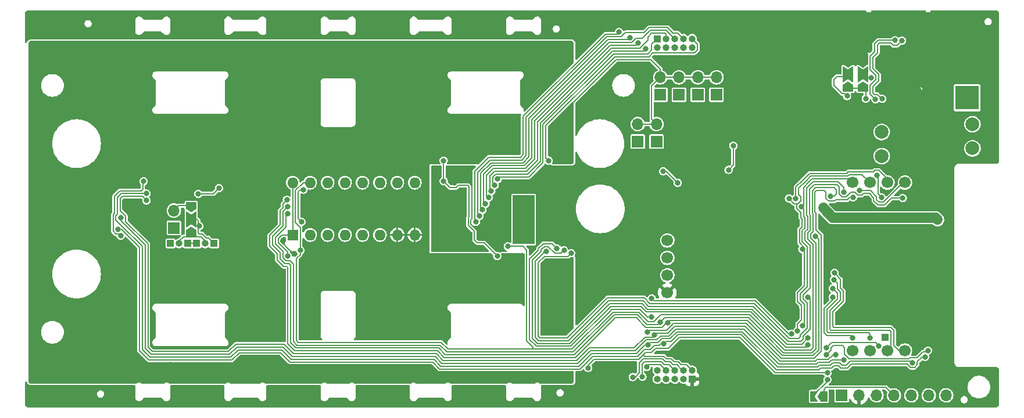
<source format=gbl>
G04 #@! TF.GenerationSoftware,KiCad,Pcbnew,(6.0.5-0)*
G04 #@! TF.CreationDate,2023-01-16T15:52:05+09:00*
G04 #@! TF.ProjectId,qLAMP-main,714c414d-502d-46d6-9169-6e2e6b696361,rev?*
G04 #@! TF.SameCoordinates,Original*
G04 #@! TF.FileFunction,Copper,L2,Bot*
G04 #@! TF.FilePolarity,Positive*
%FSLAX46Y46*%
G04 Gerber Fmt 4.6, Leading zero omitted, Abs format (unit mm)*
G04 Created by KiCad (PCBNEW (6.0.5-0)) date 2023-01-16 15:52:05*
%MOMM*%
%LPD*%
G01*
G04 APERTURE LIST*
G04 Aperture macros list*
%AMRoundRect*
0 Rectangle with rounded corners*
0 $1 Rounding radius*
0 $2 $3 $4 $5 $6 $7 $8 $9 X,Y pos of 4 corners*
0 Add a 4 corners polygon primitive as box body*
4,1,4,$2,$3,$4,$5,$6,$7,$8,$9,$2,$3,0*
0 Add four circle primitives for the rounded corners*
1,1,$1+$1,$2,$3*
1,1,$1+$1,$4,$5*
1,1,$1+$1,$6,$7*
1,1,$1+$1,$8,$9*
0 Add four rect primitives between the rounded corners*
20,1,$1+$1,$2,$3,$4,$5,0*
20,1,$1+$1,$4,$5,$6,$7,0*
20,1,$1+$1,$6,$7,$8,$9,0*
20,1,$1+$1,$8,$9,$2,$3,0*%
%AMFreePoly0*
4,1,6,1.000000,0.000000,0.500000,-0.750000,-0.500000,-0.750000,-0.500000,0.750000,0.500000,0.750000,1.000000,0.000000,1.000000,0.000000,$1*%
%AMFreePoly1*
4,1,7,0.700000,0.000000,1.200000,-0.750000,-1.200000,-0.750000,-0.700000,0.000000,-1.200000,0.750000,1.200000,0.750000,0.700000,0.000000,0.700000,0.000000,$1*%
%AMFreePoly2*
4,1,6,0.500000,-0.750000,-0.650000,-0.750000,-0.150000,0.000000,-0.650000,0.750000,0.500000,0.750000,0.500000,-0.750000,0.500000,-0.750000,$1*%
G04 Aperture macros list end*
G04 #@! TA.AperFunction,ComponentPad*
%ADD10R,1.000000X1.000000*%
G04 #@! TD*
G04 #@! TA.AperFunction,ComponentPad*
%ADD11C,2.000000*%
G04 #@! TD*
G04 #@! TA.AperFunction,ComponentPad*
%ADD12C,0.600000*%
G04 #@! TD*
G04 #@! TA.AperFunction,SMDPad,CuDef*
%ADD13R,3.200000X7.100000*%
G04 #@! TD*
G04 #@! TA.AperFunction,ComponentPad*
%ADD14R,1.700000X1.700000*%
G04 #@! TD*
G04 #@! TA.AperFunction,ComponentPad*
%ADD15O,1.700000X1.700000*%
G04 #@! TD*
G04 #@! TA.AperFunction,ComponentPad*
%ADD16R,3.500000X3.500000*%
G04 #@! TD*
G04 #@! TA.AperFunction,ComponentPad*
%ADD17RoundRect,0.750000X-1.000000X0.750000X-1.000000X-0.750000X1.000000X-0.750000X1.000000X0.750000X0*%
G04 #@! TD*
G04 #@! TA.AperFunction,ComponentPad*
%ADD18RoundRect,0.875000X-0.875000X0.875000X-0.875000X-0.875000X0.875000X-0.875000X0.875000X0.875000X0*%
G04 #@! TD*
G04 #@! TA.AperFunction,ComponentPad*
%ADD19O,1.000000X1.800000*%
G04 #@! TD*
G04 #@! TA.AperFunction,ComponentPad*
%ADD20O,1.000000X1.000000*%
G04 #@! TD*
G04 #@! TA.AperFunction,ComponentPad*
%ADD21C,1.700000*%
G04 #@! TD*
G04 #@! TA.AperFunction,ComponentPad*
%ADD22R,1.600000X1.600000*%
G04 #@! TD*
G04 #@! TA.AperFunction,ComponentPad*
%ADD23O,1.600000X1.600000*%
G04 #@! TD*
G04 #@! TA.AperFunction,SMDPad,CuDef*
%ADD24FreePoly0,270.000000*%
G04 #@! TD*
G04 #@! TA.AperFunction,SMDPad,CuDef*
%ADD25FreePoly1,270.000000*%
G04 #@! TD*
G04 #@! TA.AperFunction,SMDPad,CuDef*
%ADD26FreePoly0,90.000000*%
G04 #@! TD*
G04 #@! TA.AperFunction,SMDPad,CuDef*
%ADD27FreePoly0,180.000000*%
G04 #@! TD*
G04 #@! TA.AperFunction,SMDPad,CuDef*
%ADD28FreePoly2,180.000000*%
G04 #@! TD*
G04 #@! TA.AperFunction,SMDPad,CuDef*
%ADD29FreePoly1,90.000000*%
G04 #@! TD*
G04 #@! TA.AperFunction,ViaPad*
%ADD30C,0.800000*%
G04 #@! TD*
G04 #@! TA.AperFunction,Conductor*
%ADD31C,0.210820*%
G04 #@! TD*
G04 #@! TA.AperFunction,Conductor*
%ADD32C,1.524000*%
G04 #@! TD*
G04 #@! TA.AperFunction,Conductor*
%ADD33C,2.540000*%
G04 #@! TD*
G04 #@! TA.AperFunction,Conductor*
%ADD34C,3.810000*%
G04 #@! TD*
G04 APERTURE END LIST*
D10*
X192375993Y-120700013D03*
D11*
X205069999Y-89680009D03*
X205069999Y-93180009D03*
X191850010Y-90799996D03*
X191850010Y-94299996D03*
D12*
X140977500Y-101623000D03*
X140977500Y-104223000D03*
X138377500Y-101623000D03*
X138377500Y-104223000D03*
X138377500Y-100323000D03*
D13*
X139677500Y-103573000D03*
D12*
X139677500Y-106823000D03*
X138377500Y-106823000D03*
X140977500Y-100323000D03*
X138377500Y-102923000D03*
X139677500Y-101623000D03*
X139677500Y-105523000D03*
X140977500Y-105523000D03*
X139677500Y-104223000D03*
X140977500Y-102923000D03*
X139677500Y-102923000D03*
X140977500Y-106823000D03*
X138377500Y-105523000D03*
X139677500Y-100323000D03*
D14*
X156300000Y-92185000D03*
D15*
X156300000Y-89645000D03*
D14*
X167780001Y-85360000D03*
D15*
X167780001Y-82820000D03*
D14*
X159590000Y-85360000D03*
D15*
X159590000Y-82820000D03*
D14*
X162320022Y-85360001D03*
D15*
X162320022Y-82820001D03*
D14*
X165050009Y-85360000D03*
D15*
X165050009Y-82820000D03*
D14*
X159030010Y-92185007D03*
D15*
X159030010Y-89645007D03*
D16*
X204295781Y-85809811D03*
D17*
X204295781Y-79809811D03*
D18*
X199595781Y-82809811D03*
D19*
X198608290Y-78419782D03*
X198608290Y-74619782D03*
X189968290Y-78419782D03*
X189968290Y-74619782D03*
D10*
X164221000Y-126813000D03*
D20*
X164221000Y-125543000D03*
X162951000Y-126813000D03*
X162951000Y-125543000D03*
X161681000Y-126813000D03*
X161681000Y-125543000D03*
X160411000Y-126813000D03*
X160411000Y-125543000D03*
X159141000Y-126813000D03*
X159141000Y-125543000D03*
D21*
X187611012Y-98175017D03*
X190151012Y-98175017D03*
X192691012Y-98175017D03*
X195231012Y-98175017D03*
X187611012Y-122675017D03*
X190151012Y-122675017D03*
X192691012Y-122675017D03*
X195231012Y-122675017D03*
X160611012Y-106615017D03*
X160611012Y-109155017D03*
X160611012Y-111695017D03*
X160611012Y-114235017D03*
D14*
X186001000Y-129199996D03*
D15*
X188541000Y-129199996D03*
X191081000Y-129199996D03*
X193621000Y-129199996D03*
X196161000Y-129199996D03*
X198701000Y-129199996D03*
X201241000Y-129199996D03*
D10*
X159141000Y-77187000D03*
D20*
X159141000Y-78457000D03*
X160411000Y-77187000D03*
X160411000Y-78457000D03*
X161681000Y-77187000D03*
X161681000Y-78457000D03*
X162951000Y-77187000D03*
X162951000Y-78457000D03*
X164221000Y-77187000D03*
X164221000Y-78457000D03*
D22*
X106029989Y-105809999D03*
D23*
X108569989Y-105809999D03*
X111109989Y-105809999D03*
X113649989Y-105809999D03*
X116189989Y-105809999D03*
X118729989Y-105809999D03*
X121269989Y-105809999D03*
X123809989Y-105809999D03*
X123809989Y-98189999D03*
X121269989Y-98189999D03*
X118729989Y-98189999D03*
X116189989Y-98189999D03*
X113649989Y-98189999D03*
X111109989Y-98189999D03*
X108569989Y-98189999D03*
X106029989Y-98189999D03*
D14*
X88719990Y-104785008D03*
D15*
X88719990Y-102245008D03*
D10*
X88240000Y-107050000D03*
X94590006Y-107050002D03*
D24*
X91240013Y-101555994D03*
D25*
X91240013Y-103555994D03*
D26*
X91240013Y-105555994D03*
D27*
X183415000Y-129350000D03*
D28*
X181965000Y-129350000D03*
D26*
X186957487Y-84390005D03*
D29*
X186957487Y-82390005D03*
D24*
X186957487Y-80390005D03*
D10*
X90780000Y-107050000D03*
D20*
X89510000Y-107050000D03*
D10*
X92050000Y-107050000D03*
D20*
X93320000Y-107050000D03*
D26*
X189100003Y-84390005D03*
D29*
X189100003Y-82390005D03*
D24*
X189100003Y-80390005D03*
D30*
X178420000Y-102630000D03*
X186870000Y-113150000D03*
X184960054Y-111319098D03*
X184900000Y-112320000D03*
X184710000Y-113600000D03*
X184710000Y-114860000D03*
X181111270Y-114870000D03*
X190170000Y-120808775D03*
X187600000Y-120808775D03*
X186336425Y-124083575D03*
X185184341Y-123259600D03*
X196329350Y-124425082D03*
X191421013Y-121969722D03*
X180282161Y-107897111D03*
X180178994Y-101688994D03*
X178340000Y-100469700D03*
X183330000Y-101900000D03*
X179341237Y-100523896D03*
X184401000Y-100170689D03*
X142982129Y-108226245D03*
X128220000Y-78860000D03*
X77330000Y-99700000D03*
X133950000Y-88850000D03*
X103160000Y-110680000D03*
X138410000Y-126210000D03*
X105050000Y-93350000D03*
X100210000Y-104460000D03*
X123220000Y-85870000D03*
X138750000Y-93460000D03*
X114450000Y-108940000D03*
X139340000Y-114490000D03*
X144157211Y-111501633D03*
X96130000Y-93510000D03*
X68870000Y-125990000D03*
X93573823Y-104184712D03*
X83240000Y-86450000D03*
X82180000Y-126260000D03*
X139320000Y-112690000D03*
X104860000Y-86140000D03*
X138180000Y-88850000D03*
X126157211Y-111501633D03*
X102910000Y-89230000D03*
X77630000Y-95610000D03*
X106920000Y-95920000D03*
X90157211Y-111501633D03*
X68740000Y-83210000D03*
X115250000Y-102260000D03*
X90790000Y-95240000D03*
X102960000Y-114970000D03*
X83610000Y-80500000D03*
X103190000Y-91300000D03*
X90330000Y-108840000D03*
X111970000Y-110560000D03*
X68950000Y-97570000D03*
X100840000Y-126140000D03*
X104360000Y-80810000D03*
X86430000Y-108750000D03*
X96080000Y-107210000D03*
X121170000Y-78780000D03*
X108157211Y-92502054D03*
X109320000Y-114180000D03*
X117470000Y-120620000D03*
X135157211Y-111501633D03*
X140160000Y-86620000D03*
X122560000Y-81940000D03*
X110940000Y-80860000D03*
X117570000Y-99440000D03*
X120540000Y-110740000D03*
X131290000Y-81080000D03*
X104500000Y-112820000D03*
X109330000Y-83310000D03*
X117157211Y-92502054D03*
X144157211Y-92502054D03*
X100790000Y-106310000D03*
X93010000Y-126540000D03*
X129130000Y-88880000D03*
X94330000Y-109000000D03*
X145950000Y-126170000D03*
X87200000Y-112820000D03*
X88230000Y-124750000D03*
X99900000Y-85360000D03*
X99830000Y-88730000D03*
X98170000Y-80630000D03*
X145890000Y-119690000D03*
X124310000Y-99690000D03*
X112310000Y-104350000D03*
X97950000Y-96490000D03*
X120380000Y-91360000D03*
X74680000Y-101760000D03*
X68580000Y-88110000D03*
X87090000Y-93440000D03*
X94150000Y-110600000D03*
X96656475Y-104830354D03*
X144740000Y-81950000D03*
X124660000Y-108780000D03*
X84900501Y-98794725D03*
X72150000Y-106210000D03*
X117157211Y-111501633D03*
X108170000Y-78680000D03*
X76910000Y-106240000D03*
X145980000Y-114270000D03*
X122180000Y-112820000D03*
X102470000Y-108940000D03*
X75960000Y-82150000D03*
X123120000Y-120040000D03*
X112210000Y-91550000D03*
X101560000Y-100660000D03*
X116190000Y-95900000D03*
X119180000Y-126630000D03*
X68680000Y-120760000D03*
X94400000Y-88750000D03*
X81157211Y-92502054D03*
X135157211Y-92502054D03*
X98340000Y-124020000D03*
X97330000Y-115660000D03*
X81060000Y-83480000D03*
X144350000Y-116970000D03*
X124330000Y-104060000D03*
X138260000Y-91200000D03*
X109010000Y-95990000D03*
X94470702Y-102677292D03*
X97170000Y-83560000D03*
X79150000Y-86400000D03*
X108157211Y-111501633D03*
X109240000Y-120440000D03*
X88260000Y-78620000D03*
X113260000Y-112370000D03*
X117620000Y-104240000D03*
X79050000Y-117520000D03*
X107750000Y-101990000D03*
X71140000Y-100900000D03*
X117480000Y-84830000D03*
X128310000Y-120260000D03*
X124940000Y-88820000D03*
X112110000Y-100500000D03*
X97030000Y-88730000D03*
X73250000Y-122980000D03*
X109190000Y-103960000D03*
X70430000Y-117640000D03*
X146200000Y-88340000D03*
X98160000Y-109000000D03*
X106140000Y-125310000D03*
X142810000Y-114280000D03*
X126157211Y-92502054D03*
X85740000Y-110530000D03*
X100240000Y-117800000D03*
X100140000Y-98600000D03*
X129440000Y-91440000D03*
X99157211Y-111501633D03*
X110800000Y-126420000D03*
X103020000Y-83420000D03*
X68600000Y-115840000D03*
X85190000Y-91230000D03*
X141670000Y-82730000D03*
X119920000Y-97060000D03*
X114510000Y-125300000D03*
X76040000Y-120270000D03*
X78970000Y-122820000D03*
X95140000Y-78470000D03*
X142740000Y-119930000D03*
X107850000Y-117550000D03*
X119930000Y-117830000D03*
X123050000Y-95850000D03*
X79820000Y-95190000D03*
X95990000Y-112900000D03*
X94090000Y-91300000D03*
X74210000Y-78800000D03*
X77684368Y-101085579D03*
X123050000Y-115420000D03*
X68690000Y-78540000D03*
X111070000Y-102380000D03*
X97260000Y-120670000D03*
X127170000Y-83510000D03*
X117380000Y-88700000D03*
X122230000Y-93340000D03*
X138300000Y-110670000D03*
X129390000Y-110660000D03*
X94000000Y-115190000D03*
X120910000Y-101900000D03*
X133490000Y-115110000D03*
X71410000Y-108480000D03*
X83600000Y-96720000D03*
X115560000Y-78570000D03*
X117500000Y-115330000D03*
X82940000Y-122710000D03*
X73360000Y-85230000D03*
X112390000Y-96850000D03*
X135480000Y-78620000D03*
X100680000Y-108070000D03*
X102880000Y-120570000D03*
X94430000Y-95530000D03*
X131880000Y-126280000D03*
X116540000Y-81500000D03*
X81157211Y-111501633D03*
X109150000Y-86710000D03*
X81730000Y-106770000D03*
X75810000Y-126410000D03*
X126070000Y-125280000D03*
X101380000Y-78780000D03*
X87860000Y-95220000D03*
X143740000Y-78760000D03*
X68870000Y-103140000D03*
X126140000Y-117920000D03*
X131350000Y-112780000D03*
X102400000Y-123810000D03*
X113390000Y-93380000D03*
X101150000Y-95400000D03*
X138510000Y-81000000D03*
X108330000Y-89720000D03*
X128950000Y-115080000D03*
X79260000Y-78750000D03*
X104790000Y-96710000D03*
X91590000Y-79790000D03*
X80840000Y-120000000D03*
X99157211Y-92502054D03*
X82830000Y-117520000D03*
X131380000Y-93420000D03*
X73440000Y-118900000D03*
X90157211Y-92502054D03*
X119410000Y-108620000D03*
X82970000Y-108930000D03*
X79990000Y-109010000D03*
X178676034Y-120212829D03*
X158331233Y-115050000D03*
X199990000Y-103590000D03*
X183931890Y-126941854D03*
X170217892Y-92790006D03*
X160000000Y-96510000D03*
X107138110Y-108039770D03*
X162121853Y-98193678D03*
X137374951Y-107486551D03*
X158331232Y-117755408D03*
X169530000Y-96316240D03*
X105320000Y-108866850D03*
X92423240Y-104520000D03*
X187660000Y-100330000D03*
X157750000Y-119998718D03*
X80987239Y-103330000D03*
X80570000Y-104980000D03*
X160120000Y-121652878D03*
X198159110Y-123583451D03*
X84738566Y-99784265D03*
X157811646Y-121844608D03*
X191809110Y-100342717D03*
X191127189Y-97099178D03*
X105321879Y-101696057D03*
X159554747Y-118534747D03*
X158757850Y-120412258D03*
X84750000Y-100786902D03*
X160647056Y-118582488D03*
X182220000Y-105980000D03*
X105180359Y-100703392D03*
X107321336Y-103883684D03*
X107592802Y-99196319D03*
X189520125Y-85922883D03*
X190940000Y-86040000D03*
X193790000Y-77430000D03*
X191939137Y-85955527D03*
X194800000Y-77460000D03*
X180980000Y-79790000D03*
X161890000Y-128540000D03*
X166010000Y-80390000D03*
X163710000Y-81920000D03*
X103210000Y-128400000D03*
X184080000Y-79980000D03*
X197740000Y-108460000D03*
X126870000Y-99610000D03*
X163410000Y-109370000D03*
X88950000Y-76460000D03*
X202740000Y-125890000D03*
X181500000Y-82660000D03*
X179840000Y-112860000D03*
X95300000Y-76510000D03*
X126860000Y-105650000D03*
X182860000Y-94610000D03*
X92030000Y-74360000D03*
X200080000Y-76230000D03*
X183980000Y-94597311D03*
X197810000Y-80330000D03*
X202790000Y-77260000D03*
X207680000Y-78190000D03*
X187560000Y-77980000D03*
X196954207Y-76965793D03*
X193100000Y-125430000D03*
X189110000Y-110890000D03*
X187920000Y-125530000D03*
X126850000Y-101920000D03*
X150880000Y-97680000D03*
X166160000Y-87670000D03*
X122310000Y-76380000D03*
X186652715Y-79717285D03*
X185630000Y-117490000D03*
X148140000Y-88960000D03*
X119410000Y-130100000D03*
X200070000Y-128300000D03*
X174580000Y-98510000D03*
X165900000Y-130270000D03*
X91860000Y-129980000D03*
X176480000Y-75740000D03*
X156400000Y-111110000D03*
X192230000Y-83200000D03*
X77990000Y-74130000D03*
X129578376Y-98178376D03*
X193990000Y-104950000D03*
X157590000Y-88670000D03*
X161670000Y-107980000D03*
X181550000Y-94610000D03*
X194860000Y-92540000D03*
X153520000Y-81080000D03*
X157150000Y-87350000D03*
X185500000Y-107820000D03*
X106080000Y-130010000D03*
X196310218Y-74619782D03*
X81890000Y-76490000D03*
X179780000Y-108980000D03*
X160980000Y-83970000D03*
X170290000Y-128590000D03*
X185750000Y-104780000D03*
X193610000Y-96210000D03*
X185348110Y-125710000D03*
X72910000Y-76430000D03*
X152730000Y-130250000D03*
X160450000Y-94550000D03*
X165220000Y-92450000D03*
X173340000Y-111360000D03*
X104627440Y-106623550D03*
X118890000Y-74310000D03*
X185830000Y-96090000D03*
X201780000Y-113060000D03*
X200810000Y-74090000D03*
X168900000Y-91510000D03*
X174860000Y-115130000D03*
X116270000Y-76470000D03*
X175530000Y-113380000D03*
X102850000Y-76490000D03*
X198460000Y-96010000D03*
X133070000Y-74180000D03*
X207990000Y-91140000D03*
X68100000Y-74130000D03*
X196880000Y-97910000D03*
X152800000Y-74120000D03*
X178700000Y-126790000D03*
X128780000Y-99850000D03*
X157740000Y-81550000D03*
X197640000Y-116810000D03*
X193450000Y-85610000D03*
X130020000Y-128410000D03*
X167010000Y-101020000D03*
X146250000Y-101600000D03*
X198290000Y-124900000D03*
X109310000Y-128400000D03*
X165640000Y-98830000D03*
X166400000Y-83920000D03*
X197900000Y-100130000D03*
X199810000Y-110880000D03*
X179870000Y-128940000D03*
X197710000Y-104780000D03*
X152130000Y-86910000D03*
X194910000Y-128240000D03*
X68090000Y-130020000D03*
X208040000Y-126040000D03*
X122070000Y-128280000D03*
X158256835Y-94051231D03*
X109060000Y-76340000D03*
X161060000Y-100410000D03*
X200750000Y-123640000D03*
X116020000Y-128360000D03*
X89220000Y-128360000D03*
X168560000Y-96940000D03*
X177520000Y-116510000D03*
X143230000Y-74080000D03*
X163590000Y-97380000D03*
X194057711Y-76192289D03*
X163500000Y-113350000D03*
X195500000Y-114600000D03*
X172130000Y-74070000D03*
X147120000Y-96480000D03*
X171230000Y-113380000D03*
X197710000Y-112990000D03*
X161640000Y-73880000D03*
X143150000Y-128320000D03*
X148640000Y-85960000D03*
X173480000Y-79600000D03*
X176130000Y-82100000D03*
X148320000Y-98410000D03*
X150920000Y-106290000D03*
X158540000Y-108940000D03*
X182580000Y-126770000D03*
X135780000Y-128360000D03*
X154160000Y-89430000D03*
X142350000Y-96860000D03*
X155770000Y-128140000D03*
X164220000Y-80300000D03*
X190770000Y-127300000D03*
X179100000Y-130250000D03*
X137380000Y-98650000D03*
X176870000Y-79610000D03*
X189110000Y-104840000D03*
X201570000Y-100100000D03*
X71970000Y-128280000D03*
X207950000Y-94660000D03*
X178520000Y-118980000D03*
X190459094Y-76069094D03*
X175900000Y-109800000D03*
X156920000Y-100620000D03*
X181370000Y-75740000D03*
X149770000Y-126210000D03*
X106440000Y-74410000D03*
X168000000Y-125090000D03*
X165610000Y-104920000D03*
X183940000Y-74730000D03*
X180080000Y-94610000D03*
X133215000Y-106245000D03*
X171020000Y-109650000D03*
X136170000Y-76410000D03*
X207540000Y-82430000D03*
X166440000Y-82010000D03*
X132640000Y-130020000D03*
X164100000Y-87700000D03*
X163690000Y-84040000D03*
X199740000Y-114850000D03*
X178460000Y-105660000D03*
X176170000Y-129450000D03*
X201780000Y-116850000D03*
X199810000Y-106360000D03*
X199595792Y-91415792D03*
X203070000Y-128890000D03*
X190340000Y-114460000D03*
X169360000Y-78080000D03*
X156570000Y-105320000D03*
X207910000Y-87740000D03*
X205370000Y-73840000D03*
X167920000Y-113320000D03*
X126870000Y-96630000D03*
X153160000Y-112730000D03*
X160500000Y-81010000D03*
X147730000Y-130130000D03*
X172390000Y-101120000D03*
X161600000Y-104910000D03*
X156870000Y-75440000D03*
X174310000Y-125030000D03*
X200555000Y-78885000D03*
X161130000Y-123110000D03*
X159870000Y-87380000D03*
X179500000Y-85540000D03*
X207990000Y-130180000D03*
X193220000Y-113060000D03*
X186590000Y-74090000D03*
X170920000Y-121570000D03*
X165730000Y-121480000D03*
X188960000Y-117110000D03*
X201670000Y-108640000D03*
X106273930Y-108548302D03*
X129950000Y-103790000D03*
X164960000Y-76020000D03*
X145450000Y-98860000D03*
X189920000Y-107660000D03*
X148370000Y-78290000D03*
X165510000Y-111420000D03*
X171410000Y-130280000D03*
X153230000Y-109090000D03*
X142310000Y-98900000D03*
X130130000Y-76310000D03*
X176030000Y-106670000D03*
X202482911Y-82587089D03*
X158800000Y-130220000D03*
X172560000Y-86170000D03*
X162950000Y-100910000D03*
X173420000Y-104900000D03*
X170150000Y-83570000D03*
X192350218Y-74619782D03*
X157180000Y-84850000D03*
X154140000Y-98570000D03*
X177700000Y-110150000D03*
X188052711Y-75557289D03*
X95090000Y-128400000D03*
X201710000Y-103800000D03*
X200840000Y-120800000D03*
X76210000Y-130060000D03*
X131690000Y-97110000D03*
X81170000Y-128280000D03*
X147170000Y-75410000D03*
X131310000Y-106640000D03*
X159260000Y-102650000D03*
X193320000Y-116920000D03*
X167920000Y-109520000D03*
X80964984Y-105901629D03*
X84318324Y-97978342D03*
X188653048Y-99316302D03*
X135832818Y-108904780D03*
X143320000Y-94968306D03*
X183931890Y-125939151D03*
X149073079Y-125187673D03*
X128030000Y-94968306D03*
X128028376Y-97978376D03*
X190300000Y-82880000D03*
X186794359Y-85553995D03*
X183768110Y-122279597D03*
X181111270Y-120840000D03*
X145560712Y-108049288D03*
X186368145Y-99571406D03*
X146582903Y-108486645D03*
X157624769Y-125029450D03*
X155568059Y-126541909D03*
X156984290Y-126465710D03*
X156327304Y-77845035D03*
X134565020Y-100355148D03*
X134961708Y-99434251D03*
X135453305Y-98560326D03*
X157480383Y-78694811D03*
X135898837Y-97662042D03*
X134127098Y-101257166D03*
X133674942Y-102152134D03*
X155159417Y-77010068D03*
X133259921Y-103064916D03*
X153580000Y-76213571D03*
X132715660Y-103907051D03*
X194910000Y-100440000D03*
X105321879Y-102698760D03*
X180284190Y-119066792D03*
X179581500Y-119782082D03*
X92280000Y-99810000D03*
X95290000Y-98990000D03*
X181092081Y-121866989D03*
X198572650Y-122670000D03*
X183768110Y-123282300D03*
X144525224Y-107766486D03*
D31*
X187600000Y-120750000D02*
X187364194Y-120514194D01*
X183904194Y-120514194D02*
X183473539Y-120083539D01*
X187364194Y-120514194D02*
X183904194Y-120514194D01*
X183473539Y-120083539D02*
X183473540Y-116513061D01*
X187600000Y-120808775D02*
X187600000Y-120750000D01*
X184710000Y-115276601D02*
X184710000Y-114860000D01*
X183473540Y-116513061D02*
X184710000Y-115276601D01*
X190170000Y-120340000D02*
X189930654Y-120100654D01*
X183887079Y-116684356D02*
X185418121Y-115153314D01*
X184075488Y-120100654D02*
X183887079Y-119912245D01*
X189930654Y-120100654D02*
X184075488Y-120100654D01*
X190170000Y-120808775D02*
X190170000Y-120340000D01*
X183887079Y-119912245D02*
X183887079Y-116684356D01*
X185418121Y-115153314D02*
X185418121Y-114308121D01*
X185418121Y-114308121D02*
X184710000Y-113600000D01*
X185831661Y-113551993D02*
X185831661Y-112250226D01*
X185205717Y-111624282D02*
X184960054Y-111378619D01*
X184960054Y-111378619D02*
X184960054Y-111319098D01*
X186245201Y-115495900D02*
X186245199Y-113965531D01*
X185831661Y-112250226D02*
X185205717Y-111624282D01*
X184714159Y-119164159D02*
X184714159Y-117026943D01*
X184714159Y-117026943D02*
X186245201Y-115495900D01*
X186245199Y-113965531D02*
X185831661Y-113551993D01*
X185418121Y-112838121D02*
X184900000Y-112320000D01*
X185831660Y-114136826D02*
X185418121Y-113723287D01*
X184300619Y-119580619D02*
X184300619Y-116855649D01*
X185418121Y-113306686D02*
X185418121Y-112838121D01*
X185831660Y-115324609D02*
X185831661Y-115324607D01*
X185831661Y-115324607D02*
X185831660Y-114136826D01*
X184300619Y-116855649D02*
X185831660Y-115324609D01*
X185418121Y-113723287D02*
X185418121Y-113306686D01*
X195231012Y-122675017D02*
X194328844Y-122675017D01*
X193597654Y-119720599D02*
X193150630Y-119273575D01*
X193597654Y-121943827D02*
X193597654Y-119720599D01*
X193150630Y-119273575D02*
X184823575Y-119273575D01*
X194328844Y-122675017D02*
X193597654Y-121943827D01*
X184823575Y-119273575D02*
X184714159Y-119164159D01*
X192691012Y-122675017D02*
X193184114Y-122181915D01*
X193184114Y-122181915D02*
X193184114Y-119891892D01*
X192979337Y-119687115D02*
X184407115Y-119687115D01*
X184407115Y-119687115D02*
X184300619Y-119580619D01*
X193184114Y-119891892D02*
X192979337Y-119687115D01*
X186336425Y-124083575D02*
X186318495Y-124065645D01*
X186318495Y-124065645D02*
X184571034Y-124065645D01*
X184792245Y-123259600D02*
X185184341Y-123259600D01*
X184694321Y-123357524D02*
X184792245Y-123259600D01*
X195633138Y-123833138D02*
X194072893Y-123833138D01*
X184476231Y-122293769D02*
X184476231Y-122574179D01*
X194072893Y-123833138D02*
X194072882Y-123833127D01*
X194072882Y-123833127D02*
X187087396Y-123833127D01*
X186452891Y-122222891D02*
X186160425Y-121930425D01*
X187087396Y-123833127D02*
X186452891Y-123198622D01*
X186160425Y-121930425D02*
X184839575Y-121930425D01*
X184839575Y-121930425D02*
X184476231Y-122293769D01*
X186452891Y-123198622D02*
X186452891Y-122222891D01*
X184476231Y-122574179D02*
X183768110Y-123282300D01*
X191421013Y-121969722D02*
X190968176Y-121516885D01*
X190968176Y-121516885D02*
X184530822Y-121516885D01*
X184530822Y-121516885D02*
X183768110Y-122279597D01*
X195633138Y-123833138D02*
X195633149Y-123833127D01*
X195633149Y-123833127D02*
X195800000Y-123833127D01*
X195800000Y-123833127D02*
X195916166Y-123716961D01*
X197024165Y-123716961D02*
X197865796Y-122875330D01*
X195916166Y-123716961D02*
X197024165Y-123716961D01*
X198367320Y-122875330D02*
X198572650Y-122670000D01*
X197865796Y-122875330D02*
X198367320Y-122875330D01*
X160120000Y-121652878D02*
X160414570Y-121358308D01*
X162214697Y-120355618D02*
X171381782Y-120355618D01*
X184575303Y-125231041D02*
X184913621Y-124892725D01*
X176496041Y-125469878D02*
X182704621Y-125469878D01*
X171381782Y-120355618D02*
X176496041Y-125469878D01*
X182704621Y-125469878D02*
X182943459Y-125231041D01*
X160414570Y-121358308D02*
X161212006Y-121358308D01*
X182943459Y-125231041D02*
X184575303Y-125231041D01*
X184913621Y-124892725D02*
X185559291Y-124892725D01*
X185922180Y-125255614D02*
X186851394Y-125255614D01*
X186851394Y-125255614D02*
X187446802Y-124660207D01*
X185559291Y-124892725D02*
X185922180Y-125255614D01*
X161212006Y-121358308D02*
X162214697Y-120355618D01*
X187446802Y-124660207D02*
X195563039Y-124660206D01*
X197037471Y-124718396D02*
X197037471Y-124288489D01*
X195563039Y-124660206D02*
X196036036Y-125133203D01*
X196036036Y-125133203D02*
X196622664Y-125133203D01*
X197742509Y-123583451D02*
X198159110Y-123583451D01*
X196622664Y-125133203D02*
X197037471Y-124718396D01*
X197037471Y-124288489D02*
X197742509Y-123583451D01*
X195710723Y-123833138D02*
X195633138Y-123833138D01*
X159811609Y-120944768D02*
X159222459Y-121533918D01*
X196150935Y-124246667D02*
X187275508Y-124246667D01*
X184404010Y-124817501D02*
X182772166Y-124817501D01*
X187275508Y-124246667D02*
X186680101Y-124842074D01*
X161040713Y-120944768D02*
X159811609Y-120944768D01*
X186680101Y-124842074D02*
X186093473Y-124842074D01*
X186093473Y-124842074D02*
X185730584Y-124479185D01*
X184742328Y-124479185D02*
X184404010Y-124817501D01*
X196329350Y-124425082D02*
X196150935Y-124246667D01*
X158122336Y-121533918D02*
X157811646Y-121844608D01*
X185730584Y-124479185D02*
X184742328Y-124479185D01*
X171553075Y-119942078D02*
X162043403Y-119942078D01*
X182772166Y-124817501D02*
X182533328Y-125056338D01*
X182533328Y-125056338D02*
X176667333Y-125056336D01*
X176667333Y-125056336D02*
X171553075Y-119942078D01*
X162043403Y-119942078D02*
X161040713Y-120944768D01*
X159222459Y-121533918D02*
X158122336Y-121533918D01*
X180282161Y-107897111D02*
X180371649Y-107897111D01*
X180371649Y-107897111D02*
X180578760Y-107690000D01*
X179857721Y-106968961D02*
X179857721Y-105001509D01*
X179634551Y-101232017D02*
X179547983Y-101232017D01*
X179470873Y-101309127D02*
X179547983Y-101232017D01*
X179547983Y-101232017D02*
X179047923Y-101232017D01*
X179576069Y-119776651D02*
X179576069Y-118773478D01*
X179576069Y-118773478D02*
X180165220Y-118184327D01*
X180578760Y-107690000D02*
X179857721Y-106968961D01*
X180212172Y-104647058D02*
X180212172Y-103472452D01*
X180165220Y-116095053D02*
X179576070Y-115505902D01*
X179576070Y-115505902D02*
X179576070Y-114234098D01*
X180165220Y-118184327D02*
X180165220Y-116095053D01*
X179576070Y-114234098D02*
X180578760Y-113231408D01*
X179581500Y-119782082D02*
X179576069Y-119776651D01*
X180578760Y-113231408D02*
X180578760Y-107690000D01*
X179857721Y-105001509D02*
X180212172Y-104647058D01*
X180212172Y-103472452D02*
X180066858Y-103327137D01*
X179470873Y-101982308D02*
X179470873Y-101309127D01*
X180066858Y-103327137D02*
X180066858Y-102578293D01*
X180066858Y-102578293D02*
X179470873Y-101982308D01*
X180284190Y-119066792D02*
X180578760Y-118772222D01*
X180480398Y-103155844D02*
X180480398Y-101990398D01*
X180578760Y-118772222D02*
X180578760Y-115923759D01*
X180271260Y-105172804D02*
X180625711Y-104818353D01*
X180625711Y-103301158D02*
X180480398Y-103155844D01*
X180578760Y-115923759D02*
X179989610Y-115334609D01*
X180271260Y-106787195D02*
X180271260Y-105172804D01*
X180992300Y-107508237D02*
X180271260Y-106787195D01*
X179989610Y-115334609D02*
X179989610Y-114405391D01*
X180992300Y-113402701D02*
X180992300Y-107508237D01*
X179989610Y-114405391D02*
X180992300Y-113402701D01*
X180625711Y-104818353D02*
X180625711Y-103301158D01*
X180480398Y-101990398D02*
X180178994Y-101688994D01*
X180462897Y-101405091D02*
X180178994Y-101688994D01*
X180462897Y-100401877D02*
X180462897Y-101405091D01*
X178340000Y-100524094D02*
X178340000Y-100469700D01*
X179047923Y-101232017D02*
X178340000Y-100524094D01*
X180049358Y-100817210D02*
X179634551Y-101232017D01*
X180049358Y-100230582D02*
X180049358Y-100817210D01*
D32*
X183330000Y-101900000D02*
X184730130Y-103300130D01*
X184730130Y-103300130D02*
X199700130Y-103300130D01*
D31*
X187660000Y-100330000D02*
X187195820Y-100330000D01*
X182134558Y-99534446D02*
X182134558Y-102470000D01*
X186832754Y-100693066D02*
X185133891Y-100693066D01*
X185133891Y-100693066D02*
X184948147Y-100878810D01*
X182279871Y-102615313D02*
X182279870Y-105038435D01*
X184948147Y-100878810D02*
X184107686Y-100878810D01*
X184107686Y-100878810D02*
X183692879Y-100464003D01*
X183692879Y-99562879D02*
X183434370Y-99304370D01*
X187195820Y-100330000D02*
X186832754Y-100693066D01*
X182364634Y-99304370D02*
X182134558Y-99534446D01*
X183692879Y-100464003D02*
X183692879Y-99562879D01*
X183059999Y-122764503D02*
X182008784Y-123815718D01*
X183434370Y-99304370D02*
X182364634Y-99304370D01*
X182134558Y-102470000D02*
X182279871Y-102615313D01*
X172066957Y-118701458D02*
X161529521Y-118701458D01*
X182279870Y-105038435D02*
X183059999Y-105818564D01*
X183059999Y-105818564D02*
X183059999Y-122764503D01*
X182008784Y-123815718D02*
X177181215Y-123815716D01*
X158044570Y-119704148D02*
X157750000Y-119998718D01*
X177181215Y-123815716D02*
X172066957Y-118701458D01*
X161529521Y-118701458D02*
X160526831Y-119704148D01*
X160526831Y-119704148D02*
X158044570Y-119704148D01*
X159554747Y-118534747D02*
X160215116Y-117874378D01*
X160215116Y-117874378D02*
X172409541Y-117874378D01*
X185246484Y-99853516D02*
X184929311Y-100170689D01*
X172409541Y-117874378D02*
X174962207Y-120427044D01*
X185246484Y-99236484D02*
X185246484Y-99853516D01*
X174962207Y-120427044D02*
X174962209Y-120427042D01*
X174962209Y-120427042D02*
X177523805Y-122988638D01*
X184929311Y-100170689D02*
X184401000Y-100170689D01*
X177523805Y-122988638D02*
X181666195Y-122988638D01*
X184900830Y-98890830D02*
X185246484Y-99236484D01*
X181666195Y-122988638D02*
X182232920Y-122421913D01*
X181721018Y-99363152D02*
X182193340Y-98890830D01*
X182232920Y-122421913D02*
X182232920Y-106994355D01*
X182232920Y-106994355D02*
X181511879Y-106273314D01*
X181511879Y-106273314D02*
X181511879Y-105686686D01*
X181511879Y-105686686D02*
X181866331Y-105332232D01*
X181721018Y-102641965D02*
X181721018Y-99363152D01*
X181866331Y-105332232D02*
X181866331Y-102787278D01*
X181866331Y-102787278D02*
X181721018Y-102641965D01*
X182193340Y-98890830D02*
X184900830Y-98890830D01*
X105321879Y-102698760D02*
X105027298Y-102993341D01*
X152693252Y-117062920D02*
X156418550Y-117062921D01*
X181452791Y-105160939D02*
X181452791Y-102958571D01*
X185337290Y-98477290D02*
X185660024Y-98800024D01*
X105027298Y-102993341D02*
X105027298Y-104637424D01*
X182022046Y-98477290D02*
X185337290Y-98477290D01*
X105674971Y-109574971D02*
X106153704Y-110053704D01*
X104611879Y-108194258D02*
X104611879Y-109160164D01*
X104611879Y-109160164D02*
X105026686Y-109574971D01*
X103505780Y-107088159D02*
X104611879Y-108194258D01*
X157819158Y-118463529D02*
X158624546Y-118463529D01*
X105027298Y-104637424D02*
X103505779Y-106158943D01*
X105026686Y-109574971D02*
X105674971Y-109574971D01*
X103505779Y-106158943D02*
X103505780Y-107088159D01*
X152690332Y-117060000D02*
X152693252Y-117062920D01*
X106153704Y-110053704D02*
X106153705Y-121348539D01*
X181098340Y-106444609D02*
X181098340Y-105515391D01*
X106153705Y-121348539D02*
X106688706Y-121883540D01*
X127488706Y-121883540D02*
X128483873Y-122878706D01*
X128483873Y-122878706D02*
X146871626Y-122878706D01*
X156418550Y-117062921D02*
X157819158Y-118463529D01*
X181494901Y-122575099D02*
X181819380Y-122250620D01*
X186074831Y-100279527D02*
X186661459Y-100279527D01*
X158624546Y-118463529D02*
X159627237Y-117460838D01*
X177695099Y-122572665D02*
X177695099Y-122575099D01*
X181819380Y-122250620D02*
X181819380Y-107165649D01*
X181307478Y-102813258D02*
X181307478Y-99191858D01*
X159627237Y-117460838D02*
X172583272Y-117460838D01*
X106688706Y-121883540D02*
X127488706Y-121883540D01*
X146871626Y-122878706D02*
X152690332Y-117060000D01*
X172583272Y-117460838D02*
X177695099Y-122572665D01*
X177695099Y-122575099D02*
X181494901Y-122575099D01*
X181819380Y-107165649D02*
X181098340Y-106444609D01*
X181098340Y-105515391D02*
X181452791Y-105160939D01*
X181452791Y-102958571D02*
X181307478Y-102813258D01*
X181307478Y-99191858D02*
X182022046Y-98477290D01*
X185660024Y-99864720D02*
X186074831Y-100279527D01*
X185660024Y-98800024D02*
X185660024Y-99864720D01*
X186661459Y-100279527D02*
X187380986Y-99560000D01*
X187380986Y-99560000D02*
X187895311Y-99560000D01*
X187895311Y-99560000D02*
X188359734Y-100024423D01*
X188359734Y-100024423D02*
X188900000Y-100024423D01*
X146582903Y-108486645D02*
X146135182Y-108934366D01*
X180684800Y-106615902D02*
X180684801Y-105344096D01*
X180893938Y-102984551D02*
X180893938Y-99020564D01*
X146135182Y-108934366D02*
X142688815Y-108934366D01*
X180992300Y-119372701D02*
X180992300Y-115752465D01*
X181405840Y-107336943D02*
X180684800Y-106615902D01*
X142025840Y-120811006D02*
X146015156Y-120811006D01*
X180684801Y-105344096D02*
X181039251Y-104989646D01*
X142688815Y-108934366D02*
X141794158Y-109829023D01*
X141794158Y-120579324D02*
X142025840Y-120811006D01*
X180992300Y-115752465D02*
X180403149Y-115163314D01*
X151833863Y-114992301D02*
X157272101Y-114992303D01*
X181405840Y-113573995D02*
X181405840Y-107336943D01*
X180893938Y-99020564D02*
X181850752Y-98063750D01*
X157272101Y-114992303D02*
X158086476Y-115806678D01*
X173268448Y-115806678D02*
X178382709Y-120920939D01*
X158086476Y-115806678D02*
X173268448Y-115806678D01*
X141794158Y-109829023D02*
X141794158Y-120579324D01*
X181850752Y-98063750D02*
X185508585Y-98063751D01*
X179989609Y-120670391D02*
X179989610Y-120375391D01*
X179739061Y-120920939D02*
X179989609Y-120670391D01*
X146015156Y-120811006D02*
X151833863Y-114992301D01*
X181039251Y-103129864D02*
X180893938Y-102984551D01*
X179989610Y-120375391D02*
X180992300Y-119372701D01*
X178382709Y-120920939D02*
X179739061Y-120920939D01*
X180403149Y-115163314D02*
X180403149Y-114576686D01*
X186368145Y-98923311D02*
X186368145Y-99571406D01*
X180403149Y-114576686D02*
X181405840Y-113573995D01*
X181039251Y-104989646D02*
X181039251Y-103129864D01*
X185508585Y-98063751D02*
X186368145Y-98923311D01*
X180462898Y-98866770D02*
X180462897Y-100401877D01*
X181196341Y-98133327D02*
X180462898Y-98866770D01*
X179754777Y-99936001D02*
X180049358Y-100230582D01*
X180782801Y-97962033D02*
X179754777Y-98990057D01*
X179754777Y-98990057D02*
X179754777Y-99936001D01*
X180369261Y-97790739D02*
X179341237Y-98818763D01*
X179341237Y-98818763D02*
X179341237Y-100523896D01*
X187611012Y-98175017D02*
X187086205Y-97650210D01*
X187086205Y-97650210D02*
X181679458Y-97650210D01*
X181679458Y-97650210D02*
X181196341Y-98133327D01*
X187131293Y-97016892D02*
X186911516Y-97236669D01*
X186911514Y-97236670D02*
X181508164Y-97236670D01*
X181508164Y-97236670D02*
X180782801Y-97962033D01*
X186911516Y-97236669D02*
X186911514Y-97236670D01*
X192691003Y-98175006D02*
X192691003Y-97661003D01*
X192691003Y-97661003D02*
X191421057Y-96391057D01*
X190833875Y-96391057D02*
X190621580Y-96603352D01*
X186740221Y-96823130D02*
X181336870Y-96823130D01*
X191421057Y-96391057D02*
X190833875Y-96391057D01*
X190621580Y-96603352D02*
X186959998Y-96603353D01*
X186959998Y-96603353D02*
X186740221Y-96823130D01*
X181336870Y-96823130D02*
X180369261Y-97790739D01*
X178211414Y-121334478D02*
X180031957Y-121334479D01*
X180403149Y-120546686D02*
X181405840Y-119543995D01*
X173097155Y-116220218D02*
X178211414Y-121334478D01*
X181405840Y-115090000D02*
X181185840Y-114870000D01*
X142812102Y-108226245D02*
X141380619Y-109657728D01*
X151930498Y-115480498D02*
X152005154Y-115405842D01*
X157915183Y-116220218D02*
X173097155Y-116220218D01*
X146186450Y-121224546D02*
X151930498Y-115480498D01*
X141380619Y-109657728D02*
X141380619Y-120750619D01*
X180031957Y-121334479D02*
X180403149Y-120963287D01*
X141380619Y-120750619D02*
X141854546Y-121224546D01*
X181185840Y-114870000D02*
X181111270Y-114870000D01*
X142982129Y-108226245D02*
X142812102Y-108226245D01*
X157100806Y-115405842D02*
X157915183Y-116220218D01*
X152005154Y-115405842D02*
X157100806Y-115405842D01*
X180403149Y-120963287D02*
X180403149Y-120546686D01*
X181405840Y-119543995D02*
X181405840Y-115090000D01*
X151930498Y-115480498D02*
X152005156Y-115405841D01*
X141854546Y-121224546D02*
X146186450Y-121224546D01*
X93573823Y-103574171D02*
X94470702Y-102677292D01*
X153146771Y-80230000D02*
X146200000Y-87176771D01*
X93573823Y-104184712D02*
X93573823Y-103574171D01*
X165050009Y-82820000D02*
X162320022Y-82820001D01*
X159590000Y-82820000D02*
X162320022Y-82820001D01*
X93573823Y-104184712D02*
X96010833Y-104184712D01*
X158202081Y-80230000D02*
X153146771Y-80230000D01*
X159590000Y-82820000D02*
X159590000Y-81617919D01*
X156300000Y-89645000D02*
X159030018Y-89645000D01*
X158321857Y-88936839D02*
X158321857Y-84088143D01*
X158321857Y-88936839D02*
X159030018Y-89645000D01*
X96010833Y-104184712D02*
X96656475Y-104830354D01*
X167780001Y-82820000D02*
X165050009Y-82820000D01*
X159590000Y-81617919D02*
X158202081Y-80230000D01*
X146200000Y-87176771D02*
X146200000Y-88340000D01*
X158321857Y-84088143D02*
X159590000Y-82820000D01*
X157695871Y-117755408D02*
X156586923Y-116646460D01*
X183931890Y-126941854D02*
X183931890Y-127223276D01*
X160438175Y-96510000D02*
X162121853Y-98193678D01*
X107138110Y-104701878D02*
X106443529Y-104007297D01*
X139566551Y-107486551D02*
X140135000Y-108055000D01*
X107138110Y-108039770D02*
X107138110Y-108685557D01*
X178259433Y-120212829D02*
X175992407Y-117945804D01*
X140184834Y-122465166D02*
X141015166Y-122465166D01*
X152519039Y-116646460D02*
X146700332Y-122465166D01*
X183855962Y-127223276D02*
X181965000Y-129114238D01*
X106567244Y-121177244D02*
X106860000Y-121470000D01*
X128655166Y-122465166D02*
X140184834Y-122465166D01*
X137374951Y-107486551D02*
X139566551Y-107486551D01*
X173439741Y-115393138D02*
X160466862Y-115393138D01*
D32*
X199700130Y-103300130D02*
X199990000Y-103590000D01*
D31*
X146700332Y-122465166D02*
X141015166Y-122465166D01*
X140135000Y-108055000D02*
X140140001Y-108060001D01*
X127660000Y-121470000D02*
X128655166Y-122465166D01*
X160466862Y-115393138D02*
X158674371Y-115393138D01*
X106567244Y-109256423D02*
X106567244Y-121177244D01*
X181965000Y-129114238D02*
X181965000Y-129350000D01*
X106443529Y-99343580D02*
X107597110Y-98189999D01*
X158674371Y-115393138D02*
X158331233Y-115050000D01*
X106860000Y-121470000D02*
X127660000Y-121470000D01*
X156586923Y-116646460D02*
X152519039Y-116646460D01*
X106443529Y-104007297D02*
X106443529Y-99343580D01*
X175992407Y-117945804D02*
X173439741Y-115393138D01*
X178676034Y-120212829D02*
X178259433Y-120212829D01*
X160000000Y-96510000D02*
X160438175Y-96510000D01*
X169530000Y-96316240D02*
X170217892Y-95628348D01*
X158331232Y-117755408D02*
X157695871Y-117755408D01*
X141015166Y-122139665D02*
X141015166Y-122465166D01*
X183931890Y-127223276D02*
X183855962Y-127223276D01*
X107597110Y-98189999D02*
X108569989Y-98189999D01*
X140135000Y-108055000D02*
X140135000Y-121259499D01*
X140135000Y-121259499D02*
X141015166Y-122139665D01*
X107138110Y-104701878D02*
X107138110Y-108039770D01*
X107138110Y-108685557D02*
X106567244Y-109256423D01*
X170217892Y-95628348D02*
X170217892Y-92790006D01*
X104439556Y-105809999D02*
X106029989Y-105809999D01*
X103919319Y-106330236D02*
X104439556Y-105809999D01*
X105320000Y-108866850D02*
X105320000Y-108317545D01*
X106029989Y-98189999D02*
X106029989Y-105809999D01*
X103919319Y-106916864D02*
X103919319Y-106330236D01*
X105320000Y-108317545D02*
X103919319Y-106916864D01*
X92050000Y-107050000D02*
X90780000Y-107050000D01*
X93781883Y-106241879D02*
X93442955Y-106241879D01*
X92155994Y-103555994D02*
X91240013Y-103555994D01*
X93442955Y-106241879D02*
X92877537Y-105676461D01*
X92423240Y-104520000D02*
X92350000Y-104520000D01*
X92298143Y-104468143D02*
X92298143Y-103698143D01*
X92350000Y-104520000D02*
X92298143Y-104468143D01*
X92298143Y-105508143D02*
X92298143Y-104468143D01*
X92298143Y-103698143D02*
X92155994Y-103555994D01*
X92466461Y-105676461D02*
X92298143Y-105508143D01*
X92877537Y-105676461D02*
X92466461Y-105676461D01*
X94590006Y-107050002D02*
X93781883Y-106241879D01*
X91240013Y-101555994D02*
X89409004Y-101555994D01*
X89409004Y-101555994D02*
X88719990Y-102245008D01*
X84526460Y-107281625D02*
X80987239Y-103742405D01*
X104639373Y-122173540D02*
X97901294Y-122173540D01*
X159051164Y-121120379D02*
X157534455Y-121120379D01*
X184232717Y-124403961D02*
X182600873Y-124403961D01*
X160869417Y-120531228D02*
X159640315Y-120531228D01*
X85398707Y-123213540D02*
X84526460Y-122341294D01*
X182362035Y-124642798D02*
X176838628Y-124642797D01*
X176838628Y-124642797D02*
X171724369Y-119528538D01*
X126776118Y-123537700D02*
X106003534Y-123537700D01*
X97901294Y-122173540D02*
X96861295Y-123213539D01*
X80987239Y-103742405D02*
X80987239Y-103330000D01*
X171724369Y-119528538D02*
X161872109Y-119528538D01*
X157534455Y-121120379D02*
X155951295Y-122703539D01*
X106003534Y-123537700D02*
X104639373Y-122173540D01*
X147556802Y-124532864D02*
X127771283Y-124532865D01*
X182600873Y-124403961D02*
X182362035Y-124642798D01*
X161872109Y-119528538D02*
X160869417Y-120531228D01*
X155951295Y-122703539D02*
X149386126Y-122703540D01*
X96861295Y-123213539D02*
X85398707Y-123213540D01*
X149386126Y-122703540D02*
X147556802Y-124532864D01*
X159640315Y-120531228D02*
X159051164Y-121120379D01*
X184571034Y-124065645D02*
X184232717Y-124403961D01*
X84526460Y-122341294D02*
X84526460Y-107281625D01*
X127771283Y-124532865D02*
X126776118Y-123537700D01*
X104296785Y-123000620D02*
X105660945Y-124364780D01*
X127428695Y-125359945D02*
X138900055Y-125359945D01*
X126433530Y-124364780D02*
X127428695Y-125359945D01*
X138900055Y-125359945D02*
X147899389Y-125359944D01*
X105660945Y-124364780D02*
X126433530Y-124364780D01*
X83699380Y-107629380D02*
X83699380Y-122683884D01*
X147899389Y-125359944D02*
X149728713Y-123530620D01*
X158104960Y-122552729D02*
X158710231Y-121947458D01*
X157271773Y-122552729D02*
X158104960Y-122552729D01*
X159393752Y-121947458D02*
X159688332Y-121652878D01*
X83699380Y-122683884D02*
X85056116Y-124040620D01*
X81055166Y-104980000D02*
X81055166Y-104985166D01*
X149728713Y-123530620D02*
X156293883Y-123530619D01*
X98243881Y-123000620D02*
X104296785Y-123000620D01*
X158710231Y-121947458D02*
X159393752Y-121947458D01*
X97203881Y-124040620D02*
X98243881Y-123000620D01*
X80570000Y-104980000D02*
X81055166Y-104980000D01*
X159688332Y-121652878D02*
X160120000Y-121652878D01*
X156293883Y-123530619D02*
X157271773Y-122552729D01*
X138900055Y-125359945D02*
X138938706Y-125359945D01*
X81055166Y-104985166D02*
X83699380Y-107629380D01*
X85056116Y-124040620D02*
X97203881Y-124040620D01*
X80490000Y-102825804D02*
X80490000Y-100340000D01*
X126604824Y-123951240D02*
X105832241Y-123951240D01*
X105832241Y-123951240D02*
X104468079Y-122587080D01*
X80872475Y-104212476D02*
X80868280Y-104212476D01*
X97032590Y-123627078D02*
X85227414Y-123627080D01*
X156122588Y-123117080D02*
X149557419Y-123117080D01*
X85227414Y-123627080D02*
X84112920Y-122512589D01*
X80279118Y-103036686D02*
X80490000Y-102825804D01*
X104468079Y-122587080D02*
X98072588Y-122587080D01*
X80868280Y-104212476D02*
X80279118Y-103623314D01*
X147728094Y-124946405D02*
X127599990Y-124946405D01*
X80279118Y-103623314D02*
X80279118Y-103036686D01*
X80490000Y-100340000D02*
X81045735Y-99784265D01*
X84112920Y-122512589D02*
X84112920Y-107452921D01*
X81045735Y-99784265D02*
X84738566Y-99784265D01*
X149557419Y-123117080D02*
X147728094Y-124946405D01*
X157395060Y-121844608D02*
X156122588Y-123117080D01*
X157811646Y-121844608D02*
X157395060Y-121844608D01*
X127599990Y-124946405D02*
X126604824Y-123951240D01*
X84112920Y-107452921D02*
X80872475Y-104212476D01*
X98072588Y-122587080D02*
X97032590Y-123627078D01*
X191309124Y-99842731D02*
X191809110Y-100342717D01*
X191309124Y-97281113D02*
X191309124Y-99842731D01*
X191127189Y-97099178D02*
X191309124Y-97281113D01*
X103092239Y-106940000D02*
X103092241Y-107259454D01*
X105503677Y-109988511D02*
X105740164Y-110224998D01*
X158460481Y-118877068D02*
X159212426Y-118877068D01*
X103092241Y-107259454D02*
X104198339Y-108365552D01*
X104613758Y-102404178D02*
X104613758Y-104466131D01*
X106517413Y-122297080D02*
X127290000Y-122297080D01*
X156247256Y-117476461D02*
X157647863Y-118877068D01*
X105321879Y-101696057D02*
X104613758Y-102404178D01*
X152858707Y-117476460D02*
X155411295Y-117476461D01*
X157647863Y-118877068D02*
X158460481Y-118877068D01*
X104613758Y-104466131D02*
X103092239Y-105987650D01*
X147042921Y-123292245D02*
X152858707Y-117476460D01*
X103092239Y-105987650D02*
X103092239Y-106940000D01*
X104198339Y-108365552D02*
X104198340Y-109331459D01*
X159212426Y-118877068D02*
X159554747Y-118534747D01*
X155411295Y-117476461D02*
X156247256Y-117476461D01*
X105740164Y-110224998D02*
X105740164Y-121519831D01*
X104855393Y-109988511D02*
X105503677Y-109988511D01*
X105740164Y-121519831D02*
X106517413Y-122297080D01*
X127290000Y-122297080D02*
X128285165Y-123292245D01*
X128285165Y-123292245D02*
X147042921Y-123292245D01*
X104198340Y-109331459D02*
X104855393Y-109988511D01*
X84150671Y-100197805D02*
X84739768Y-100786902D01*
X182429579Y-123990421D02*
X182190742Y-124229258D01*
X155780000Y-122290000D02*
X149214834Y-122290000D01*
X84940000Y-107110334D02*
X81695360Y-103865692D01*
X182190742Y-124229258D02*
X177009923Y-124229258D01*
X106174827Y-123124160D02*
X104810667Y-121760000D01*
X157363161Y-120706839D02*
X155780000Y-122290000D01*
X147385508Y-124119325D02*
X127942579Y-124119325D01*
X184061424Y-123990421D02*
X182429579Y-123990421D01*
X161700815Y-119114998D02*
X160698124Y-120117688D01*
X104810667Y-121760000D02*
X97730000Y-121760000D01*
X97730000Y-121760000D02*
X96690000Y-122800000D01*
X177009923Y-124229258D02*
X171895663Y-119114998D01*
X84940000Y-122170000D02*
X84940000Y-107110334D01*
X127942579Y-124119325D02*
X126947412Y-123124160D01*
X158757850Y-120412258D02*
X158463269Y-120706839D01*
X184694321Y-123357524D02*
X184061424Y-123990421D01*
X171895663Y-119114998D02*
X161700815Y-119114998D01*
X81695360Y-103036686D02*
X80903540Y-102244866D01*
X160698124Y-120117688D02*
X159052420Y-120117688D01*
X158463269Y-120706839D02*
X157363161Y-120706839D01*
X85570000Y-122800000D02*
X84940000Y-122170000D01*
X81695360Y-103865692D02*
X81695360Y-103036686D01*
X159052420Y-120117688D02*
X158757850Y-120412258D01*
X126947412Y-123124160D02*
X106174827Y-123124160D01*
X84739768Y-100786902D02*
X84750000Y-100786902D01*
X80903540Y-100511294D02*
X81217029Y-100197805D01*
X81217029Y-100197805D02*
X84150671Y-100197805D01*
X96690000Y-122800000D02*
X85570000Y-122800000D01*
X80903540Y-102244866D02*
X80903540Y-100511294D01*
X149214834Y-122290000D02*
X147385508Y-124119325D01*
X102678699Y-105816357D02*
X102678699Y-107430746D01*
X103784799Y-108536846D02*
X103784800Y-109502754D01*
X181837488Y-123402178D02*
X182646459Y-122593208D01*
X153030000Y-117890000D02*
X155240000Y-117890000D01*
X104613758Y-101819344D02*
X104200219Y-102232883D01*
X160647056Y-118582488D02*
X160941626Y-118287918D01*
X160508441Y-118582488D02*
X160647056Y-118582488D01*
X172238251Y-118287918D02*
X177352510Y-123402177D01*
X105182051Y-110402051D02*
X105326624Y-110546624D01*
X106346120Y-122710620D02*
X127118706Y-122710620D01*
X103784800Y-109502754D02*
X104684100Y-110402051D01*
X104684100Y-110402051D02*
X105182051Y-110402051D01*
X104200219Y-102232883D02*
X104200219Y-104294835D01*
X160941626Y-118287918D02*
X172238251Y-118287918D01*
X105326624Y-110546624D02*
X105326624Y-121691124D01*
X104200219Y-104294835D02*
X102678699Y-105816357D01*
X127118706Y-122710620D02*
X128113872Y-123705785D01*
X147214215Y-123705785D02*
X153030000Y-117890000D01*
X182646459Y-122593208D02*
X182646460Y-106406460D01*
X156075961Y-117890000D02*
X157476570Y-119290608D01*
X182646460Y-106406460D02*
X182220000Y-105980000D01*
X128113872Y-123705785D02*
X147214215Y-123705785D01*
X102678699Y-107430746D02*
X103784799Y-108536846D01*
X159800321Y-119290608D02*
X160508441Y-118582488D01*
X104613758Y-101269993D02*
X104613758Y-101819344D01*
X105180359Y-100703392D02*
X104613758Y-101269993D01*
X155240000Y-117890000D02*
X156075961Y-117890000D01*
X105326624Y-121691124D02*
X106346120Y-122710620D01*
X177352510Y-123402177D02*
X181837488Y-123402178D01*
X157476570Y-119290608D02*
X159800321Y-119290608D01*
X106857069Y-102817730D02*
X106857069Y-103341604D01*
X106857069Y-102817730D02*
X106857069Y-99514874D01*
X106857069Y-103419417D02*
X107321336Y-103883684D01*
X107175624Y-99196319D02*
X107592802Y-99196319D01*
X106857069Y-99514874D02*
X107175624Y-99196319D01*
X106857069Y-103341604D02*
X106857069Y-103419417D01*
X189100003Y-84390005D02*
X186957487Y-84390005D01*
X189520125Y-84810127D02*
X189100003Y-84390005D01*
X189520125Y-85922883D02*
X189520125Y-84810127D01*
X191008121Y-82586686D02*
X191008121Y-83173314D01*
X190820000Y-79110940D02*
X190240940Y-79690000D01*
X190820000Y-77940000D02*
X190820000Y-79110940D01*
X190158133Y-85258133D02*
X190940000Y-86040000D01*
X193790000Y-77430000D02*
X191330000Y-77430000D01*
X190158133Y-79762373D02*
X190158133Y-81736698D01*
X191330000Y-77430000D02*
X190820000Y-77940000D01*
X190240940Y-79690000D02*
X190230506Y-79690000D01*
X190230506Y-79690000D02*
X190158133Y-79762373D01*
X191008121Y-83173314D02*
X190158133Y-84023302D01*
X190158133Y-84023302D02*
X190158133Y-85258133D01*
X190158133Y-81736698D02*
X191008121Y-82586686D01*
X193518565Y-78160000D02*
X193202105Y-77843540D01*
X193202105Y-77843540D02*
X191501294Y-77843540D01*
X191233314Y-85331879D02*
X191305718Y-85404282D01*
X191233540Y-79282233D02*
X190571673Y-79944100D01*
X191421660Y-83344609D02*
X190571673Y-84194596D01*
X194100000Y-78160000D02*
X193518565Y-78160000D01*
X190571673Y-85086839D02*
X190816713Y-85331879D01*
X190571673Y-81565404D02*
X191421661Y-82415393D01*
X190571673Y-84194596D02*
X190571673Y-85086839D01*
X194800000Y-77460000D02*
X194100000Y-78160000D01*
X191233540Y-78111294D02*
X191233540Y-79282233D01*
X191421661Y-82415393D02*
X191421660Y-83344609D01*
X191305718Y-85404282D02*
X191856962Y-85955527D01*
X191856962Y-85955527D02*
X191939137Y-85955527D01*
X190571673Y-79944100D02*
X190571673Y-81565404D01*
X190816713Y-85331879D02*
X191233314Y-85331879D01*
X191233540Y-85332105D02*
X191305718Y-85404282D01*
X191501294Y-77843540D02*
X191233540Y-78111294D01*
D33*
X188570000Y-76018072D02*
X189241870Y-76689942D01*
X202482911Y-82587089D02*
X201073081Y-82587089D01*
X195052711Y-75557289D02*
X190332711Y-75557289D01*
D31*
X186957487Y-78962513D02*
X186957487Y-78328487D01*
D33*
X189968290Y-74619782D02*
X188753218Y-74619782D01*
D31*
X131718376Y-98178376D02*
X129578376Y-98178376D01*
D33*
X205382911Y-82587089D02*
X202482911Y-82587089D01*
X192720000Y-75851870D02*
X192812711Y-75759159D01*
X189241870Y-77693362D02*
X189241870Y-77286318D01*
X197810000Y-82690000D02*
X199134208Y-84014208D01*
D34*
X199595792Y-94874208D02*
X198460000Y-96010000D01*
D33*
X204295792Y-79809800D02*
X201479800Y-79809800D01*
X196310218Y-74619782D02*
X202909782Y-74619782D01*
D34*
X182860000Y-94610000D02*
X182860000Y-91696071D01*
D33*
X188753218Y-74619782D02*
X186001000Y-77372000D01*
D31*
X132138260Y-103440000D02*
X132138260Y-98598260D01*
D32*
X186214570Y-79980000D02*
X186477285Y-79717285D01*
D31*
X189100003Y-80390005D02*
X189100003Y-77428185D01*
X189100003Y-77428185D02*
X189241870Y-77286318D01*
X159951231Y-94051231D02*
X160450000Y-94550000D01*
X167910000Y-92450000D02*
X167960000Y-92450000D01*
D33*
X195052711Y-75557289D02*
X195545703Y-75557289D01*
D31*
X167960000Y-92450000D02*
X168900000Y-91510000D01*
D33*
X186001000Y-79241000D02*
X186477285Y-79717285D01*
X186001000Y-79241000D02*
X186001000Y-77372000D01*
D31*
X165220000Y-92450000D02*
X167910000Y-92450000D01*
D33*
X190332711Y-75557289D02*
X188570000Y-77320000D01*
X189173078Y-77624570D02*
X189241870Y-77693362D01*
X189968290Y-74619782D02*
X192350218Y-74619782D01*
X188570000Y-79707282D02*
X188580003Y-79717285D01*
X192350218Y-74619782D02*
X196310218Y-74619782D01*
D34*
X199595792Y-91415792D02*
X199595792Y-94874208D01*
X172560000Y-89340000D02*
X172560000Y-86170000D01*
X182860000Y-91696071D02*
X182840000Y-91676071D01*
D33*
X188570000Y-77624570D02*
X188570000Y-77320000D01*
X203775592Y-80330000D02*
X204295792Y-79809800D01*
X188570000Y-79707282D02*
X188570000Y-77320000D01*
X201479800Y-79809800D02*
X200555000Y-78885000D01*
D32*
X184080000Y-79980000D02*
X186214570Y-79980000D01*
D31*
X129566753Y-98189999D02*
X129578376Y-98178376D01*
D33*
X196954207Y-76965793D02*
X197810000Y-77821586D01*
X205382911Y-82587089D02*
X205382911Y-80252911D01*
D31*
X167840000Y-92520000D02*
X167910000Y-92450000D01*
D33*
X201073081Y-82587089D02*
X201073081Y-83750000D01*
D31*
X105258645Y-107671356D02*
X106135591Y-108548302D01*
X132007539Y-104200365D02*
X132007539Y-103570721D01*
D33*
X192812711Y-75759159D02*
X192812711Y-75557289D01*
D34*
X181550000Y-94610000D02*
X180080000Y-94610000D01*
D31*
X158256835Y-94051231D02*
X159951231Y-94051231D01*
D33*
X199134208Y-84014208D02*
X199595792Y-84014208D01*
X188570000Y-76018072D02*
X188570000Y-77320000D01*
D32*
X186957487Y-80390005D02*
X186957487Y-78328487D01*
D33*
X205382911Y-80252911D02*
X200687289Y-75557289D01*
X195545703Y-75557289D02*
X196954207Y-76965793D01*
D34*
X199595792Y-82809800D02*
X199595792Y-84014208D01*
X199595792Y-84014208D02*
X199595792Y-91415792D01*
D33*
X189968290Y-74619782D02*
X188570000Y-76018072D01*
D32*
X186957487Y-80197487D02*
X186477285Y-79717285D01*
D33*
X188570000Y-77624570D02*
X189173078Y-77624570D01*
X189241870Y-77286318D02*
X190459094Y-76069094D01*
X190676318Y-75851870D02*
X192720000Y-75851870D01*
X197810000Y-80330000D02*
X197810000Y-82690000D01*
D31*
X133215000Y-106245000D02*
X133215000Y-105407826D01*
D33*
X205390000Y-81900000D02*
X205440000Y-81950000D01*
D31*
X132007539Y-103570721D02*
X132138260Y-103440000D01*
X104627440Y-107040151D02*
X105258645Y-107671356D01*
D33*
X190459094Y-76069094D02*
X190676318Y-75851870D01*
X188580003Y-79717285D02*
X188580003Y-79670000D01*
X186652715Y-79717285D02*
X188580003Y-79717285D01*
X202909782Y-74619782D02*
X205390000Y-77100000D01*
X200687289Y-75557289D02*
X195052711Y-75557289D01*
D34*
X180080000Y-94610000D02*
X177830000Y-94610000D01*
D33*
X205440000Y-82530000D02*
X205382911Y-82587089D01*
D32*
X186957487Y-80390005D02*
X186957487Y-80197487D01*
D33*
X205440000Y-81950000D02*
X205440000Y-82530000D01*
D34*
X182860000Y-94610000D02*
X181550000Y-94610000D01*
D31*
X133215000Y-105407826D02*
X132007539Y-104200365D01*
D33*
X186477285Y-79717285D02*
X186652715Y-79717285D01*
X200555000Y-78885000D02*
X199030000Y-77360000D01*
D32*
X186957487Y-78328487D02*
X186001000Y-77372000D01*
D33*
X205390000Y-77100000D02*
X205390000Y-81900000D01*
D31*
X132138260Y-98598260D02*
X131718376Y-98178376D01*
D33*
X197810000Y-80330000D02*
X203775592Y-80330000D01*
D34*
X177830000Y-94610000D02*
X172560000Y-89340000D01*
D33*
X197810000Y-77821586D02*
X197810000Y-80330000D01*
D31*
X104627440Y-106623550D02*
X104627440Y-107040151D01*
X106135591Y-108548302D02*
X106273930Y-108548302D01*
X79861879Y-105273314D02*
X80276686Y-105688121D01*
X84192380Y-99127620D02*
X83949275Y-99370725D01*
X79865579Y-102865391D02*
X79861879Y-102869091D01*
X80276686Y-105688121D02*
X80751476Y-105688121D01*
X80076460Y-102654510D02*
X79865579Y-102865391D01*
X84192380Y-98104286D02*
X84192380Y-99088039D01*
X80751476Y-105688121D02*
X80964984Y-105901629D01*
X80076460Y-100168707D02*
X80076460Y-102470000D01*
X84192380Y-99088039D02*
X84192380Y-99127620D01*
X83949275Y-99370725D02*
X80874442Y-99370725D01*
X80874442Y-99370725D02*
X80874440Y-99370726D01*
X84318324Y-97978342D02*
X84192380Y-98104286D01*
X79861879Y-102869091D02*
X79861879Y-105273314D01*
X80076461Y-100168705D02*
X80076460Y-100168707D01*
X80874440Y-99370726D02*
X80076461Y-100168705D01*
X80076460Y-102470000D02*
X80076460Y-102654510D01*
X90123758Y-106090000D02*
X89510000Y-106703758D01*
X92706242Y-106090000D02*
X93320000Y-106703758D01*
X89510000Y-106703758D02*
X89510000Y-107050000D01*
X91240013Y-106079987D02*
X91230000Y-106090000D01*
X91230000Y-106090000D02*
X90123758Y-106090000D01*
X91230000Y-106090000D02*
X92706242Y-106090000D01*
X93320000Y-106703758D02*
X93320000Y-107050000D01*
X91240013Y-105555994D02*
X91240013Y-106079987D01*
X190214694Y-99333134D02*
X191100989Y-100219429D01*
X191100989Y-100219429D02*
X191100989Y-100636031D01*
X188653048Y-99316302D02*
X188669881Y-99333135D01*
X192102424Y-101050838D02*
X194978246Y-98175017D01*
X188669881Y-99333135D02*
X190214694Y-99333134D01*
X191100989Y-100636031D02*
X191515796Y-101050838D01*
X191515796Y-101050838D02*
X192102424Y-101050838D01*
X194978246Y-98175017D02*
X195231012Y-98175017D01*
X131594000Y-103380720D02*
X131594000Y-104371660D01*
X132506879Y-106538314D02*
X132921686Y-106953121D01*
X129871690Y-98886497D02*
X130164094Y-98594093D01*
X164555736Y-79265121D02*
X165029121Y-78791736D01*
X131594000Y-104371660D02*
X132486170Y-105263830D01*
X131724720Y-103250000D02*
X131594000Y-103380720D01*
X142919999Y-94568305D02*
X142919999Y-89871938D01*
X164221000Y-125543000D02*
X163412879Y-124734879D01*
X176324746Y-125883417D02*
X171210488Y-120769158D01*
X157443067Y-122966269D02*
X157109668Y-123299668D01*
X157948374Y-79816460D02*
X158499713Y-79265121D01*
X165029121Y-77995121D02*
X164221000Y-77187000D01*
X152975476Y-79816461D02*
X157948374Y-79816460D01*
X183876157Y-125883418D02*
X176324746Y-125883417D01*
X171210488Y-120769158D02*
X162385991Y-120769158D01*
X128030000Y-94968306D02*
X128030000Y-97976752D01*
X143320000Y-94968306D02*
X142919999Y-94568305D01*
X161629008Y-124321340D02*
X161215469Y-123907801D01*
X128936497Y-98886497D02*
X129871690Y-98886497D01*
X162600570Y-124734879D02*
X162187031Y-124321340D01*
X157304259Y-123494259D02*
X157109668Y-123299668D01*
X162187031Y-124321340D02*
X161629008Y-124321340D01*
X130166271Y-98591916D02*
X131541916Y-98591916D01*
X156465178Y-123944158D02*
X149900009Y-123944158D01*
X158499713Y-79265121D02*
X164555736Y-79265121D01*
X158881525Y-122360998D02*
X158276253Y-122966269D01*
X149900009Y-123944158D02*
X149162084Y-124682084D01*
X162385991Y-120769158D02*
X160794151Y-122360998D01*
X149073079Y-124771089D02*
X149162084Y-124682084D01*
X131724720Y-102490000D02*
X131724720Y-103250000D01*
X183931890Y-125939151D02*
X183876157Y-125883418D01*
X160116758Y-123494259D02*
X157304259Y-123494259D01*
X165029121Y-78791736D02*
X165029121Y-77995121D01*
X128030000Y-97976752D02*
X128028376Y-97978376D01*
X131724720Y-98774720D02*
X131724720Y-102490000D01*
X142919999Y-89871938D02*
X152975476Y-79816461D01*
X133881159Y-106953121D02*
X135832818Y-108904780D01*
X131541916Y-98591916D02*
X131724720Y-98774720D01*
X158276253Y-122966269D02*
X157443067Y-122966269D01*
X130164094Y-98594093D02*
X130166271Y-98591916D01*
X157109668Y-123299668D02*
X156769668Y-123639668D01*
X160794151Y-122360998D02*
X158881525Y-122360998D01*
X128028376Y-97978376D02*
X128936497Y-98886497D01*
X160530303Y-123907801D02*
X160116758Y-123494259D01*
X132506879Y-105284539D02*
X132506879Y-106538314D01*
X133300000Y-106953121D02*
X133881159Y-106953121D01*
X156769668Y-123639668D02*
X156465178Y-123944158D01*
X132921686Y-106953121D02*
X133300000Y-106953121D01*
X149073079Y-125187673D02*
X149073079Y-124771089D01*
X163412879Y-124734879D02*
X162600570Y-124734879D01*
X161215469Y-123907801D02*
X160530303Y-123907801D01*
X132486170Y-105263830D02*
X132506879Y-105284539D01*
X190300000Y-82880000D02*
X189589998Y-82880000D01*
X189589998Y-82880000D02*
X189100003Y-82390005D01*
X185311473Y-82701879D02*
X184896666Y-83116686D01*
X184896666Y-83116686D02*
X184896666Y-84014946D01*
X186438499Y-85198135D02*
X186794359Y-85553995D01*
X186957487Y-82390005D02*
X186645613Y-82701879D01*
X186079855Y-85198135D02*
X186438499Y-85198135D01*
X184896666Y-84014946D02*
X186079855Y-85198135D01*
X186645613Y-82701879D02*
X185311473Y-82701879D01*
X142703399Y-107503540D02*
X142236756Y-107970183D01*
X180203252Y-121748018D02*
X180209616Y-121741654D01*
X156929511Y-115819381D02*
X157743890Y-116633758D01*
X140967079Y-109486435D02*
X140967079Y-120921912D01*
X180209616Y-121748019D02*
X180209616Y-121741654D01*
X152176451Y-115819380D02*
X156929511Y-115819381D01*
X145560712Y-108049288D02*
X145135393Y-108474607D01*
X178040119Y-121748018D02*
X180203252Y-121748018D01*
X142236756Y-107970183D02*
X142236756Y-108216757D01*
X146357744Y-121638086D02*
X152176451Y-115819380D01*
X180209616Y-121741654D02*
X181111270Y-120840000D01*
X172925861Y-116633758D02*
X178040119Y-121748018D01*
X142236756Y-108216757D02*
X140967079Y-109486435D01*
X141683252Y-121638086D02*
X146357744Y-121638086D01*
X157743890Y-116633758D02*
X172925861Y-116633758D01*
X143260843Y-107503540D02*
X142703399Y-107503540D01*
X145135393Y-108474607D02*
X144231910Y-108474607D01*
X140967079Y-120921912D02*
X141683252Y-121638086D01*
X144231910Y-108474607D02*
X143260843Y-107503540D01*
X158806264Y-124734879D02*
X157919340Y-124734879D01*
X159602879Y-124734879D02*
X160411000Y-125543000D01*
X157919340Y-124734879D02*
X157624769Y-125029450D01*
X159602879Y-124734879D02*
X158806264Y-124734879D01*
X158463674Y-123907801D02*
X157086369Y-123907801D01*
X162951000Y-125543000D02*
X162823857Y-125543000D01*
X155906656Y-126541909D02*
X156503108Y-125945457D01*
X161044174Y-124321340D02*
X160359008Y-124321340D01*
X161457713Y-124734879D02*
X161044174Y-124321340D01*
X156503108Y-124491062D02*
X156692085Y-124302085D01*
X156692085Y-124302085D02*
X156636471Y-124357698D01*
X160359008Y-124321340D02*
X159945465Y-123907799D01*
X155568059Y-126541909D02*
X155906656Y-126541909D01*
X162015736Y-124734879D02*
X161457713Y-124734879D01*
X159945465Y-123907799D02*
X158463674Y-123907801D01*
X157086369Y-123907801D02*
X156692085Y-124302085D01*
X156503108Y-125945457D02*
X156503108Y-124491062D01*
X162823857Y-125543000D02*
X162015736Y-124734879D01*
X156916648Y-124662356D02*
X157257664Y-124321340D01*
X160187713Y-124734879D02*
X159774172Y-124321339D01*
X158651340Y-124321340D02*
X157257664Y-124321340D01*
X160872879Y-124734879D02*
X160187713Y-124734879D01*
X156984290Y-126465710D02*
X156916648Y-126398068D01*
X161681000Y-125543000D02*
X160872879Y-124734879D01*
X159774172Y-124321339D02*
X158634969Y-124321340D01*
X156916648Y-126398068D02*
X156916648Y-124662356D01*
X134253587Y-97136190D02*
X135262937Y-96126841D01*
X134565020Y-100355148D02*
X134253587Y-100043715D01*
X141256300Y-94773036D02*
X141256300Y-89196301D01*
X156010038Y-78162301D02*
X156327304Y-77845035D01*
X152290300Y-78162301D02*
X156010038Y-78162301D01*
X135262937Y-96126841D02*
X136534741Y-96126843D01*
X134253587Y-100043715D02*
X134253587Y-97136190D01*
X141256300Y-89196301D02*
X152290300Y-78162301D01*
X136534741Y-96126843D02*
X139902493Y-96126843D01*
X139902493Y-96126843D02*
X141256300Y-94773036D01*
X134745184Y-97229427D02*
X135434230Y-96540381D01*
X160411000Y-76551000D02*
X160411000Y-77187000D01*
X157770000Y-76941758D02*
X158332879Y-76378879D01*
X141669840Y-89367595D02*
X152461594Y-78575841D01*
X136363446Y-96540382D02*
X140073787Y-96540382D01*
X134961708Y-99434251D02*
X134745184Y-99217727D01*
X141669840Y-94028285D02*
X141669840Y-89367595D01*
X158332879Y-76378879D02*
X160238879Y-76378879D01*
X141669840Y-94944329D02*
X141669840Y-94028285D01*
X157770000Y-77403759D02*
X157770000Y-76941758D01*
X135434230Y-96540381D02*
X136363446Y-96540382D01*
X160238879Y-76378879D02*
X160411000Y-76551000D01*
X152461594Y-78575841D02*
X156597918Y-78575841D01*
X156597918Y-78575841D02*
X157770000Y-77403759D01*
X140073787Y-96540382D02*
X141669840Y-94944329D01*
X141679380Y-94037825D02*
X141669840Y-94028285D01*
X134745184Y-99217727D02*
X134745184Y-97229427D01*
X157185813Y-78989381D02*
X157480383Y-78694811D01*
X135605523Y-96953921D02*
X140245082Y-96953921D01*
X135190716Y-97368728D02*
X135605523Y-96953921D01*
X142092920Y-89529349D02*
X152632888Y-78989381D01*
X142092920Y-95106083D02*
X142092920Y-89529349D01*
X135190716Y-98297737D02*
X135190716Y-97368728D01*
X152632888Y-78989381D02*
X157185813Y-78989381D01*
X135453305Y-98560326D02*
X135190716Y-98297737D01*
X140245082Y-96953921D02*
X142092920Y-95106083D01*
X157777079Y-79402921D02*
X158332879Y-78847121D01*
X135898837Y-97551163D02*
X136082539Y-97367461D01*
X158332879Y-77995121D02*
X159141000Y-77187000D01*
X152804182Y-79402921D02*
X157777079Y-79402921D01*
X135898837Y-97662042D02*
X136193418Y-97367461D01*
X142506460Y-89700643D02*
X152804182Y-79402921D01*
X140416377Y-97367460D02*
X142506460Y-95277376D01*
X135898837Y-97662042D02*
X135898837Y-97551163D01*
X142506460Y-95277376D02*
X142506460Y-89700643D01*
X158332879Y-78847121D02*
X158332879Y-77995121D01*
X136193418Y-97367461D02*
X140416377Y-97367460D01*
X136706032Y-95713301D02*
X137901202Y-95713299D01*
X155422143Y-77748761D02*
X156033990Y-77136914D01*
X137901202Y-95713299D02*
X139731204Y-95713298D01*
X133840047Y-96964895D02*
X135091644Y-95713301D01*
X139731204Y-95713298D02*
X140842760Y-94601742D01*
X156990010Y-77136914D02*
X158161586Y-75965339D01*
X140842760Y-89025007D02*
X152119006Y-77748761D01*
X133840048Y-100970116D02*
X133840047Y-96964895D01*
X156033990Y-77136914D02*
X156990010Y-77136914D01*
X158161586Y-75965339D02*
X160459339Y-75965339D01*
X135091644Y-95713301D02*
X136706032Y-95713301D01*
X134127098Y-101257166D02*
X133840048Y-100970116D01*
X140842760Y-94601742D02*
X140842760Y-89025007D01*
X160459339Y-75965339D02*
X161681000Y-77187000D01*
X152119006Y-77748761D02*
X155422143Y-77748761D01*
X140429221Y-88840451D02*
X140459549Y-88840451D01*
X134920351Y-95299761D02*
X139559909Y-95299759D01*
X140429220Y-94430448D02*
X140429221Y-88840451D01*
X140459549Y-88810124D02*
X151934452Y-77335221D01*
X154834264Y-77335221D02*
X155159417Y-77010068D01*
X140459549Y-88840451D02*
X140459549Y-88810124D01*
X151934452Y-77335221D02*
X154834264Y-77335221D01*
X133418977Y-96801132D02*
X134920351Y-95299761D01*
X139559909Y-95299759D02*
X140429220Y-94430448D01*
X133418977Y-101896169D02*
X133418977Y-96801132D01*
X133674942Y-102152134D02*
X133418977Y-101896169D01*
X151763159Y-76921681D02*
X153880000Y-76921681D01*
X160630634Y-75551800D02*
X161457713Y-76378879D01*
X157240143Y-76301947D02*
X157990293Y-75551799D01*
X132966821Y-96668453D02*
X134749053Y-94886221D01*
X132966821Y-102771816D02*
X132966821Y-96668453D01*
X162142879Y-76378879D02*
X162951000Y-77187000D01*
X139388614Y-94886220D02*
X140015680Y-94259154D01*
X157990293Y-75551799D02*
X160630634Y-75551800D01*
X140015680Y-94259154D02*
X140015681Y-88669158D01*
X161457713Y-76378879D02*
X162142879Y-76378879D01*
X134749053Y-94886221D02*
X139388614Y-94886220D01*
X154499734Y-76301947D02*
X157240143Y-76301947D01*
X140015681Y-88669158D02*
X151763159Y-76921681D01*
X153880000Y-76921681D02*
X154499734Y-76301947D01*
X133259921Y-103064916D02*
X132966821Y-102771816D01*
X132715660Y-103907051D02*
X132551800Y-103743191D01*
X139217319Y-94472681D02*
X139602140Y-94087860D01*
X132551800Y-96498641D02*
X134577760Y-94472681D01*
X153000000Y-76508141D02*
X153285430Y-76508141D01*
X153285430Y-76508141D02*
X153580000Y-76213571D01*
X132551800Y-103743191D02*
X132551800Y-96498641D01*
X134577760Y-94472681D02*
X139217319Y-94472681D01*
X151587026Y-76508141D02*
X153000000Y-76508141D01*
X139602140Y-94087860D02*
X139602142Y-88493025D01*
X139602142Y-88493025D02*
X151587026Y-76508141D01*
X190687450Y-100390724D02*
X190043400Y-99746674D01*
X189224111Y-99746674D02*
X188946362Y-100024423D01*
X191344501Y-101464377D02*
X190687450Y-100807326D01*
X193298096Y-100440000D02*
X192273717Y-101464378D01*
X194910000Y-100440000D02*
X193298096Y-100440000D01*
X190687450Y-100807326D02*
X190687450Y-100390724D01*
X192273717Y-101464378D02*
X191344501Y-101464377D01*
X190043400Y-99746674D02*
X189224111Y-99746674D01*
X188992889Y-97016892D02*
X187131293Y-97016892D01*
X180120000Y-116300000D02*
X180165220Y-116254780D01*
X180165220Y-116254780D02*
X180165220Y-116150000D01*
X190151003Y-98175006D02*
X188992889Y-97016892D01*
X183415000Y-128325000D02*
X183698121Y-128041879D01*
X192462872Y-128041879D02*
X193620993Y-129200000D01*
X183415000Y-129350000D02*
X183415000Y-128325000D01*
X183698121Y-128041879D02*
X192462872Y-128041879D01*
X94470000Y-99810000D02*
X95290000Y-98990000D01*
X92280000Y-99810000D02*
X94470000Y-99810000D01*
X180797511Y-122161559D02*
X181092081Y-121866989D01*
X143848738Y-107090000D02*
X142532104Y-107090001D01*
X141823217Y-107798888D02*
X141823217Y-108045462D01*
X144525224Y-107766486D02*
X143848738Y-107090000D01*
X140553539Y-121093205D02*
X141511957Y-122051626D01*
X141823217Y-108045462D02*
X140553540Y-109315140D01*
X175307229Y-119599962D02*
X175343633Y-119636367D01*
X146529038Y-122051626D02*
X152347743Y-116232921D01*
X152347743Y-116232921D02*
X156758216Y-116232920D01*
X175343633Y-119636367D02*
X177868824Y-122161557D01*
X175343633Y-119636364D02*
X175343633Y-119636367D01*
X157572594Y-117047298D02*
X172754567Y-117047298D01*
X140553540Y-109315140D02*
X140553539Y-121093205D01*
X156758216Y-116232920D02*
X157572594Y-117047298D01*
X142532104Y-107090001D02*
X141823217Y-107798888D01*
X177868824Y-122161557D02*
X180797511Y-122161559D01*
X172754567Y-117047298D02*
X175343633Y-119636364D01*
X141511957Y-122051626D02*
X146529038Y-122051626D01*
X175343633Y-119636367D02*
X175307229Y-119599963D01*
G04 #@! TA.AperFunction,Conductor*
G36*
X189584254Y-73070502D02*
G01*
X189630747Y-73124158D01*
X189640851Y-73194432D01*
X189611357Y-73259012D01*
X189574508Y-73288162D01*
X189419136Y-73369389D01*
X189408875Y-73376103D01*
X189264417Y-73492250D01*
X189255658Y-73500828D01*
X189136512Y-73642821D01*
X189129582Y-73652941D01*
X189040288Y-73815367D01*
X189035456Y-73826640D01*
X188979410Y-74003320D01*
X188976860Y-74015314D01*
X188960683Y-74159543D01*
X188960290Y-74166567D01*
X188960290Y-74347667D01*
X188964765Y-74362906D01*
X188966155Y-74364111D01*
X188973838Y-74365782D01*
X190958175Y-74365782D01*
X190973414Y-74361307D01*
X190974619Y-74359917D01*
X190976290Y-74352234D01*
X190976290Y-74173125D01*
X190975989Y-74166977D01*
X190962478Y-74029179D01*
X190960095Y-74017144D01*
X190906523Y-73839706D01*
X190901849Y-73828366D01*
X190814830Y-73664705D01*
X190808041Y-73654488D01*
X190690893Y-73510849D01*
X190682249Y-73502145D01*
X190539434Y-73383998D01*
X190529263Y-73377138D01*
X190363178Y-73287336D01*
X190312769Y-73237341D01*
X190297392Y-73168030D01*
X190321928Y-73101408D01*
X190378588Y-73058627D01*
X190423107Y-73050500D01*
X198156133Y-73050500D01*
X198224254Y-73070502D01*
X198270747Y-73124158D01*
X198280851Y-73194432D01*
X198251357Y-73259012D01*
X198214508Y-73288162D01*
X198059136Y-73369389D01*
X198048875Y-73376103D01*
X197904417Y-73492250D01*
X197895658Y-73500828D01*
X197776512Y-73642821D01*
X197769582Y-73652941D01*
X197680288Y-73815367D01*
X197675456Y-73826640D01*
X197619410Y-74003320D01*
X197616860Y-74015314D01*
X197600683Y-74159543D01*
X197600290Y-74166567D01*
X197600290Y-74347667D01*
X197604765Y-74362906D01*
X197606155Y-74364111D01*
X197613838Y-74365782D01*
X199598175Y-74365782D01*
X199613414Y-74361307D01*
X199614619Y-74359917D01*
X199616290Y-74352234D01*
X199616290Y-74173125D01*
X199615989Y-74166977D01*
X199602478Y-74029179D01*
X199600095Y-74017144D01*
X199546523Y-73839706D01*
X199541849Y-73828366D01*
X199454830Y-73664705D01*
X199448041Y-73654488D01*
X199330893Y-73510849D01*
X199322249Y-73502145D01*
X199179434Y-73383998D01*
X199169263Y-73377138D01*
X199003178Y-73287336D01*
X198952769Y-73237341D01*
X198937392Y-73168030D01*
X198961928Y-73101408D01*
X199018588Y-73058627D01*
X199063107Y-73050500D01*
X208489955Y-73050500D01*
X208489955Y-73052077D01*
X208492691Y-73051633D01*
X208500000Y-73054661D01*
X208507623Y-73051504D01*
X208508637Y-73051637D01*
X208508638Y-73051638D01*
X208551563Y-73057289D01*
X208599892Y-73063651D01*
X208631663Y-73072164D01*
X208709428Y-73104376D01*
X208737908Y-73120818D01*
X208804688Y-73172061D01*
X208827939Y-73195312D01*
X208879182Y-73262092D01*
X208895624Y-73290572D01*
X208927836Y-73368337D01*
X208936350Y-73400111D01*
X208948069Y-73489134D01*
X208948119Y-73493288D01*
X208945339Y-73500000D01*
X208948284Y-73507108D01*
X208948426Y-73519039D01*
X208948228Y-73520882D01*
X208949500Y-73529727D01*
X208949500Y-94989955D01*
X208947923Y-94989955D01*
X208948367Y-94992691D01*
X208945339Y-95000000D01*
X208948496Y-95007623D01*
X208938299Y-95085086D01*
X208936350Y-95099889D01*
X208927836Y-95131663D01*
X208895624Y-95209428D01*
X208879182Y-95237908D01*
X208827939Y-95304688D01*
X208804688Y-95327939D01*
X208737908Y-95379182D01*
X208709428Y-95395624D01*
X208631663Y-95427836D01*
X208599892Y-95436349D01*
X208531604Y-95445339D01*
X208510866Y-95448069D01*
X208506712Y-95448119D01*
X208500000Y-95445339D01*
X208492892Y-95448284D01*
X208480961Y-95448426D01*
X208479118Y-95448228D01*
X208470273Y-95449500D01*
X203010045Y-95449500D01*
X203010045Y-95447921D01*
X203007305Y-95448365D01*
X203000000Y-95445339D01*
X202997752Y-95446270D01*
X202876727Y-95459907D01*
X202759636Y-95500879D01*
X202753644Y-95504644D01*
X202666260Y-95559551D01*
X202654597Y-95566879D01*
X202566879Y-95654597D01*
X202563113Y-95660591D01*
X202563112Y-95660592D01*
X202538994Y-95698976D01*
X202500879Y-95759636D01*
X202459907Y-95876727D01*
X202446270Y-95997752D01*
X202445339Y-96000000D01*
X202449415Y-96009839D01*
X202448228Y-96020884D01*
X202449500Y-96029727D01*
X202449500Y-124489955D01*
X202447921Y-124489955D01*
X202448365Y-124492695D01*
X202445339Y-124500000D01*
X202446270Y-124502248D01*
X202459907Y-124623273D01*
X202500879Y-124740364D01*
X202566879Y-124845403D01*
X202654597Y-124933121D01*
X202660591Y-124936887D01*
X202660592Y-124936888D01*
X202721515Y-124975168D01*
X202759636Y-124999121D01*
X202876727Y-125040093D01*
X202997752Y-125053730D01*
X203000000Y-125054661D01*
X203009839Y-125050585D01*
X203020884Y-125051772D01*
X203029727Y-125050500D01*
X208489955Y-125050500D01*
X208489955Y-125052077D01*
X208492691Y-125051633D01*
X208500000Y-125054661D01*
X208507623Y-125051504D01*
X208508637Y-125051637D01*
X208508638Y-125051638D01*
X208551563Y-125057289D01*
X208599892Y-125063651D01*
X208631663Y-125072164D01*
X208709428Y-125104376D01*
X208737908Y-125120818D01*
X208804688Y-125172061D01*
X208827939Y-125195312D01*
X208879182Y-125262092D01*
X208895624Y-125290572D01*
X208927836Y-125368337D01*
X208936349Y-125400108D01*
X208945021Y-125465979D01*
X208948069Y-125489134D01*
X208948119Y-125493288D01*
X208945339Y-125500000D01*
X208948284Y-125507108D01*
X208948426Y-125519039D01*
X208948228Y-125520882D01*
X208949500Y-125529727D01*
X208949500Y-130489955D01*
X208947923Y-130489955D01*
X208948367Y-130492691D01*
X208945339Y-130500000D01*
X208948496Y-130507623D01*
X208948363Y-130508637D01*
X208948362Y-130508638D01*
X208936350Y-130599889D01*
X208927836Y-130631663D01*
X208895624Y-130709428D01*
X208879182Y-130737908D01*
X208827939Y-130804688D01*
X208804688Y-130827939D01*
X208737908Y-130879182D01*
X208709428Y-130895624D01*
X208631663Y-130927836D01*
X208599892Y-130936349D01*
X208531604Y-130945339D01*
X208510866Y-130948069D01*
X208506712Y-130948119D01*
X208500000Y-130945339D01*
X208492892Y-130948284D01*
X208480961Y-130948426D01*
X208479118Y-130948228D01*
X208470273Y-130949500D01*
X67510045Y-130949500D01*
X67510045Y-130947923D01*
X67507309Y-130948367D01*
X67500000Y-130945339D01*
X67492377Y-130948496D01*
X67491363Y-130948363D01*
X67491362Y-130948362D01*
X67448437Y-130942711D01*
X67400108Y-130936349D01*
X67368337Y-130927836D01*
X67290572Y-130895624D01*
X67262092Y-130879182D01*
X67195312Y-130827939D01*
X67172061Y-130804688D01*
X67120818Y-130737908D01*
X67104376Y-130709428D01*
X67072164Y-130631663D01*
X67063650Y-130599889D01*
X67054915Y-130533530D01*
X67051931Y-130510866D01*
X67051881Y-130506712D01*
X67054661Y-130500000D01*
X67051716Y-130492892D01*
X67051574Y-130480961D01*
X67051772Y-130479118D01*
X67050500Y-130470273D01*
X67050500Y-129000000D01*
X77509965Y-129000000D01*
X77528026Y-129137183D01*
X77580976Y-129265017D01*
X77601822Y-129292184D01*
X77660180Y-129368238D01*
X77660183Y-129368241D01*
X77665209Y-129374791D01*
X77774982Y-129459024D01*
X77782611Y-129462184D01*
X77895189Y-129508815D01*
X77895193Y-129508816D01*
X77902817Y-129511974D01*
X77910997Y-129513051D01*
X77911001Y-129513052D01*
X78031812Y-129528957D01*
X78040000Y-129530035D01*
X78048188Y-129528957D01*
X78168999Y-129513052D01*
X78169003Y-129513051D01*
X78177183Y-129511974D01*
X78184807Y-129508816D01*
X78184811Y-129508815D01*
X78297389Y-129462184D01*
X78305018Y-129459024D01*
X78414791Y-129374791D01*
X78419817Y-129368241D01*
X78419820Y-129368238D01*
X78478178Y-129292184D01*
X78499024Y-129265017D01*
X78551974Y-129137183D01*
X78570035Y-129000000D01*
X78551974Y-128862817D01*
X78499024Y-128734983D01*
X78425978Y-128639788D01*
X78419820Y-128631762D01*
X78419817Y-128631759D01*
X78414791Y-128625209D01*
X78407362Y-128619508D01*
X78311568Y-128546002D01*
X78305018Y-128540976D01*
X78285016Y-128532691D01*
X78184811Y-128491185D01*
X78184807Y-128491184D01*
X78177183Y-128488026D01*
X78169003Y-128486949D01*
X78168999Y-128486948D01*
X78048188Y-128471043D01*
X78040000Y-128469965D01*
X77902817Y-128488026D01*
X77774983Y-128540976D01*
X77665209Y-128625209D01*
X77580976Y-128734983D01*
X77528026Y-128862817D01*
X77509965Y-129000000D01*
X67050500Y-129000000D01*
X67050500Y-127284921D01*
X67070502Y-127216800D01*
X67124158Y-127170307D01*
X67194432Y-127160203D01*
X67259012Y-127189697D01*
X67296743Y-127247270D01*
X67303923Y-127270199D01*
X67319709Y-127320615D01*
X67322671Y-127326039D01*
X67322673Y-127326044D01*
X67339944Y-127357672D01*
X67353735Y-127382927D01*
X67389332Y-127430478D01*
X67569522Y-127610668D01*
X67570779Y-127611797D01*
X67570782Y-127611800D01*
X67584893Y-127624476D01*
X67584903Y-127624484D01*
X67586137Y-127625593D01*
X67607111Y-127642496D01*
X67621328Y-127649933D01*
X67673696Y-127677327D01*
X67679272Y-127680244D01*
X67685210Y-127681987D01*
X67685211Y-127681988D01*
X67703041Y-127687223D01*
X67747393Y-127700246D01*
X67751852Y-127700887D01*
X67751856Y-127700888D01*
X67776791Y-127704473D01*
X67806190Y-127708700D01*
X82976448Y-127708700D01*
X83044569Y-127728702D01*
X83091062Y-127782358D01*
X83101573Y-127849521D01*
X83095967Y-127896849D01*
X83095389Y-127898245D01*
X83099465Y-127908088D01*
X83098279Y-127919137D01*
X83099550Y-127927977D01*
X83099550Y-129488203D01*
X83097968Y-129488203D01*
X83098413Y-129490948D01*
X83095389Y-129498246D01*
X83095897Y-129499473D01*
X83098249Y-129519363D01*
X83098249Y-129519366D01*
X83109514Y-129614613D01*
X83111056Y-129627647D01*
X83156149Y-129749898D01*
X83160274Y-129756072D01*
X83160275Y-129756074D01*
X83216348Y-129840000D01*
X83228537Y-129858244D01*
X83253723Y-129881526D01*
X83312109Y-129935499D01*
X83324220Y-129946695D01*
X83330701Y-129950324D01*
X83330703Y-129950326D01*
X83373029Y-129974029D01*
X83437909Y-130010363D01*
X83445059Y-130012379D01*
X83445061Y-130012380D01*
X83556171Y-130043712D01*
X83556173Y-130043712D01*
X83563321Y-130045728D01*
X83621560Y-130048013D01*
X83686097Y-130050545D01*
X83686100Y-130050545D01*
X83693524Y-130050836D01*
X83813698Y-130026922D01*
X83814035Y-130026855D01*
X83814036Y-130026855D01*
X83821321Y-130025405D01*
X83939649Y-129970840D01*
X84040862Y-129891029D01*
X84042260Y-129890450D01*
X84046333Y-129880613D01*
X84054979Y-129873646D01*
X84060331Y-129866496D01*
X84200319Y-129726508D01*
X84341170Y-129585656D01*
X84403483Y-129551631D01*
X84430266Y-129548751D01*
X86869835Y-129548751D01*
X86937956Y-129568753D01*
X86958930Y-129585656D01*
X87253685Y-129880411D01*
X87252569Y-129881526D01*
X87254819Y-129883148D01*
X87257846Y-129890456D01*
X87258836Y-129890866D01*
X87274999Y-129903607D01*
X87275000Y-129903609D01*
X87311634Y-129932488D01*
X87360386Y-129970920D01*
X87367130Y-129974029D01*
X87471977Y-130022363D01*
X87471979Y-130022364D01*
X87478724Y-130025473D01*
X87578139Y-130045245D01*
X87598956Y-130049385D01*
X87606528Y-130050891D01*
X87736734Y-130045770D01*
X87743883Y-130043754D01*
X87743886Y-130043753D01*
X87854993Y-130012412D01*
X87862147Y-130010394D01*
X87940983Y-129966238D01*
X87969354Y-129950348D01*
X87969357Y-129950346D01*
X87975836Y-129946717D01*
X88029418Y-129897179D01*
X88066063Y-129863301D01*
X88066066Y-129863298D01*
X88071517Y-129858258D01*
X88075656Y-129852063D01*
X88139775Y-129756086D01*
X88139777Y-129756082D01*
X88143903Y-129749906D01*
X88188994Y-129627650D01*
X88200493Y-129530423D01*
X88201519Y-129521745D01*
X88201519Y-129521744D01*
X88204133Y-129499641D01*
X88204711Y-129498245D01*
X88200634Y-129488405D01*
X88201821Y-129477352D01*
X88200550Y-129468515D01*
X88200550Y-127908294D01*
X88202125Y-127908294D01*
X88201682Y-127905560D01*
X88204711Y-127898246D01*
X88204299Y-127897252D01*
X88198645Y-127849520D01*
X88210495Y-127779521D01*
X88258309Y-127727039D01*
X88323770Y-127708700D01*
X95976448Y-127708700D01*
X96044569Y-127728702D01*
X96091062Y-127782358D01*
X96101573Y-127849521D01*
X96095967Y-127896849D01*
X96095389Y-127898245D01*
X96099465Y-127908088D01*
X96098279Y-127919137D01*
X96099550Y-127927977D01*
X96099550Y-129488203D01*
X96097968Y-129488203D01*
X96098413Y-129490948D01*
X96095389Y-129498246D01*
X96095897Y-129499473D01*
X96098249Y-129519363D01*
X96098249Y-129519366D01*
X96109514Y-129614613D01*
X96111056Y-129627647D01*
X96156149Y-129749898D01*
X96160274Y-129756072D01*
X96160275Y-129756074D01*
X96216348Y-129840000D01*
X96228537Y-129858244D01*
X96253723Y-129881526D01*
X96312109Y-129935499D01*
X96324220Y-129946695D01*
X96330701Y-129950324D01*
X96330703Y-129950326D01*
X96373029Y-129974029D01*
X96437909Y-130010363D01*
X96445059Y-130012379D01*
X96445061Y-130012380D01*
X96556171Y-130043712D01*
X96556173Y-130043712D01*
X96563321Y-130045728D01*
X96621560Y-130048013D01*
X96686097Y-130050545D01*
X96686100Y-130050545D01*
X96693524Y-130050836D01*
X96813698Y-130026922D01*
X96814035Y-130026855D01*
X96814036Y-130026855D01*
X96821321Y-130025405D01*
X96939649Y-129970840D01*
X97040862Y-129891029D01*
X97042260Y-129890450D01*
X97046333Y-129880613D01*
X97054979Y-129873646D01*
X97060331Y-129866496D01*
X97200319Y-129726508D01*
X97341170Y-129585656D01*
X97403483Y-129551631D01*
X97430266Y-129548751D01*
X100869835Y-129548751D01*
X100937956Y-129568753D01*
X100958930Y-129585656D01*
X101253685Y-129880411D01*
X101252569Y-129881526D01*
X101254819Y-129883148D01*
X101257846Y-129890456D01*
X101258836Y-129890866D01*
X101274999Y-129903607D01*
X101275000Y-129903609D01*
X101311634Y-129932488D01*
X101360386Y-129970920D01*
X101367130Y-129974029D01*
X101471977Y-130022363D01*
X101471979Y-130022364D01*
X101478724Y-130025473D01*
X101578139Y-130045245D01*
X101598956Y-130049385D01*
X101606528Y-130050891D01*
X101736734Y-130045770D01*
X101743883Y-130043754D01*
X101743886Y-130043753D01*
X101854993Y-130012412D01*
X101862147Y-130010394D01*
X101940983Y-129966238D01*
X101969354Y-129950348D01*
X101969357Y-129950346D01*
X101975836Y-129946717D01*
X102029418Y-129897179D01*
X102066063Y-129863301D01*
X102066066Y-129863298D01*
X102071517Y-129858258D01*
X102075656Y-129852063D01*
X102139775Y-129756086D01*
X102139777Y-129756082D01*
X102143903Y-129749906D01*
X102188994Y-129627650D01*
X102200493Y-129530423D01*
X102201519Y-129521745D01*
X102201519Y-129521744D01*
X102204133Y-129499641D01*
X102204711Y-129498245D01*
X102200634Y-129488405D01*
X102201821Y-129477352D01*
X102200550Y-129468515D01*
X102200550Y-127908294D01*
X102202125Y-127908294D01*
X102201682Y-127905560D01*
X102204711Y-127898246D01*
X102204299Y-127897252D01*
X102198645Y-127849520D01*
X102210495Y-127779521D01*
X102258309Y-127727039D01*
X102323770Y-127708700D01*
X109976448Y-127708700D01*
X110044569Y-127728702D01*
X110091062Y-127782358D01*
X110101573Y-127849521D01*
X110095967Y-127896849D01*
X110095389Y-127898245D01*
X110099465Y-127908088D01*
X110098279Y-127919137D01*
X110099550Y-127927977D01*
X110099550Y-129488203D01*
X110097968Y-129488203D01*
X110098413Y-129490948D01*
X110095389Y-129498246D01*
X110095897Y-129499473D01*
X110098249Y-129519363D01*
X110098249Y-129519366D01*
X110109514Y-129614613D01*
X110111056Y-129627647D01*
X110156149Y-129749898D01*
X110160274Y-129756072D01*
X110160275Y-129756074D01*
X110216348Y-129840000D01*
X110228537Y-129858244D01*
X110253723Y-129881526D01*
X110312109Y-129935499D01*
X110324220Y-129946695D01*
X110330701Y-129950324D01*
X110330703Y-129950326D01*
X110373029Y-129974029D01*
X110437909Y-130010363D01*
X110445059Y-130012379D01*
X110445061Y-130012380D01*
X110556171Y-130043712D01*
X110556173Y-130043712D01*
X110563321Y-130045728D01*
X110621560Y-130048013D01*
X110686097Y-130050545D01*
X110686100Y-130050545D01*
X110693524Y-130050836D01*
X110813698Y-130026922D01*
X110814035Y-130026855D01*
X110814036Y-130026855D01*
X110821321Y-130025405D01*
X110939649Y-129970840D01*
X111040862Y-129891029D01*
X111042260Y-129890450D01*
X111046333Y-129880613D01*
X111054979Y-129873646D01*
X111060331Y-129866496D01*
X111200319Y-129726508D01*
X111341170Y-129585656D01*
X111403483Y-129551631D01*
X111430266Y-129548751D01*
X113869835Y-129548751D01*
X113937956Y-129568753D01*
X113958930Y-129585656D01*
X114253685Y-129880411D01*
X114252569Y-129881526D01*
X114254819Y-129883148D01*
X114257846Y-129890456D01*
X114258836Y-129890866D01*
X114274999Y-129903607D01*
X114275000Y-129903609D01*
X114311634Y-129932488D01*
X114360386Y-129970920D01*
X114367130Y-129974029D01*
X114471977Y-130022363D01*
X114471979Y-130022364D01*
X114478724Y-130025473D01*
X114578139Y-130045245D01*
X114598956Y-130049385D01*
X114606528Y-130050891D01*
X114736734Y-130045770D01*
X114743883Y-130043754D01*
X114743886Y-130043753D01*
X114854993Y-130012412D01*
X114862147Y-130010394D01*
X114940983Y-129966238D01*
X114969354Y-129950348D01*
X114969357Y-129950346D01*
X114975836Y-129946717D01*
X115029418Y-129897179D01*
X115066063Y-129863301D01*
X115066066Y-129863298D01*
X115071517Y-129858258D01*
X115075656Y-129852063D01*
X115139775Y-129756086D01*
X115139777Y-129756082D01*
X115143903Y-129749906D01*
X115188994Y-129627650D01*
X115200493Y-129530423D01*
X115201519Y-129521745D01*
X115201519Y-129521744D01*
X115204133Y-129499641D01*
X115204711Y-129498245D01*
X115200634Y-129488405D01*
X115201821Y-129477352D01*
X115200550Y-129468515D01*
X115200550Y-127908294D01*
X115202125Y-127908294D01*
X115201682Y-127905560D01*
X115204711Y-127898246D01*
X115204299Y-127897252D01*
X115198645Y-127849520D01*
X115210495Y-127779521D01*
X115258309Y-127727039D01*
X115323770Y-127708700D01*
X122976448Y-127708700D01*
X123044569Y-127728702D01*
X123091062Y-127782358D01*
X123101573Y-127849521D01*
X123095967Y-127896849D01*
X123095389Y-127898245D01*
X123099465Y-127908088D01*
X123098279Y-127919137D01*
X123099550Y-127927977D01*
X123099550Y-129488203D01*
X123097968Y-129488203D01*
X123098413Y-129490948D01*
X123095389Y-129498246D01*
X123095897Y-129499473D01*
X123098249Y-129519363D01*
X123098249Y-129519366D01*
X123109514Y-129614613D01*
X123111056Y-129627647D01*
X123156149Y-129749898D01*
X123160274Y-129756072D01*
X123160275Y-129756074D01*
X123216348Y-129840000D01*
X123228537Y-129858244D01*
X123253723Y-129881526D01*
X123312109Y-129935499D01*
X123324220Y-129946695D01*
X123330701Y-129950324D01*
X123330703Y-129950326D01*
X123373029Y-129974029D01*
X123437909Y-130010363D01*
X123445059Y-130012379D01*
X123445061Y-130012380D01*
X123556171Y-130043712D01*
X123556173Y-130043712D01*
X123563321Y-130045728D01*
X123621560Y-130048013D01*
X123686097Y-130050545D01*
X123686100Y-130050545D01*
X123693524Y-130050836D01*
X123813698Y-130026922D01*
X123814035Y-130026855D01*
X123814036Y-130026855D01*
X123821321Y-130025405D01*
X123939649Y-129970840D01*
X124040862Y-129891029D01*
X124042260Y-129890450D01*
X124046333Y-129880613D01*
X124054979Y-129873646D01*
X124060331Y-129866496D01*
X124200319Y-129726508D01*
X124341170Y-129585656D01*
X124403483Y-129551631D01*
X124430266Y-129548751D01*
X127869835Y-129548751D01*
X127937956Y-129568753D01*
X127958930Y-129585656D01*
X128253685Y-129880411D01*
X128252569Y-129881526D01*
X128254819Y-129883148D01*
X128257846Y-129890456D01*
X128258836Y-129890866D01*
X128274999Y-129903607D01*
X128275000Y-129903609D01*
X128311634Y-129932488D01*
X128360386Y-129970920D01*
X128367130Y-129974029D01*
X128471977Y-130022363D01*
X128471979Y-130022364D01*
X128478724Y-130025473D01*
X128578139Y-130045245D01*
X128598956Y-130049385D01*
X128606528Y-130050891D01*
X128736734Y-130045770D01*
X128743883Y-130043754D01*
X128743886Y-130043753D01*
X128854993Y-130012412D01*
X128862147Y-130010394D01*
X128940983Y-129966238D01*
X128969354Y-129950348D01*
X128969357Y-129950346D01*
X128975836Y-129946717D01*
X129029418Y-129897179D01*
X129066063Y-129863301D01*
X129066066Y-129863298D01*
X129071517Y-129858258D01*
X129075656Y-129852063D01*
X129139775Y-129756086D01*
X129139777Y-129756082D01*
X129143903Y-129749906D01*
X129188994Y-129627650D01*
X129200493Y-129530423D01*
X129201519Y-129521745D01*
X129201519Y-129521744D01*
X129204133Y-129499641D01*
X129204711Y-129498245D01*
X129200634Y-129488405D01*
X129201821Y-129477352D01*
X129200550Y-129468515D01*
X129200550Y-127908294D01*
X129202125Y-127908294D01*
X129201682Y-127905560D01*
X129204711Y-127898246D01*
X129204299Y-127897252D01*
X129198645Y-127849520D01*
X129210495Y-127779521D01*
X129258309Y-127727039D01*
X129323770Y-127708700D01*
X136976448Y-127708700D01*
X137044569Y-127728702D01*
X137091062Y-127782358D01*
X137101573Y-127849521D01*
X137095967Y-127896849D01*
X137095389Y-127898245D01*
X137099465Y-127908088D01*
X137098279Y-127919137D01*
X137099550Y-127927977D01*
X137099550Y-129488203D01*
X137097968Y-129488203D01*
X137098413Y-129490948D01*
X137095389Y-129498246D01*
X137095897Y-129499473D01*
X137098249Y-129519363D01*
X137098249Y-129519366D01*
X137109514Y-129614613D01*
X137111056Y-129627647D01*
X137156149Y-129749898D01*
X137160274Y-129756072D01*
X137160275Y-129756074D01*
X137216348Y-129840000D01*
X137228537Y-129858244D01*
X137253723Y-129881526D01*
X137312109Y-129935499D01*
X137324220Y-129946695D01*
X137330701Y-129950324D01*
X137330703Y-129950326D01*
X137373029Y-129974029D01*
X137437909Y-130010363D01*
X137445059Y-130012379D01*
X137445061Y-130012380D01*
X137556171Y-130043712D01*
X137556173Y-130043712D01*
X137563321Y-130045728D01*
X137621560Y-130048013D01*
X137686097Y-130050545D01*
X137686100Y-130050545D01*
X137693524Y-130050836D01*
X137813698Y-130026922D01*
X137814035Y-130026855D01*
X137814036Y-130026855D01*
X137821321Y-130025405D01*
X137939649Y-129970840D01*
X138040862Y-129891029D01*
X138042260Y-129890450D01*
X138046333Y-129880613D01*
X138054979Y-129873646D01*
X138060331Y-129866496D01*
X138200319Y-129726508D01*
X138341170Y-129585656D01*
X138403483Y-129551631D01*
X138430266Y-129548751D01*
X140869835Y-129548751D01*
X140937956Y-129568753D01*
X140958930Y-129585656D01*
X141253685Y-129880411D01*
X141252569Y-129881526D01*
X141254819Y-129883148D01*
X141257846Y-129890456D01*
X141258836Y-129890866D01*
X141274999Y-129903607D01*
X141275000Y-129903609D01*
X141311634Y-129932488D01*
X141360386Y-129970920D01*
X141367130Y-129974029D01*
X141471977Y-130022363D01*
X141471979Y-130022364D01*
X141478724Y-130025473D01*
X141578139Y-130045245D01*
X141598956Y-130049385D01*
X141606528Y-130050891D01*
X141736734Y-130045770D01*
X141743883Y-130043754D01*
X141743886Y-130043753D01*
X141854993Y-130012412D01*
X141862147Y-130010394D01*
X141940983Y-129966238D01*
X141969354Y-129950348D01*
X141969357Y-129950346D01*
X141975836Y-129946717D01*
X142029418Y-129897179D01*
X142066063Y-129863301D01*
X142066066Y-129863298D01*
X142071517Y-129858258D01*
X142075656Y-129852063D01*
X142139775Y-129756086D01*
X142139777Y-129756082D01*
X142143903Y-129749906D01*
X142188994Y-129627650D01*
X142200493Y-129530423D01*
X142201519Y-129521745D01*
X142201519Y-129521744D01*
X142204133Y-129499641D01*
X142204711Y-129498245D01*
X142200634Y-129488405D01*
X142201821Y-129477352D01*
X142200550Y-129468515D01*
X142200550Y-128830000D01*
X144449965Y-128830000D01*
X144468026Y-128967183D01*
X144520976Y-129095017D01*
X144553331Y-129137183D01*
X144600180Y-129198238D01*
X144600183Y-129198241D01*
X144605209Y-129204791D01*
X144611759Y-129209817D01*
X144611760Y-129209818D01*
X144668781Y-129253572D01*
X144714982Y-129289024D01*
X144722611Y-129292184D01*
X144835189Y-129338815D01*
X144835193Y-129338816D01*
X144842817Y-129341974D01*
X144850997Y-129343051D01*
X144851001Y-129343052D01*
X144971812Y-129358957D01*
X144980000Y-129360035D01*
X144988188Y-129358957D01*
X145108999Y-129343052D01*
X145109003Y-129343051D01*
X145117183Y-129341974D01*
X145124807Y-129338816D01*
X145124811Y-129338815D01*
X145237389Y-129292184D01*
X145245018Y-129289024D01*
X145291219Y-129253572D01*
X145348240Y-129209818D01*
X145348241Y-129209817D01*
X145354791Y-129204791D01*
X145359817Y-129198241D01*
X145359820Y-129198238D01*
X145406669Y-129137183D01*
X145439024Y-129095017D01*
X145491974Y-128967183D01*
X145510035Y-128830000D01*
X145491974Y-128692817D01*
X145439024Y-128564983D01*
X145379973Y-128488026D01*
X145359820Y-128461762D01*
X145359817Y-128461759D01*
X145354791Y-128455209D01*
X145314963Y-128424647D01*
X145251568Y-128376002D01*
X145245018Y-128370976D01*
X145224253Y-128362375D01*
X145124811Y-128321185D01*
X145124807Y-128321184D01*
X145117183Y-128318026D01*
X145109003Y-128316949D01*
X145108999Y-128316948D01*
X144988188Y-128301043D01*
X144980000Y-128299965D01*
X144842817Y-128318026D01*
X144714983Y-128370976D01*
X144605209Y-128455209D01*
X144520976Y-128564983D01*
X144468026Y-128692817D01*
X144449965Y-128830000D01*
X142200550Y-128830000D01*
X142200550Y-127908294D01*
X142202125Y-127908294D01*
X142201682Y-127905560D01*
X142204711Y-127898246D01*
X142204299Y-127897252D01*
X142198645Y-127849520D01*
X142210495Y-127779521D01*
X142258309Y-127727039D01*
X142323770Y-127708700D01*
X146693810Y-127708700D01*
X146695465Y-127708611D01*
X146695477Y-127708611D01*
X146714435Y-127707595D01*
X146716115Y-127707505D01*
X146717792Y-127707325D01*
X146717801Y-127707324D01*
X146736740Y-127705288D01*
X146736741Y-127705288D01*
X146742898Y-127704626D01*
X146787004Y-127690815D01*
X146814711Y-127682140D01*
X146814714Y-127682139D01*
X146820615Y-127680291D01*
X146826039Y-127677329D01*
X146826044Y-127677327D01*
X146878975Y-127648423D01*
X146882927Y-127646265D01*
X146930478Y-127610668D01*
X147110668Y-127430478D01*
X147113914Y-127426865D01*
X147124476Y-127415107D01*
X147124484Y-127415097D01*
X147125593Y-127413863D01*
X147142496Y-127392889D01*
X147180244Y-127320728D01*
X147186992Y-127297748D01*
X147190758Y-127284921D01*
X147200246Y-127252607D01*
X147201014Y-127247270D01*
X147208058Y-127198273D01*
X147208700Y-127193810D01*
X147208700Y-125795054D01*
X147228702Y-125726933D01*
X147282358Y-125680440D01*
X147334700Y-125669054D01*
X147845370Y-125669054D01*
X147848313Y-125669270D01*
X147853451Y-125671034D01*
X147865075Y-125670598D01*
X147865077Y-125670598D01*
X147903821Y-125669143D01*
X147908548Y-125669054D01*
X147928136Y-125669054D01*
X147932962Y-125668155D01*
X147936829Y-125667904D01*
X147956895Y-125667151D01*
X147956898Y-125667150D01*
X147968522Y-125666714D01*
X147979211Y-125662121D01*
X147982865Y-125661298D01*
X147997656Y-125656805D01*
X148001157Y-125655454D01*
X148012595Y-125653324D01*
X148022500Y-125647219D01*
X148022504Y-125647217D01*
X148034405Y-125639881D01*
X148050779Y-125631375D01*
X148074324Y-125621259D01*
X148079352Y-125617129D01*
X148081839Y-125614642D01*
X148082082Y-125614450D01*
X148083802Y-125612890D01*
X148083908Y-125613007D01*
X148094580Y-125604570D01*
X148100719Y-125599004D01*
X148110621Y-125592900D01*
X148119314Y-125581469D01*
X148127802Y-125570306D01*
X148139003Y-125557478D01*
X148312415Y-125384066D01*
X148374727Y-125350040D01*
X148445542Y-125355105D01*
X148502378Y-125397652D01*
X148517919Y-125424942D01*
X148545748Y-125492127D01*
X148584881Y-125543127D01*
X148599659Y-125562385D01*
X148642515Y-125618237D01*
X148768624Y-125715004D01*
X148840066Y-125744596D01*
X148907852Y-125772674D01*
X148907855Y-125772675D01*
X148915482Y-125775834D01*
X149073079Y-125796582D01*
X149081267Y-125795504D01*
X149222488Y-125776912D01*
X149230676Y-125775834D01*
X149238303Y-125772675D01*
X149238306Y-125772674D01*
X149306092Y-125744596D01*
X149377534Y-125715004D01*
X149503643Y-125618237D01*
X149546500Y-125562385D01*
X149561277Y-125543127D01*
X149600410Y-125492127D01*
X149638524Y-125400111D01*
X149658080Y-125352900D01*
X149658081Y-125352897D01*
X149661240Y-125345270D01*
X149664476Y-125320694D01*
X149679309Y-125208024D01*
X149681988Y-125187673D01*
X149664354Y-125053730D01*
X149662318Y-125038264D01*
X149661240Y-125030076D01*
X149649147Y-125000879D01*
X149627864Y-124949500D01*
X149600410Y-124883219D01*
X149579840Y-124856411D01*
X149554238Y-124790192D01*
X149568502Y-124720643D01*
X149590705Y-124690611D01*
X149991142Y-124290173D01*
X150053455Y-124256148D01*
X150080238Y-124253268D01*
X156079208Y-124253268D01*
X156147329Y-124273270D01*
X156193822Y-124326926D01*
X156203926Y-124397200D01*
X156199702Y-124413002D01*
X156200031Y-124413082D01*
X156197929Y-124421720D01*
X156194633Y-124429982D01*
X156193998Y-124436458D01*
X156193998Y-124439979D01*
X156193961Y-124440294D01*
X156193848Y-124442609D01*
X156193691Y-124442601D01*
X156192112Y-124456098D01*
X156191707Y-124464378D01*
X156189020Y-124475701D01*
X156190589Y-124487230D01*
X156190589Y-124487231D01*
X156192847Y-124503822D01*
X156193998Y-124520813D01*
X156193998Y-125765229D01*
X156173996Y-125833350D01*
X156157093Y-125854324D01*
X156018909Y-125992508D01*
X155956597Y-126026534D01*
X155885782Y-126021469D01*
X155874674Y-126016236D01*
X155872514Y-126014578D01*
X155864612Y-126011305D01*
X155733286Y-125956908D01*
X155733283Y-125956907D01*
X155725656Y-125953748D01*
X155568059Y-125933000D01*
X155410462Y-125953748D01*
X155402835Y-125956907D01*
X155402832Y-125956908D01*
X155337034Y-125984163D01*
X155263605Y-126014578D01*
X155197334Y-126065429D01*
X155146575Y-126104378D01*
X155137495Y-126111345D01*
X155040728Y-126237455D01*
X155030764Y-126261510D01*
X154987989Y-126364779D01*
X154979898Y-126384312D01*
X154959150Y-126541909D01*
X154979898Y-126699506D01*
X154983057Y-126707133D01*
X154983058Y-126707136D01*
X155002597Y-126754307D01*
X155040728Y-126846363D01*
X155045755Y-126852914D01*
X155107718Y-126933666D01*
X155137495Y-126972473D01*
X155263604Y-127069240D01*
X155337033Y-127099655D01*
X155402832Y-127126910D01*
X155402835Y-127126911D01*
X155410462Y-127130070D01*
X155568059Y-127150818D01*
X155576247Y-127149740D01*
X155717468Y-127131148D01*
X155725656Y-127130070D01*
X155733283Y-127126911D01*
X155733286Y-127126910D01*
X155799085Y-127099655D01*
X155872514Y-127069240D01*
X155998623Y-126972473D01*
X156028401Y-126933666D01*
X156090363Y-126852914D01*
X156095390Y-126846363D01*
X156125425Y-126773851D01*
X156152739Y-126732975D01*
X156223622Y-126662092D01*
X156285934Y-126628066D01*
X156356749Y-126633131D01*
X156413585Y-126675678D01*
X156429126Y-126702969D01*
X156456959Y-126770164D01*
X156499882Y-126826103D01*
X156509574Y-126838733D01*
X156553726Y-126896274D01*
X156679835Y-126993041D01*
X156752407Y-127023101D01*
X156819063Y-127050711D01*
X156819066Y-127050712D01*
X156826693Y-127053871D01*
X156984290Y-127074619D01*
X156992478Y-127073541D01*
X157133699Y-127054949D01*
X157141887Y-127053871D01*
X157149514Y-127050712D01*
X157149517Y-127050711D01*
X157216173Y-127023101D01*
X157288745Y-126993041D01*
X157414854Y-126896274D01*
X157459007Y-126838733D01*
X157468698Y-126826103D01*
X157511621Y-126770164D01*
X157557009Y-126660588D01*
X157569291Y-126630937D01*
X157569292Y-126630934D01*
X157572451Y-126623307D01*
X157593199Y-126465710D01*
X157576475Y-126338675D01*
X157573529Y-126316301D01*
X157572451Y-126308113D01*
X157553148Y-126261510D01*
X157531795Y-126209960D01*
X157511621Y-126161256D01*
X157447551Y-126077758D01*
X157419881Y-126041697D01*
X157419880Y-126041696D01*
X157414854Y-126035146D01*
X157358251Y-125991713D01*
X157295296Y-125943405D01*
X157295292Y-125943403D01*
X157288745Y-125938379D01*
X157286792Y-125937570D01*
X157239763Y-125888245D01*
X157225758Y-125830512D01*
X157225758Y-125706187D01*
X157245760Y-125638066D01*
X157299416Y-125591573D01*
X157369690Y-125581469D01*
X157399975Y-125589778D01*
X157459539Y-125614450D01*
X157459544Y-125614451D01*
X157467172Y-125617611D01*
X157624769Y-125638359D01*
X157632957Y-125637281D01*
X157774178Y-125618689D01*
X157782366Y-125617611D01*
X157789993Y-125614452D01*
X157789996Y-125614451D01*
X157873443Y-125579886D01*
X157929224Y-125556781D01*
X158055333Y-125460014D01*
X158068916Y-125442313D01*
X158139718Y-125350040D01*
X158152100Y-125333904D01*
X158206805Y-125201835D01*
X158209770Y-125194677D01*
X158209771Y-125194674D01*
X158212930Y-125187047D01*
X158217341Y-125153542D01*
X158246064Y-125088615D01*
X158305329Y-125049524D01*
X158342263Y-125043989D01*
X158395863Y-125043989D01*
X158463984Y-125063991D01*
X158510477Y-125117647D01*
X158520581Y-125187921D01*
X158513256Y-125215759D01*
X158458345Y-125356600D01*
X158454402Y-125366712D01*
X158453410Y-125374245D01*
X158453410Y-125374246D01*
X158433295Y-125527042D01*
X158432171Y-125535577D01*
X158450861Y-125704871D01*
X158509394Y-125864819D01*
X158604390Y-126006189D01*
X158610009Y-126011302D01*
X158610010Y-126011303D01*
X158691148Y-126085133D01*
X158728070Y-126145773D01*
X158726347Y-126216749D01*
X158689179Y-126273274D01*
X158614208Y-126338675D01*
X158609841Y-126344889D01*
X158522209Y-126469577D01*
X158516272Y-126478024D01*
X158513512Y-126485104D01*
X158461158Y-126619385D01*
X158454402Y-126636712D01*
X158453410Y-126644245D01*
X158453410Y-126644246D01*
X158433900Y-126792445D01*
X158432171Y-126805577D01*
X158450861Y-126974871D01*
X158478615Y-127050711D01*
X158506500Y-127126910D01*
X158509394Y-127134819D01*
X158604390Y-127276189D01*
X158610009Y-127281302D01*
X158610010Y-127281303D01*
X158715670Y-127377446D01*
X158730366Y-127390818D01*
X158775101Y-127415107D01*
X158873371Y-127468464D01*
X158873373Y-127468465D01*
X158880048Y-127472089D01*
X158887397Y-127474017D01*
X159037445Y-127513381D01*
X159037449Y-127513382D01*
X159044796Y-127515309D01*
X159134367Y-127516716D01*
X159207499Y-127517866D01*
X159207502Y-127517866D01*
X159215097Y-127517985D01*
X159272855Y-127504757D01*
X159373717Y-127481656D01*
X159373720Y-127481655D01*
X159381120Y-127479960D01*
X159533282Y-127403431D01*
X159623891Y-127326044D01*
X159657022Y-127297748D01*
X159657024Y-127297745D01*
X159662796Y-127292816D01*
X159668469Y-127284921D01*
X159672722Y-127279003D01*
X159728716Y-127235356D01*
X159799420Y-127228910D01*
X159862384Y-127261713D01*
X159870216Y-127269977D01*
X159874390Y-127276189D01*
X159880010Y-127281303D01*
X159880012Y-127281305D01*
X159991694Y-127382927D01*
X160000366Y-127390818D01*
X160045101Y-127415107D01*
X160143371Y-127468464D01*
X160143373Y-127468465D01*
X160150048Y-127472089D01*
X160157397Y-127474017D01*
X160307445Y-127513381D01*
X160307449Y-127513382D01*
X160314796Y-127515309D01*
X160404367Y-127516716D01*
X160477499Y-127517866D01*
X160477502Y-127517866D01*
X160485097Y-127517985D01*
X160542855Y-127504757D01*
X160643717Y-127481656D01*
X160643720Y-127481655D01*
X160651120Y-127479960D01*
X160803282Y-127403431D01*
X160893891Y-127326044D01*
X160927022Y-127297748D01*
X160927024Y-127297745D01*
X160932796Y-127292816D01*
X160938469Y-127284921D01*
X160942722Y-127279003D01*
X160998716Y-127235356D01*
X161069420Y-127228910D01*
X161132384Y-127261713D01*
X161140216Y-127269977D01*
X161144390Y-127276189D01*
X161150010Y-127281303D01*
X161150012Y-127281305D01*
X161261694Y-127382927D01*
X161270366Y-127390818D01*
X161315101Y-127415107D01*
X161413371Y-127468464D01*
X161413373Y-127468465D01*
X161420048Y-127472089D01*
X161427397Y-127474017D01*
X161577445Y-127513381D01*
X161577449Y-127513382D01*
X161584796Y-127515309D01*
X161674367Y-127516716D01*
X161747499Y-127517866D01*
X161747502Y-127517866D01*
X161755097Y-127517985D01*
X161812855Y-127504757D01*
X161913717Y-127481656D01*
X161913720Y-127481655D01*
X161921120Y-127479960D01*
X162073282Y-127403431D01*
X162163891Y-127326044D01*
X162197022Y-127297748D01*
X162197024Y-127297745D01*
X162202796Y-127292816D01*
X162208469Y-127284921D01*
X162212722Y-127279003D01*
X162268716Y-127235356D01*
X162339420Y-127228910D01*
X162402384Y-127261713D01*
X162410216Y-127269977D01*
X162414390Y-127276189D01*
X162420010Y-127281303D01*
X162420012Y-127281305D01*
X162531694Y-127382927D01*
X162540366Y-127390818D01*
X162585101Y-127415107D01*
X162683371Y-127468464D01*
X162683373Y-127468465D01*
X162690048Y-127472089D01*
X162697397Y-127474017D01*
X162847445Y-127513381D01*
X162847449Y-127513382D01*
X162854796Y-127515309D01*
X162944367Y-127516716D01*
X163017499Y-127517866D01*
X163017502Y-127517866D01*
X163025097Y-127517985D01*
X163112944Y-127497865D01*
X163131671Y-127493576D01*
X163202538Y-127497865D01*
X163259836Y-127539787D01*
X163270319Y-127555884D01*
X163276210Y-127566643D01*
X163352715Y-127668724D01*
X163365276Y-127681285D01*
X163467351Y-127757786D01*
X163482946Y-127766324D01*
X163603394Y-127811478D01*
X163618649Y-127815105D01*
X163669514Y-127820631D01*
X163676328Y-127821000D01*
X163948885Y-127821000D01*
X163964124Y-127816525D01*
X163965329Y-127815135D01*
X163967000Y-127807452D01*
X163967000Y-127802884D01*
X164475000Y-127802884D01*
X164479475Y-127818123D01*
X164480865Y-127819328D01*
X164488548Y-127820999D01*
X164765669Y-127820999D01*
X164772490Y-127820629D01*
X164823352Y-127815105D01*
X164838604Y-127811479D01*
X164959054Y-127766324D01*
X164974649Y-127757786D01*
X165076724Y-127681285D01*
X165089285Y-127668724D01*
X165165786Y-127566649D01*
X165174324Y-127551054D01*
X165219478Y-127430606D01*
X165223105Y-127415351D01*
X165228631Y-127364486D01*
X165229000Y-127357672D01*
X165229000Y-127085115D01*
X165224525Y-127069876D01*
X165223135Y-127068671D01*
X165215452Y-127067000D01*
X164493115Y-127067000D01*
X164477876Y-127071475D01*
X164476671Y-127072865D01*
X164475000Y-127080548D01*
X164475000Y-127802884D01*
X163967000Y-127802884D01*
X163967000Y-126685000D01*
X163987002Y-126616879D01*
X164040658Y-126570386D01*
X164093000Y-126559000D01*
X165210884Y-126559000D01*
X165226123Y-126554525D01*
X165227328Y-126553135D01*
X165228999Y-126545452D01*
X165228999Y-126268331D01*
X165228629Y-126261510D01*
X165223105Y-126210648D01*
X165219479Y-126195396D01*
X165174324Y-126074946D01*
X165165786Y-126059351D01*
X165089285Y-125957276D01*
X165076724Y-125944715D01*
X164974646Y-125868212D01*
X164967402Y-125864246D01*
X164917256Y-125813987D01*
X164902242Y-125744596D01*
X164905001Y-125728242D01*
X164905714Y-125726469D01*
X164929713Y-125557845D01*
X164929868Y-125543000D01*
X164929241Y-125537812D01*
X164917688Y-125442350D01*
X164909406Y-125373911D01*
X164849201Y-125214584D01*
X164784761Y-125120822D01*
X164757032Y-125080476D01*
X164757030Y-125080474D01*
X164752730Y-125074217D01*
X164725597Y-125050042D01*
X164694623Y-125022446D01*
X164625561Y-124960914D01*
X164602108Y-124948496D01*
X164481749Y-124884769D01*
X164481747Y-124884768D01*
X164475036Y-124881215D01*
X164440185Y-124872461D01*
X164317216Y-124841573D01*
X164317212Y-124841573D01*
X164309845Y-124839722D01*
X164302246Y-124839682D01*
X164302244Y-124839682D01*
X164231440Y-124839311D01*
X164139525Y-124838830D01*
X164128100Y-124841573D01*
X164058511Y-124858279D01*
X163987603Y-124854731D01*
X163940003Y-124824855D01*
X163669651Y-124554503D01*
X163667721Y-124552267D01*
X163665336Y-124547388D01*
X163628343Y-124513072D01*
X163624964Y-124509816D01*
X163611126Y-124495978D01*
X163607078Y-124493201D01*
X163604181Y-124490657D01*
X163589446Y-124476989D01*
X163589444Y-124476988D01*
X163580914Y-124469075D01*
X163570110Y-124464764D01*
X163566944Y-124462763D01*
X163553292Y-124455474D01*
X163549873Y-124453959D01*
X163540281Y-124447379D01*
X163515356Y-124441464D01*
X163497765Y-124435901D01*
X163473959Y-124426404D01*
X163467483Y-124425769D01*
X163463962Y-124425769D01*
X163463647Y-124425732D01*
X163461332Y-124425619D01*
X163461340Y-124425462D01*
X163447843Y-124423883D01*
X163439563Y-124423478D01*
X163428240Y-124420791D01*
X163416711Y-124422360D01*
X163416710Y-124422360D01*
X163400119Y-124424618D01*
X163383128Y-124425769D01*
X162780798Y-124425769D01*
X162712677Y-124405767D01*
X162691702Y-124388864D01*
X162580138Y-124277299D01*
X162443801Y-124140962D01*
X162441874Y-124138729D01*
X162439488Y-124133849D01*
X162402495Y-124099533D01*
X162399116Y-124096277D01*
X162385278Y-124082439D01*
X162381230Y-124079662D01*
X162378333Y-124077118D01*
X162363598Y-124063450D01*
X162363596Y-124063449D01*
X162355066Y-124055536D01*
X162344262Y-124051225D01*
X162341096Y-124049224D01*
X162327444Y-124041935D01*
X162324025Y-124040420D01*
X162314433Y-124033840D01*
X162289508Y-124027925D01*
X162271917Y-124022362D01*
X162248111Y-124012865D01*
X162241635Y-124012230D01*
X162238114Y-124012230D01*
X162237799Y-124012193D01*
X162235484Y-124012080D01*
X162235492Y-124011923D01*
X162221995Y-124010344D01*
X162213715Y-124009939D01*
X162202392Y-124007252D01*
X162190863Y-124008821D01*
X162190862Y-124008821D01*
X162174271Y-124011079D01*
X162157280Y-124012230D01*
X161809236Y-124012230D01*
X161741115Y-123992228D01*
X161720140Y-123975325D01*
X161472239Y-123727423D01*
X161470312Y-123725190D01*
X161467926Y-123720310D01*
X161430933Y-123685994D01*
X161427554Y-123682738D01*
X161413716Y-123668900D01*
X161409668Y-123666123D01*
X161406771Y-123663579D01*
X161392036Y-123649911D01*
X161392034Y-123649910D01*
X161383504Y-123641997D01*
X161372700Y-123637686D01*
X161369534Y-123635685D01*
X161355882Y-123628396D01*
X161352463Y-123626881D01*
X161342871Y-123620301D01*
X161317946Y-123614386D01*
X161300355Y-123608823D01*
X161276549Y-123599326D01*
X161270073Y-123598691D01*
X161266552Y-123598691D01*
X161266237Y-123598654D01*
X161263922Y-123598541D01*
X161263930Y-123598384D01*
X161250433Y-123596805D01*
X161242153Y-123596400D01*
X161230830Y-123593713D01*
X161219301Y-123595282D01*
X161219300Y-123595282D01*
X161202709Y-123597540D01*
X161185718Y-123598691D01*
X160710531Y-123598691D01*
X160642410Y-123578689D01*
X160621436Y-123561787D01*
X160373527Y-123313880D01*
X160371600Y-123311647D01*
X160369215Y-123306768D01*
X160358566Y-123296889D01*
X160332249Y-123272477D01*
X160328844Y-123269197D01*
X160315004Y-123255357D01*
X160310951Y-123252577D01*
X160308048Y-123250027D01*
X160293321Y-123236365D01*
X160293318Y-123236363D01*
X160284793Y-123228455D01*
X160273989Y-123224144D01*
X160270834Y-123222150D01*
X160257174Y-123214856D01*
X160253754Y-123213340D01*
X160244159Y-123206759D01*
X160219227Y-123200842D01*
X160201642Y-123195281D01*
X160194175Y-123192302D01*
X160177838Y-123185784D01*
X160171362Y-123185149D01*
X160167840Y-123185149D01*
X160167524Y-123185112D01*
X160165211Y-123184999D01*
X160165219Y-123184842D01*
X160151721Y-123183263D01*
X160143441Y-123182858D01*
X160132118Y-123180171D01*
X160120589Y-123181740D01*
X160120588Y-123181740D01*
X160103997Y-123183998D01*
X160087006Y-123185149D01*
X158798712Y-123185149D01*
X158730591Y-123165147D01*
X158684098Y-123111491D01*
X158673994Y-123041217D01*
X158703488Y-122976637D01*
X158709617Y-122970053D01*
X158760439Y-122919232D01*
X158972659Y-122707012D01*
X159034971Y-122672987D01*
X159061754Y-122670108D01*
X160740132Y-122670108D01*
X160743075Y-122670324D01*
X160748213Y-122672088D01*
X160759837Y-122671652D01*
X160759839Y-122671652D01*
X160798583Y-122670197D01*
X160803310Y-122670108D01*
X160822898Y-122670108D01*
X160827724Y-122669209D01*
X160831591Y-122668958D01*
X160851657Y-122668205D01*
X160851660Y-122668204D01*
X160863284Y-122667768D01*
X160873973Y-122663175D01*
X160877627Y-122662352D01*
X160892418Y-122657859D01*
X160895919Y-122656508D01*
X160907357Y-122654378D01*
X160917262Y-122648273D01*
X160917266Y-122648271D01*
X160929167Y-122640935D01*
X160945541Y-122632429D01*
X160969086Y-122622313D01*
X160974114Y-122618183D01*
X160976601Y-122615696D01*
X160976844Y-122615504D01*
X160978564Y-122613944D01*
X160978670Y-122614061D01*
X160989342Y-122605624D01*
X160995481Y-122600058D01*
X161005383Y-122593954D01*
X161014512Y-122581950D01*
X161022564Y-122571360D01*
X161033765Y-122558532D01*
X161755339Y-121836958D01*
X162477123Y-121115173D01*
X162539435Y-121081148D01*
X162566218Y-121078268D01*
X171030260Y-121078268D01*
X171098381Y-121098270D01*
X171119355Y-121115173D01*
X176067968Y-126063786D01*
X176069904Y-126066029D01*
X176072289Y-126070908D01*
X176080818Y-126078820D01*
X176080819Y-126078821D01*
X176109282Y-126105225D01*
X176112687Y-126108505D01*
X176126500Y-126122318D01*
X176130552Y-126125097D01*
X176133438Y-126127632D01*
X176156711Y-126149221D01*
X176167514Y-126153531D01*
X176170681Y-126155533D01*
X176184323Y-126162817D01*
X176187751Y-126164336D01*
X176197344Y-126170917D01*
X176208661Y-126173603D01*
X176208666Y-126173605D01*
X176222280Y-126176836D01*
X176239867Y-126182398D01*
X176263666Y-126191892D01*
X176270142Y-126192527D01*
X176273659Y-126192527D01*
X176273971Y-126192564D01*
X176276293Y-126192677D01*
X176276285Y-126192834D01*
X176289791Y-126194415D01*
X176298065Y-126194820D01*
X176309385Y-126197506D01*
X176320914Y-126195937D01*
X176320915Y-126195937D01*
X176337511Y-126193678D01*
X176354503Y-126192527D01*
X177025669Y-126192527D01*
X183303568Y-126192528D01*
X183371689Y-126212530D01*
X183402686Y-126245043D01*
X183404559Y-126243606D01*
X183496786Y-126363800D01*
X183522386Y-126430020D01*
X183508121Y-126499569D01*
X183496787Y-126517205D01*
X183404559Y-126637400D01*
X183374144Y-126710829D01*
X183348039Y-126773852D01*
X183343729Y-126784257D01*
X183322981Y-126941854D01*
X183343729Y-127099451D01*
X183346889Y-127107079D01*
X183346890Y-127107084D01*
X183369770Y-127162322D01*
X183377359Y-127232912D01*
X183342456Y-127299634D01*
X182286686Y-128355404D01*
X182224374Y-128389430D01*
X182197591Y-128392309D01*
X181465000Y-128392309D01*
X181385520Y-128408119D01*
X181318140Y-128453140D01*
X181311248Y-128463455D01*
X181282288Y-128506798D01*
X181273119Y-128520520D01*
X181257309Y-128600000D01*
X181257309Y-130100000D01*
X181273119Y-130179480D01*
X181318140Y-130246860D01*
X181385520Y-130291881D01*
X181465000Y-130307691D01*
X182615000Y-130307691D01*
X182655305Y-130303743D01*
X182663877Y-130300203D01*
X182663880Y-130300202D01*
X182715480Y-130278891D01*
X182786078Y-130271375D01*
X182812914Y-130282225D01*
X182813737Y-130280238D01*
X182825202Y-130284987D01*
X182835520Y-130291881D01*
X182915000Y-130307691D01*
X183915000Y-130307691D01*
X183994480Y-130291881D01*
X184061860Y-130246860D01*
X184106881Y-130179480D01*
X184122691Y-130100000D01*
X184122691Y-128600000D01*
X184106881Y-128520520D01*
X184105471Y-128518410D01*
X184098613Y-128454618D01*
X184130392Y-128391131D01*
X184191450Y-128354903D01*
X184222611Y-128350989D01*
X184821300Y-128350989D01*
X184889421Y-128370991D01*
X184935914Y-128424647D01*
X184947300Y-128476989D01*
X184947300Y-130070060D01*
X184959119Y-130129476D01*
X185004140Y-130196856D01*
X185014455Y-130203748D01*
X185057024Y-130232191D01*
X185071520Y-130241877D01*
X185130936Y-130253696D01*
X186871064Y-130253696D01*
X186930480Y-130241877D01*
X186944977Y-130232191D01*
X186987545Y-130203748D01*
X186997860Y-130196856D01*
X187042881Y-130129476D01*
X187054700Y-130070060D01*
X187054700Y-129794629D01*
X187074702Y-129726508D01*
X187128358Y-129680015D01*
X187198632Y-129669911D01*
X187263212Y-129699405D01*
X187297443Y-129747225D01*
X187322770Y-129809599D01*
X187327413Y-129818790D01*
X187438694Y-130000384D01*
X187444777Y-130008695D01*
X187584213Y-130169663D01*
X187591580Y-130176879D01*
X187755434Y-130312912D01*
X187763881Y-130318827D01*
X187947756Y-130426275D01*
X187957042Y-130430725D01*
X188156001Y-130506699D01*
X188165899Y-130509575D01*
X188269250Y-130530602D01*
X188283299Y-130529406D01*
X188287000Y-130519061D01*
X188287000Y-129071996D01*
X188307002Y-129003875D01*
X188360658Y-128957382D01*
X188413000Y-128945996D01*
X188669000Y-128945996D01*
X188737121Y-128965998D01*
X188783614Y-129019654D01*
X188795000Y-129071996D01*
X188795000Y-130518513D01*
X188799064Y-130532355D01*
X188812478Y-130534389D01*
X188819184Y-130533530D01*
X188829262Y-130531388D01*
X189033255Y-130470187D01*
X189042842Y-130466429D01*
X189234095Y-130372735D01*
X189242945Y-130367460D01*
X189416328Y-130243788D01*
X189424200Y-130237135D01*
X189575052Y-130086808D01*
X189581730Y-130078961D01*
X189706003Y-129906016D01*
X189711313Y-129897179D01*
X189805670Y-129706263D01*
X189809466Y-129696676D01*
X189848879Y-129566952D01*
X189887820Y-129507587D01*
X189952674Y-129478700D01*
X190022851Y-129489461D01*
X190076069Y-129536454D01*
X190090557Y-129568849D01*
X190094504Y-129582613D01*
X190096555Y-129589766D01*
X190119322Y-129634066D01*
X190178856Y-129749906D01*
X190191010Y-129773556D01*
X190194835Y-129778382D01*
X190194837Y-129778385D01*
X190281384Y-129887580D01*
X190319364Y-129935499D01*
X190324057Y-129939493D01*
X190324058Y-129939494D01*
X190454544Y-130050545D01*
X190476730Y-130069427D01*
X190657111Y-130170239D01*
X190853639Y-130234095D01*
X191058826Y-130258562D01*
X191064961Y-130258090D01*
X191064963Y-130258090D01*
X191258715Y-130243181D01*
X191258718Y-130243180D01*
X191264858Y-130242708D01*
X191463887Y-130187139D01*
X191648332Y-130093969D01*
X191667542Y-130078961D01*
X191806307Y-129970546D01*
X191806308Y-129970545D01*
X191811168Y-129966748D01*
X191946191Y-129810321D01*
X191955106Y-129794629D01*
X192045213Y-129636011D01*
X192048260Y-129630648D01*
X192113486Y-129434571D01*
X192139385Y-129229559D01*
X192139798Y-129199996D01*
X192119633Y-128994341D01*
X192113738Y-128974814D01*
X192061688Y-128802418D01*
X192059907Y-128796519D01*
X191986654Y-128658750D01*
X191965789Y-128619508D01*
X191965787Y-128619505D01*
X191962895Y-128614066D01*
X191959005Y-128609296D01*
X191959002Y-128609292D01*
X191916047Y-128556625D01*
X191888493Y-128491193D01*
X191900688Y-128421252D01*
X191948761Y-128369007D01*
X192013690Y-128350989D01*
X192282644Y-128350989D01*
X192350765Y-128370991D01*
X192371739Y-128387894D01*
X192623633Y-128639788D01*
X192657659Y-128702100D01*
X192650375Y-128778245D01*
X192647821Y-128782891D01*
X192585339Y-128979860D01*
X192584653Y-128985977D01*
X192584652Y-128985981D01*
X192580875Y-129019654D01*
X192562305Y-129185213D01*
X192562821Y-129191357D01*
X192579080Y-129384990D01*
X192579081Y-129384995D01*
X192579596Y-129391129D01*
X192604320Y-129477352D01*
X192634504Y-129582613D01*
X192636555Y-129589766D01*
X192659322Y-129634066D01*
X192718856Y-129749906D01*
X192731010Y-129773556D01*
X192734835Y-129778382D01*
X192734837Y-129778385D01*
X192821384Y-129887580D01*
X192859364Y-129935499D01*
X192864057Y-129939493D01*
X192864058Y-129939494D01*
X192994544Y-130050545D01*
X193016730Y-130069427D01*
X193197111Y-130170239D01*
X193393639Y-130234095D01*
X193598826Y-130258562D01*
X193604961Y-130258090D01*
X193604963Y-130258090D01*
X193798715Y-130243181D01*
X193798718Y-130243180D01*
X193804858Y-130242708D01*
X194003887Y-130187139D01*
X194188332Y-130093969D01*
X194207542Y-130078961D01*
X194346307Y-129970546D01*
X194346308Y-129970545D01*
X194351168Y-129966748D01*
X194486191Y-129810321D01*
X194495106Y-129794629D01*
X194585213Y-129636011D01*
X194588260Y-129630648D01*
X194653486Y-129434571D01*
X194679385Y-129229559D01*
X194679798Y-129199996D01*
X194678348Y-129185213D01*
X195102305Y-129185213D01*
X195102821Y-129191357D01*
X195119080Y-129384990D01*
X195119081Y-129384995D01*
X195119596Y-129391129D01*
X195144320Y-129477352D01*
X195174504Y-129582613D01*
X195176555Y-129589766D01*
X195199322Y-129634066D01*
X195258856Y-129749906D01*
X195271010Y-129773556D01*
X195274835Y-129778382D01*
X195274837Y-129778385D01*
X195361384Y-129887580D01*
X195399364Y-129935499D01*
X195404057Y-129939493D01*
X195404058Y-129939494D01*
X195534544Y-130050545D01*
X195556730Y-130069427D01*
X195737111Y-130170239D01*
X195933639Y-130234095D01*
X196138826Y-130258562D01*
X196144961Y-130258090D01*
X196144963Y-130258090D01*
X196338715Y-130243181D01*
X196338718Y-130243180D01*
X196344858Y-130242708D01*
X196543887Y-130187139D01*
X196728332Y-130093969D01*
X196747542Y-130078961D01*
X196886307Y-129970546D01*
X196886308Y-129970545D01*
X196891168Y-129966748D01*
X197026191Y-129810321D01*
X197035106Y-129794629D01*
X197125213Y-129636011D01*
X197128260Y-129630648D01*
X197193486Y-129434571D01*
X197219385Y-129229559D01*
X197219798Y-129199996D01*
X197218348Y-129185213D01*
X197642305Y-129185213D01*
X197642821Y-129191357D01*
X197659080Y-129384990D01*
X197659081Y-129384995D01*
X197659596Y-129391129D01*
X197684320Y-129477352D01*
X197714504Y-129582613D01*
X197716555Y-129589766D01*
X197739322Y-129634066D01*
X197798856Y-129749906D01*
X197811010Y-129773556D01*
X197814835Y-129778382D01*
X197814837Y-129778385D01*
X197901384Y-129887580D01*
X197939364Y-129935499D01*
X197944057Y-129939493D01*
X197944058Y-129939494D01*
X198074544Y-130050545D01*
X198096730Y-130069427D01*
X198277111Y-130170239D01*
X198473639Y-130234095D01*
X198678826Y-130258562D01*
X198684961Y-130258090D01*
X198684963Y-130258090D01*
X198878715Y-130243181D01*
X198878718Y-130243180D01*
X198884858Y-130242708D01*
X199083887Y-130187139D01*
X199268332Y-130093969D01*
X199287542Y-130078961D01*
X199426307Y-129970546D01*
X199426308Y-129970545D01*
X199431168Y-129966748D01*
X199566191Y-129810321D01*
X199575106Y-129794629D01*
X199665213Y-129636011D01*
X199668260Y-129630648D01*
X199733486Y-129434571D01*
X199759385Y-129229559D01*
X199759798Y-129199996D01*
X199758348Y-129185213D01*
X200182305Y-129185213D01*
X200182821Y-129191357D01*
X200199080Y-129384990D01*
X200199081Y-129384995D01*
X200199596Y-129391129D01*
X200224320Y-129477352D01*
X200254504Y-129582613D01*
X200256555Y-129589766D01*
X200279322Y-129634066D01*
X200338856Y-129749906D01*
X200351010Y-129773556D01*
X200354835Y-129778382D01*
X200354837Y-129778385D01*
X200441384Y-129887580D01*
X200479364Y-129935499D01*
X200484057Y-129939493D01*
X200484058Y-129939494D01*
X200614544Y-130050545D01*
X200636730Y-130069427D01*
X200817111Y-130170239D01*
X201013639Y-130234095D01*
X201218826Y-130258562D01*
X201224961Y-130258090D01*
X201224963Y-130258090D01*
X201418715Y-130243181D01*
X201418718Y-130243180D01*
X201424858Y-130242708D01*
X201623887Y-130187139D01*
X201808332Y-130093969D01*
X201827542Y-130078961D01*
X201966307Y-129970546D01*
X201966308Y-129970545D01*
X201971168Y-129966748D01*
X202080573Y-129840000D01*
X203329965Y-129840000D01*
X203348026Y-129977183D01*
X203400976Y-130105017D01*
X203443093Y-130159904D01*
X203480180Y-130208238D01*
X203480183Y-130208241D01*
X203485209Y-130214791D01*
X203491759Y-130219817D01*
X203491760Y-130219818D01*
X203570500Y-130280238D01*
X203594982Y-130299024D01*
X203602611Y-130302184D01*
X203715189Y-130348815D01*
X203715193Y-130348816D01*
X203722817Y-130351974D01*
X203730997Y-130353051D01*
X203731001Y-130353052D01*
X203851812Y-130368957D01*
X203860000Y-130370035D01*
X203868188Y-130368957D01*
X203988999Y-130353052D01*
X203989003Y-130353051D01*
X203997183Y-130351974D01*
X204004807Y-130348816D01*
X204004811Y-130348815D01*
X204117389Y-130302184D01*
X204125018Y-130299024D01*
X204149500Y-130280238D01*
X204228240Y-130219818D01*
X204228241Y-130219817D01*
X204234791Y-130214791D01*
X204239817Y-130208241D01*
X204239820Y-130208238D01*
X204276907Y-130159904D01*
X204319024Y-130105017D01*
X204371974Y-129977183D01*
X204390035Y-129840000D01*
X204371974Y-129702817D01*
X204319024Y-129574983D01*
X204276347Y-129519366D01*
X204239820Y-129471762D01*
X204239817Y-129471759D01*
X204234791Y-129465209D01*
X204227482Y-129459600D01*
X204131568Y-129386002D01*
X204125018Y-129380976D01*
X204094265Y-129368238D01*
X204004811Y-129331185D01*
X204004807Y-129331184D01*
X203997183Y-129328026D01*
X203989003Y-129326949D01*
X203988999Y-129326948D01*
X203868188Y-129311043D01*
X203860000Y-129309965D01*
X203722817Y-129328026D01*
X203594983Y-129380976D01*
X203485209Y-129465209D01*
X203400976Y-129574983D01*
X203348026Y-129702817D01*
X203329965Y-129840000D01*
X202080573Y-129840000D01*
X202106191Y-129810321D01*
X202115106Y-129794629D01*
X202205213Y-129636011D01*
X202208260Y-129630648D01*
X202273486Y-129434571D01*
X202299385Y-129229559D01*
X202299798Y-129199996D01*
X202279633Y-128994341D01*
X202273738Y-128974814D01*
X202221688Y-128802418D01*
X202219907Y-128796519D01*
X202146654Y-128658750D01*
X202125789Y-128619508D01*
X202125787Y-128619505D01*
X202122895Y-128614066D01*
X202119005Y-128609296D01*
X202119002Y-128609292D01*
X201996187Y-128458706D01*
X201996184Y-128458703D01*
X201992292Y-128453931D01*
X201987543Y-128450002D01*
X201837822Y-128326142D01*
X201837819Y-128326140D01*
X201833072Y-128322213D01*
X201651301Y-128223929D01*
X201552601Y-128193376D01*
X201459788Y-128164646D01*
X201459785Y-128164645D01*
X201453901Y-128162824D01*
X201447776Y-128162180D01*
X201447775Y-128162180D01*
X201254520Y-128141868D01*
X201254519Y-128141868D01*
X201248392Y-128141224D01*
X201121582Y-128152764D01*
X201048742Y-128159393D01*
X201048741Y-128159393D01*
X201042601Y-128159952D01*
X200844367Y-128218296D01*
X200661241Y-128314032D01*
X200500198Y-128443514D01*
X200496239Y-128448232D01*
X200496238Y-128448233D01*
X200484886Y-128461762D01*
X200367371Y-128601810D01*
X200364408Y-128607199D01*
X200364405Y-128607204D01*
X200285636Y-128750485D01*
X200267821Y-128782891D01*
X200205339Y-128979860D01*
X200204653Y-128985977D01*
X200204652Y-128985981D01*
X200200875Y-129019654D01*
X200182305Y-129185213D01*
X199758348Y-129185213D01*
X199739633Y-128994341D01*
X199733738Y-128974814D01*
X199681688Y-128802418D01*
X199679907Y-128796519D01*
X199606654Y-128658750D01*
X199585789Y-128619508D01*
X199585787Y-128619505D01*
X199582895Y-128614066D01*
X199579005Y-128609296D01*
X199579002Y-128609292D01*
X199456187Y-128458706D01*
X199456184Y-128458703D01*
X199452292Y-128453931D01*
X199447543Y-128450002D01*
X199297822Y-128326142D01*
X199297819Y-128326140D01*
X199293072Y-128322213D01*
X199111301Y-128223929D01*
X199012601Y-128193376D01*
X198919788Y-128164646D01*
X198919785Y-128164645D01*
X198913901Y-128162824D01*
X198907776Y-128162180D01*
X198907775Y-128162180D01*
X198714520Y-128141868D01*
X198714519Y-128141868D01*
X198708392Y-128141224D01*
X198581582Y-128152764D01*
X198508742Y-128159393D01*
X198508741Y-128159393D01*
X198502601Y-128159952D01*
X198304367Y-128218296D01*
X198121241Y-128314032D01*
X197960198Y-128443514D01*
X197956239Y-128448232D01*
X197956238Y-128448233D01*
X197944886Y-128461762D01*
X197827371Y-128601810D01*
X197824408Y-128607199D01*
X197824405Y-128607204D01*
X197745636Y-128750485D01*
X197727821Y-128782891D01*
X197665339Y-128979860D01*
X197664653Y-128985977D01*
X197664652Y-128985981D01*
X197660875Y-129019654D01*
X197642305Y-129185213D01*
X197218348Y-129185213D01*
X197199633Y-128994341D01*
X197193738Y-128974814D01*
X197141688Y-128802418D01*
X197139907Y-128796519D01*
X197066654Y-128658750D01*
X197045789Y-128619508D01*
X197045787Y-128619505D01*
X197042895Y-128614066D01*
X197039005Y-128609296D01*
X197039002Y-128609292D01*
X196916187Y-128458706D01*
X196916184Y-128458703D01*
X196912292Y-128453931D01*
X196907543Y-128450002D01*
X196757822Y-128326142D01*
X196757819Y-128326140D01*
X196753072Y-128322213D01*
X196571301Y-128223929D01*
X196472601Y-128193376D01*
X196379788Y-128164646D01*
X196379785Y-128164645D01*
X196373901Y-128162824D01*
X196367776Y-128162180D01*
X196367775Y-128162180D01*
X196174520Y-128141868D01*
X196174519Y-128141868D01*
X196168392Y-128141224D01*
X196041582Y-128152764D01*
X195968742Y-128159393D01*
X195968741Y-128159393D01*
X195962601Y-128159952D01*
X195764367Y-128218296D01*
X195581241Y-128314032D01*
X195420198Y-128443514D01*
X195416239Y-128448232D01*
X195416238Y-128448233D01*
X195404886Y-128461762D01*
X195287371Y-128601810D01*
X195284408Y-128607199D01*
X195284405Y-128607204D01*
X195205636Y-128750485D01*
X195187821Y-128782891D01*
X195125339Y-128979860D01*
X195124653Y-128985977D01*
X195124652Y-128985981D01*
X195120875Y-129019654D01*
X195102305Y-129185213D01*
X194678348Y-129185213D01*
X194659633Y-128994341D01*
X194653738Y-128974814D01*
X194601688Y-128802418D01*
X194599907Y-128796519D01*
X194526654Y-128658750D01*
X194505789Y-128619508D01*
X194505787Y-128619505D01*
X194502895Y-128614066D01*
X194499005Y-128609296D01*
X194499002Y-128609292D01*
X194376187Y-128458706D01*
X194376184Y-128458703D01*
X194372292Y-128453931D01*
X194367543Y-128450002D01*
X194217822Y-128326142D01*
X194217819Y-128326140D01*
X194213072Y-128322213D01*
X194031301Y-128223929D01*
X193932601Y-128193376D01*
X193839788Y-128164646D01*
X193839785Y-128164645D01*
X193833901Y-128162824D01*
X193827776Y-128162180D01*
X193827775Y-128162180D01*
X193634520Y-128141868D01*
X193634519Y-128141868D01*
X193628392Y-128141224D01*
X193501582Y-128152764D01*
X193428742Y-128159393D01*
X193428741Y-128159393D01*
X193422601Y-128159952D01*
X193224367Y-128218296D01*
X193209248Y-128226200D01*
X193139614Y-128240036D01*
X193073552Y-128214028D01*
X193061776Y-128203635D01*
X192858141Y-128000000D01*
X204344396Y-128000000D01*
X204364779Y-128258994D01*
X204365933Y-128263801D01*
X204365934Y-128263807D01*
X204391667Y-128370991D01*
X204425427Y-128511610D01*
X204427320Y-128516181D01*
X204427321Y-128516183D01*
X204521112Y-128742613D01*
X204524846Y-128751628D01*
X204660588Y-128973140D01*
X204829311Y-129170689D01*
X205026860Y-129339412D01*
X205248372Y-129475154D01*
X205252942Y-129477047D01*
X205252946Y-129477049D01*
X205474339Y-129568753D01*
X205488390Y-129574573D01*
X205527015Y-129583846D01*
X205736193Y-129634066D01*
X205736199Y-129634067D01*
X205741006Y-129635221D01*
X206000000Y-129655604D01*
X206258994Y-129635221D01*
X206263801Y-129634067D01*
X206263807Y-129634066D01*
X206472985Y-129583846D01*
X206511610Y-129574573D01*
X206525661Y-129568753D01*
X206747054Y-129477049D01*
X206747058Y-129477047D01*
X206751628Y-129475154D01*
X206973140Y-129339412D01*
X207170689Y-129170689D01*
X207339412Y-128973140D01*
X207475154Y-128751628D01*
X207478889Y-128742613D01*
X207572679Y-128516183D01*
X207572680Y-128516181D01*
X207574573Y-128511610D01*
X207608333Y-128370991D01*
X207634066Y-128263807D01*
X207634067Y-128263801D01*
X207635221Y-128258994D01*
X207655604Y-128000000D01*
X207635221Y-127741006D01*
X207634067Y-127736199D01*
X207634066Y-127736193D01*
X207593360Y-127566643D01*
X207574573Y-127488390D01*
X207571081Y-127479960D01*
X207477049Y-127252946D01*
X207477047Y-127252942D01*
X207475154Y-127248372D01*
X207339412Y-127026860D01*
X207170689Y-126829311D01*
X206973140Y-126660588D01*
X206751628Y-126524846D01*
X206747058Y-126522953D01*
X206747054Y-126522951D01*
X206516183Y-126427321D01*
X206516181Y-126427320D01*
X206511610Y-126425427D01*
X206374460Y-126392500D01*
X206263807Y-126365934D01*
X206263801Y-126365933D01*
X206258994Y-126364779D01*
X206000000Y-126344396D01*
X205741006Y-126364779D01*
X205736199Y-126365933D01*
X205736193Y-126365934D01*
X205625540Y-126392500D01*
X205488390Y-126425427D01*
X205483819Y-126427320D01*
X205483817Y-126427321D01*
X205252946Y-126522951D01*
X205252942Y-126522953D01*
X205248372Y-126524846D01*
X205026860Y-126660588D01*
X204829311Y-126829311D01*
X204660588Y-127026860D01*
X204524846Y-127248372D01*
X204522953Y-127252942D01*
X204522951Y-127252946D01*
X204428919Y-127479960D01*
X204425427Y-127488390D01*
X204406640Y-127566643D01*
X204365934Y-127736193D01*
X204365933Y-127736199D01*
X204364779Y-127741006D01*
X204344396Y-128000000D01*
X192858141Y-128000000D01*
X192719646Y-127861505D01*
X192717715Y-127859268D01*
X192715329Y-127854388D01*
X192678336Y-127820072D01*
X192674957Y-127816816D01*
X192661119Y-127802978D01*
X192657071Y-127800201D01*
X192654174Y-127797657D01*
X192639439Y-127783989D01*
X192639437Y-127783988D01*
X192630907Y-127776075D01*
X192620103Y-127771764D01*
X192616937Y-127769763D01*
X192603285Y-127762474D01*
X192599866Y-127760959D01*
X192590274Y-127754379D01*
X192565349Y-127748464D01*
X192547758Y-127742901D01*
X192523952Y-127733404D01*
X192517476Y-127732769D01*
X192513955Y-127732769D01*
X192513640Y-127732732D01*
X192511325Y-127732619D01*
X192511333Y-127732462D01*
X192497836Y-127730883D01*
X192489556Y-127730478D01*
X192478233Y-127727791D01*
X192466704Y-127729360D01*
X192466703Y-127729360D01*
X192450112Y-127731618D01*
X192433121Y-127732769D01*
X184233442Y-127732769D01*
X184165321Y-127712767D01*
X184118828Y-127659111D01*
X184108724Y-127588837D01*
X184138218Y-127524257D01*
X184185224Y-127490360D01*
X184206237Y-127481656D01*
X184236345Y-127469185D01*
X184362454Y-127372418D01*
X184368541Y-127364486D01*
X184432367Y-127281305D01*
X184459221Y-127246308D01*
X184506922Y-127131148D01*
X184516891Y-127107081D01*
X184516892Y-127107078D01*
X184520051Y-127099451D01*
X184540799Y-126941854D01*
X184520051Y-126784257D01*
X184515742Y-126773852D01*
X184489636Y-126710829D01*
X184459221Y-126637400D01*
X184366994Y-126517206D01*
X184341394Y-126450986D01*
X184355659Y-126381438D01*
X184366994Y-126363800D01*
X184454192Y-126250160D01*
X184454194Y-126250156D01*
X184459221Y-126243605D01*
X184495702Y-126155533D01*
X184516891Y-126104378D01*
X184516892Y-126104375D01*
X184520051Y-126096748D01*
X184540799Y-125939151D01*
X184520051Y-125781554D01*
X184492053Y-125713960D01*
X184484464Y-125643373D01*
X184516243Y-125579886D01*
X184577301Y-125543658D01*
X184596875Y-125540278D01*
X184598250Y-125540151D01*
X184604050Y-125540151D01*
X184608876Y-125539252D01*
X184612734Y-125539002D01*
X184632807Y-125538249D01*
X184632810Y-125538248D01*
X184644435Y-125537812D01*
X184655126Y-125533219D01*
X184658777Y-125532396D01*
X184673585Y-125527897D01*
X184677073Y-125526551D01*
X184688509Y-125524421D01*
X184710318Y-125510977D01*
X184726695Y-125502470D01*
X184732445Y-125500000D01*
X184750237Y-125492356D01*
X184755265Y-125488226D01*
X184757752Y-125485739D01*
X184757995Y-125485547D01*
X184759715Y-125483987D01*
X184759821Y-125484104D01*
X184770493Y-125475667D01*
X184776631Y-125470102D01*
X184786535Y-125463997D01*
X184793576Y-125454738D01*
X184793578Y-125454736D01*
X184803714Y-125441406D01*
X184814914Y-125428578D01*
X185004754Y-125238739D01*
X185067066Y-125204714D01*
X185093849Y-125201835D01*
X185379062Y-125201835D01*
X185447183Y-125221837D01*
X185468157Y-125238739D01*
X185665408Y-125435989D01*
X185667337Y-125438224D01*
X185669723Y-125443105D01*
X185678252Y-125451016D01*
X185678252Y-125451017D01*
X185706703Y-125477409D01*
X185710108Y-125480689D01*
X185723934Y-125494515D01*
X185727986Y-125497294D01*
X185730872Y-125499829D01*
X185754145Y-125521418D01*
X185764948Y-125525728D01*
X185768115Y-125527730D01*
X185781757Y-125535014D01*
X185785185Y-125536533D01*
X185794778Y-125543114D01*
X185806095Y-125545800D01*
X185806100Y-125545802D01*
X185819714Y-125549033D01*
X185837301Y-125554595D01*
X185861100Y-125564089D01*
X185867576Y-125564724D01*
X185871093Y-125564724D01*
X185871405Y-125564761D01*
X185873727Y-125564874D01*
X185873719Y-125565031D01*
X185887225Y-125566612D01*
X185895499Y-125567017D01*
X185906819Y-125569703D01*
X185918348Y-125568134D01*
X185918349Y-125568134D01*
X185929977Y-125566551D01*
X185934948Y-125565875D01*
X185951938Y-125564724D01*
X186797375Y-125564724D01*
X186800318Y-125564940D01*
X186805456Y-125566704D01*
X186817082Y-125566268D01*
X186817084Y-125566268D01*
X186855838Y-125564813D01*
X186860564Y-125564724D01*
X186880141Y-125564724D01*
X186884969Y-125563825D01*
X186888820Y-125563575D01*
X186920527Y-125562385D01*
X186931219Y-125557792D01*
X186934869Y-125556969D01*
X186949670Y-125552472D01*
X186953162Y-125551124D01*
X186964600Y-125548994D01*
X186986412Y-125535549D01*
X187002785Y-125527044D01*
X187026328Y-125516929D01*
X187031357Y-125512799D01*
X187033844Y-125510312D01*
X187034080Y-125510125D01*
X187035813Y-125508554D01*
X187035919Y-125508671D01*
X187046585Y-125500240D01*
X187052723Y-125494674D01*
X187062626Y-125488570D01*
X187079809Y-125465973D01*
X187091005Y-125453151D01*
X187537936Y-125006221D01*
X187600248Y-124972196D01*
X187627031Y-124969317D01*
X191504921Y-124969317D01*
X195382810Y-124969316D01*
X195450931Y-124989318D01*
X195471905Y-125006220D01*
X195779264Y-125313578D01*
X195781193Y-125315813D01*
X195783579Y-125320694D01*
X195792108Y-125328605D01*
X195792108Y-125328606D01*
X195820559Y-125354998D01*
X195823964Y-125358278D01*
X195837790Y-125372104D01*
X195841842Y-125374883D01*
X195844728Y-125377418D01*
X195868001Y-125399007D01*
X195878804Y-125403317D01*
X195881971Y-125405319D01*
X195895613Y-125412603D01*
X195899041Y-125414122D01*
X195908634Y-125420703D01*
X195919951Y-125423389D01*
X195919956Y-125423391D01*
X195933570Y-125426622D01*
X195951157Y-125432184D01*
X195974956Y-125441678D01*
X195981432Y-125442313D01*
X195984949Y-125442313D01*
X195985261Y-125442350D01*
X195987583Y-125442463D01*
X195987575Y-125442620D01*
X196001081Y-125444201D01*
X196009355Y-125444606D01*
X196020675Y-125447292D01*
X196032204Y-125445723D01*
X196032205Y-125445723D01*
X196048801Y-125443464D01*
X196065793Y-125442313D01*
X196568645Y-125442313D01*
X196571588Y-125442529D01*
X196576726Y-125444293D01*
X196588350Y-125443857D01*
X196588352Y-125443857D01*
X196627096Y-125442402D01*
X196631823Y-125442313D01*
X196651411Y-125442313D01*
X196656237Y-125441414D01*
X196660104Y-125441163D01*
X196680170Y-125440410D01*
X196680173Y-125440409D01*
X196691797Y-125439973D01*
X196702486Y-125435380D01*
X196706140Y-125434557D01*
X196720931Y-125430064D01*
X196724432Y-125428713D01*
X196735870Y-125426583D01*
X196745775Y-125420478D01*
X196745779Y-125420476D01*
X196757680Y-125413140D01*
X196774054Y-125404634D01*
X196797599Y-125394518D01*
X196802627Y-125390388D01*
X196805114Y-125387901D01*
X196805357Y-125387709D01*
X196807077Y-125386149D01*
X196807183Y-125386266D01*
X196817855Y-125377829D01*
X196823993Y-125372263D01*
X196833896Y-125366159D01*
X196851079Y-125343562D01*
X196862274Y-125330741D01*
X197217846Y-124975168D01*
X197220081Y-124973239D01*
X197224962Y-124970853D01*
X197237481Y-124957358D01*
X197259266Y-124933873D01*
X197262546Y-124930468D01*
X197276372Y-124916642D01*
X197279151Y-124912590D01*
X197281686Y-124909704D01*
X197295365Y-124894958D01*
X197303275Y-124886431D01*
X197307585Y-124875628D01*
X197309587Y-124872461D01*
X197316871Y-124858819D01*
X197318390Y-124855391D01*
X197324971Y-124845798D01*
X197327657Y-124834481D01*
X197327659Y-124834476D01*
X197330890Y-124820862D01*
X197336453Y-124803270D01*
X197342650Y-124787737D01*
X197345946Y-124779476D01*
X197346581Y-124773000D01*
X197346581Y-124769483D01*
X197346618Y-124769171D01*
X197346731Y-124766849D01*
X197346888Y-124766857D01*
X197348469Y-124753351D01*
X197348874Y-124745077D01*
X197351560Y-124733757D01*
X197347732Y-124705628D01*
X197346581Y-124688638D01*
X197346581Y-124468717D01*
X197366583Y-124400596D01*
X197383486Y-124379622D01*
X197662038Y-124101070D01*
X197724350Y-124067044D01*
X197795165Y-124072109D01*
X197827833Y-124090201D01*
X197854655Y-124110782D01*
X197893795Y-124126994D01*
X197993883Y-124168452D01*
X197993886Y-124168453D01*
X198001513Y-124171612D01*
X198159110Y-124192360D01*
X198167298Y-124191282D01*
X198308519Y-124172690D01*
X198316707Y-124171612D01*
X198324334Y-124168453D01*
X198324337Y-124168452D01*
X198424425Y-124126994D01*
X198463565Y-124110782D01*
X198589674Y-124014015D01*
X198594864Y-124007252D01*
X198681414Y-123894456D01*
X198686441Y-123887905D01*
X198747271Y-123741048D01*
X198768019Y-123583451D01*
X198747271Y-123425854D01*
X198744111Y-123418226D01*
X198744110Y-123418221D01*
X198733708Y-123393108D01*
X198726119Y-123322518D01*
X198757899Y-123259031D01*
X198801899Y-123228482D01*
X198818586Y-123221570D01*
X198877105Y-123197331D01*
X199003214Y-123100564D01*
X199030667Y-123064787D01*
X199068616Y-123015330D01*
X199099981Y-122974454D01*
X199142390Y-122872070D01*
X199157651Y-122835227D01*
X199157652Y-122835224D01*
X199160811Y-122827597D01*
X199181559Y-122670000D01*
X199160811Y-122512403D01*
X199099981Y-122365546D01*
X199027848Y-122271540D01*
X199008241Y-122245987D01*
X199008240Y-122245986D01*
X199003214Y-122239436D01*
X198877105Y-122142669D01*
X198760884Y-122094529D01*
X198737877Y-122084999D01*
X198737874Y-122084998D01*
X198730247Y-122081839D01*
X198716279Y-122080000D01*
X198580838Y-122062169D01*
X198572650Y-122061091D01*
X198564462Y-122062169D01*
X198429022Y-122080000D01*
X198415053Y-122081839D01*
X198407426Y-122084998D01*
X198407423Y-122084999D01*
X198341999Y-122112099D01*
X198268196Y-122142669D01*
X198142086Y-122239436D01*
X198045319Y-122365546D01*
X198042159Y-122373176D01*
X197994753Y-122487623D01*
X197950205Y-122542904D01*
X197883069Y-122565316D01*
X197867958Y-122565883D01*
X197861351Y-122566131D01*
X197856626Y-122566220D01*
X197837049Y-122566220D01*
X197832221Y-122567119D01*
X197828370Y-122567369D01*
X197796663Y-122568559D01*
X197785974Y-122573152D01*
X197782325Y-122573974D01*
X197767523Y-122578471D01*
X197764026Y-122579820D01*
X197752590Y-122581950D01*
X197742689Y-122588053D01*
X197730779Y-122595394D01*
X197714411Y-122603897D01*
X197690861Y-122614015D01*
X197685833Y-122618145D01*
X197683346Y-122620632D01*
X197683103Y-122620824D01*
X197681383Y-122622384D01*
X197681277Y-122622267D01*
X197670605Y-122630704D01*
X197664466Y-122636270D01*
X197654564Y-122642374D01*
X197647524Y-122651633D01*
X197647522Y-122651634D01*
X197637383Y-122664968D01*
X197626182Y-122677796D01*
X196933032Y-123370946D01*
X196870720Y-123404972D01*
X196843937Y-123407851D01*
X196243098Y-123407851D01*
X196174977Y-123387849D01*
X196128484Y-123334193D01*
X196118380Y-123263919D01*
X196133542Y-123219614D01*
X196155949Y-123180171D01*
X196198272Y-123105669D01*
X196263498Y-122909592D01*
X196289397Y-122704580D01*
X196289810Y-122675017D01*
X196269645Y-122469362D01*
X196250478Y-122405876D01*
X196211700Y-122277439D01*
X196209919Y-122271540D01*
X196112907Y-122089087D01*
X196109017Y-122084317D01*
X196109014Y-122084313D01*
X195986199Y-121933727D01*
X195986196Y-121933724D01*
X195982304Y-121928952D01*
X195975421Y-121923258D01*
X195827834Y-121801163D01*
X195827831Y-121801161D01*
X195823084Y-121797234D01*
X195641313Y-121698950D01*
X195501284Y-121655604D01*
X195449800Y-121639667D01*
X195449797Y-121639666D01*
X195443913Y-121637845D01*
X195437788Y-121637201D01*
X195437787Y-121637201D01*
X195244532Y-121616889D01*
X195244531Y-121616889D01*
X195238404Y-121616245D01*
X195111594Y-121627785D01*
X195038754Y-121634414D01*
X195038753Y-121634414D01*
X195032613Y-121634973D01*
X194834379Y-121693317D01*
X194651253Y-121789053D01*
X194490210Y-121918535D01*
X194486251Y-121923253D01*
X194486246Y-121923258D01*
X194359273Y-122074578D01*
X194300164Y-122113905D01*
X194229176Y-122115031D01*
X194173657Y-122082682D01*
X193943669Y-121852694D01*
X193909643Y-121790382D01*
X193906764Y-121763599D01*
X193906764Y-119774618D01*
X193906980Y-119771675D01*
X193908744Y-119766537D01*
X193907436Y-119731678D01*
X193906853Y-119716167D01*
X193906764Y-119711440D01*
X193906764Y-119691852D01*
X193905865Y-119687026D01*
X193905614Y-119683159D01*
X193904861Y-119663093D01*
X193904860Y-119663090D01*
X193904424Y-119651466D01*
X193899831Y-119640777D01*
X193899008Y-119637123D01*
X193894515Y-119622332D01*
X193893164Y-119618831D01*
X193891034Y-119607393D01*
X193884929Y-119597488D01*
X193884927Y-119597484D01*
X193877591Y-119585583D01*
X193869083Y-119569206D01*
X193866542Y-119563290D01*
X193858969Y-119545664D01*
X193854838Y-119540636D01*
X193852352Y-119538150D01*
X193852155Y-119537900D01*
X193850599Y-119536185D01*
X193850715Y-119536080D01*
X193842280Y-119525409D01*
X193836716Y-119519272D01*
X193830610Y-119509367D01*
X193808017Y-119492186D01*
X193795187Y-119480985D01*
X193407400Y-119093197D01*
X193405473Y-119090964D01*
X193403087Y-119086084D01*
X193366094Y-119051768D01*
X193362715Y-119048512D01*
X193348877Y-119034674D01*
X193344829Y-119031897D01*
X193341932Y-119029353D01*
X193327197Y-119015685D01*
X193327195Y-119015684D01*
X193318665Y-119007771D01*
X193307861Y-119003460D01*
X193304695Y-119001459D01*
X193291043Y-118994170D01*
X193287624Y-118992655D01*
X193278032Y-118986075D01*
X193253107Y-118980160D01*
X193235516Y-118974597D01*
X193211710Y-118965100D01*
X193205234Y-118964465D01*
X193201713Y-118964465D01*
X193201398Y-118964428D01*
X193199083Y-118964315D01*
X193199091Y-118964158D01*
X193185594Y-118962579D01*
X193177314Y-118962174D01*
X193165991Y-118959487D01*
X193154462Y-118961056D01*
X193154461Y-118961056D01*
X193137870Y-118963314D01*
X193120879Y-118964465D01*
X185149269Y-118964465D01*
X185081148Y-118944463D01*
X185034655Y-118890807D01*
X185023269Y-118838465D01*
X185023269Y-117207171D01*
X185043271Y-117139050D01*
X185060174Y-117118076D01*
X186425577Y-115752672D01*
X186427813Y-115750742D01*
X186432692Y-115748357D01*
X186467008Y-115711364D01*
X186470264Y-115707985D01*
X186484102Y-115694147D01*
X186486879Y-115690099D01*
X186489423Y-115687202D01*
X186503091Y-115672467D01*
X186503092Y-115672465D01*
X186511005Y-115663935D01*
X186515316Y-115653131D01*
X186517317Y-115649965D01*
X186524606Y-115636313D01*
X186526121Y-115632894D01*
X186532701Y-115623302D01*
X186538616Y-115598377D01*
X186544179Y-115580786D01*
X186553676Y-115556980D01*
X186554311Y-115550504D01*
X186554311Y-115546983D01*
X186554348Y-115546668D01*
X186554461Y-115544353D01*
X186554618Y-115544361D01*
X186556197Y-115530864D01*
X186556602Y-115522584D01*
X186559289Y-115511261D01*
X186555462Y-115483139D01*
X186554311Y-115466149D01*
X186554309Y-114019550D01*
X186554525Y-114016607D01*
X186556289Y-114011469D01*
X186555490Y-113990168D01*
X186554398Y-113961100D01*
X186554309Y-113956373D01*
X186554309Y-113936784D01*
X186553410Y-113931958D01*
X186553159Y-113928091D01*
X186552406Y-113908025D01*
X186552405Y-113908022D01*
X186551969Y-113896398D01*
X186547376Y-113885709D01*
X186546553Y-113882055D01*
X186542060Y-113867264D01*
X186540709Y-113863763D01*
X186538579Y-113852325D01*
X186532474Y-113842420D01*
X186532472Y-113842416D01*
X186525136Y-113830515D01*
X186516628Y-113814138D01*
X186510023Y-113798764D01*
X186506514Y-113790596D01*
X186502384Y-113785568D01*
X186499897Y-113783081D01*
X186499705Y-113782838D01*
X186498145Y-113781118D01*
X186498262Y-113781012D01*
X186489825Y-113770340D01*
X186484259Y-113764201D01*
X186478155Y-113754299D01*
X186468896Y-113747259D01*
X186468895Y-113747257D01*
X186455561Y-113737118D01*
X186442733Y-113725917D01*
X186177676Y-113460860D01*
X186143650Y-113398548D01*
X186140771Y-113371765D01*
X186140771Y-112304245D01*
X186140987Y-112301302D01*
X186142751Y-112296164D01*
X186141716Y-112268577D01*
X186140860Y-112245794D01*
X186140771Y-112241067D01*
X186140771Y-112221479D01*
X186139872Y-112216653D01*
X186139621Y-112212786D01*
X186138868Y-112192720D01*
X186138867Y-112192717D01*
X186138431Y-112181093D01*
X186133838Y-112170404D01*
X186133015Y-112166750D01*
X186128520Y-112151953D01*
X186127171Y-112148457D01*
X186125041Y-112137020D01*
X186111592Y-112115202D01*
X186103089Y-112098832D01*
X186092975Y-112075291D01*
X186088845Y-112070263D01*
X186086359Y-112067777D01*
X186086168Y-112067535D01*
X186084606Y-112065813D01*
X186084723Y-112065707D01*
X186076287Y-112055036D01*
X186070723Y-112048899D01*
X186064617Y-112038994D01*
X186042024Y-112021813D01*
X186029194Y-112010612D01*
X185585993Y-111567410D01*
X185551968Y-111505098D01*
X185550167Y-111461869D01*
X185567885Y-111327286D01*
X185568963Y-111319098D01*
X185548215Y-111161501D01*
X185526505Y-111109087D01*
X185490545Y-111022274D01*
X185487385Y-111014644D01*
X185390618Y-110888534D01*
X185264509Y-110791767D01*
X185191080Y-110761352D01*
X185125281Y-110734097D01*
X185125278Y-110734096D01*
X185117651Y-110730937D01*
X184960054Y-110710189D01*
X184802457Y-110730937D01*
X184794830Y-110734096D01*
X184794827Y-110734097D01*
X184729028Y-110761352D01*
X184655600Y-110791767D01*
X184529490Y-110888534D01*
X184432723Y-111014644D01*
X184429563Y-111022274D01*
X184393604Y-111109087D01*
X184371893Y-111161501D01*
X184351145Y-111319098D01*
X184371893Y-111476695D01*
X184375052Y-111484322D01*
X184375053Y-111484325D01*
X184383658Y-111505098D01*
X184432723Y-111623552D01*
X184484871Y-111691512D01*
X184498037Y-111708671D01*
X184523637Y-111774891D01*
X184509372Y-111844440D01*
X184481109Y-111877852D01*
X184481827Y-111878570D01*
X184475989Y-111884408D01*
X184469436Y-111889436D01*
X184372669Y-112015546D01*
X184362957Y-112038994D01*
X184316168Y-112151953D01*
X184311839Y-112162403D01*
X184291091Y-112320000D01*
X184311839Y-112477597D01*
X184314998Y-112485224D01*
X184314999Y-112485227D01*
X184342254Y-112551026D01*
X184372669Y-112624454D01*
X184469436Y-112750564D01*
X184546515Y-112809709D01*
X184588380Y-112867044D01*
X184592602Y-112937915D01*
X184557838Y-112999818D01*
X184518027Y-113026078D01*
X184405546Y-113072669D01*
X184279436Y-113169436D01*
X184182669Y-113295546D01*
X184121839Y-113442403D01*
X184101091Y-113600000D01*
X184121839Y-113757597D01*
X184124998Y-113765224D01*
X184124999Y-113765227D01*
X184135733Y-113791141D01*
X184182669Y-113904454D01*
X184187696Y-113911005D01*
X184272875Y-114022013D01*
X184279436Y-114030564D01*
X184361697Y-114093685D01*
X184405545Y-114127331D01*
X184404268Y-114128995D01*
X184445526Y-114172270D01*
X184458958Y-114241985D01*
X184432567Y-114307894D01*
X184404918Y-114331851D01*
X184405546Y-114332669D01*
X184279436Y-114429436D01*
X184182669Y-114555546D01*
X184179509Y-114563176D01*
X184129009Y-114685094D01*
X184121839Y-114702403D01*
X184101091Y-114860000D01*
X184121839Y-115017597D01*
X184124998Y-115025224D01*
X184124999Y-115025227D01*
X184141070Y-115064026D01*
X184182669Y-115164454D01*
X184187696Y-115171005D01*
X184187698Y-115171009D01*
X184203249Y-115191276D01*
X184228848Y-115257496D01*
X184214582Y-115327045D01*
X184192380Y-115357073D01*
X183584204Y-115965249D01*
X183521892Y-115999275D01*
X183451077Y-115994210D01*
X183394241Y-115951663D01*
X183369430Y-115885143D01*
X183369109Y-115876154D01*
X183369109Y-105872583D01*
X183369325Y-105869640D01*
X183371089Y-105864502D01*
X183369198Y-105814131D01*
X183369109Y-105809405D01*
X183369109Y-105789817D01*
X183368210Y-105784991D01*
X183367959Y-105781124D01*
X183367206Y-105761058D01*
X183367205Y-105761055D01*
X183366769Y-105749431D01*
X183362176Y-105738742D01*
X183361353Y-105735088D01*
X183356860Y-105720297D01*
X183355509Y-105716796D01*
X183353379Y-105705358D01*
X183347274Y-105695453D01*
X183347272Y-105695449D01*
X183339936Y-105683548D01*
X183331428Y-105667171D01*
X183324823Y-105651797D01*
X183321314Y-105643629D01*
X183317184Y-105638601D01*
X183314697Y-105636114D01*
X183314505Y-105635871D01*
X183312945Y-105634151D01*
X183313062Y-105634045D01*
X183304625Y-105623373D01*
X183299059Y-105617234D01*
X183292955Y-105607332D01*
X183283696Y-105600292D01*
X183283695Y-105600290D01*
X183270361Y-105590151D01*
X183257533Y-105578950D01*
X182625885Y-104947302D01*
X182591859Y-104884990D01*
X182588980Y-104858207D01*
X182588981Y-102828877D01*
X182608983Y-102760756D01*
X182662639Y-102714263D01*
X182732913Y-102704160D01*
X182797493Y-102733653D01*
X182804076Y-102739782D01*
X184036214Y-103971920D01*
X184038667Y-103974442D01*
X184091483Y-104030294D01*
X184091488Y-104030298D01*
X184095868Y-104034930D01*
X184101095Y-104038590D01*
X184143424Y-104068230D01*
X184150787Y-104073798D01*
X184167013Y-104087031D01*
X184195789Y-104110500D01*
X184201444Y-104113456D01*
X184201448Y-104113459D01*
X184220154Y-104123238D01*
X184234051Y-104131687D01*
X184256574Y-104147458D01*
X184262428Y-104149991D01*
X184309864Y-104170518D01*
X184318201Y-104174495D01*
X184369651Y-104201393D01*
X184390770Y-104207448D01*
X184396087Y-104208973D01*
X184411395Y-104214454D01*
X184436626Y-104225373D01*
X184491740Y-104236887D01*
X184493454Y-104237245D01*
X184502418Y-104239463D01*
X184558237Y-104255469D01*
X184564597Y-104255958D01*
X184564601Y-104255959D01*
X184583268Y-104257395D01*
X184585651Y-104257578D01*
X184601752Y-104259870D01*
X184628666Y-104265493D01*
X184635097Y-104265830D01*
X184688049Y-104265830D01*
X184697715Y-104266201D01*
X184747486Y-104270031D01*
X184747490Y-104270031D01*
X184753846Y-104270520D01*
X184783102Y-104266824D01*
X184798895Y-104265830D01*
X199247934Y-104265830D01*
X199316055Y-104285832D01*
X199337029Y-104302735D01*
X199341814Y-104307520D01*
X199344280Y-104309532D01*
X199344282Y-104309533D01*
X199439938Y-104387548D01*
X199455659Y-104400370D01*
X199629521Y-104491263D01*
X199818107Y-104545339D01*
X199891554Y-104550990D01*
X200007356Y-104559901D01*
X200007360Y-104559901D01*
X200013716Y-104560390D01*
X200208355Y-104535801D01*
X200214393Y-104533745D01*
X200214395Y-104533745D01*
X200327585Y-104495212D01*
X200394075Y-104472577D01*
X200563290Y-104373300D01*
X200616131Y-104325722D01*
X200704339Y-104246299D01*
X200704342Y-104246296D01*
X200709084Y-104242026D01*
X200720400Y-104226678D01*
X200740096Y-104199962D01*
X200825505Y-104084116D01*
X200831620Y-104070883D01*
X200905119Y-103911816D01*
X200905120Y-103911814D01*
X200907796Y-103906022D01*
X200952596Y-103715019D01*
X200956878Y-103561710D01*
X200957895Y-103525292D01*
X200957895Y-103525289D01*
X200958073Y-103518909D01*
X200924006Y-103325703D01*
X200851784Y-103143293D01*
X200744361Y-102979131D01*
X200740051Y-102974345D01*
X200394046Y-102628340D01*
X200391593Y-102625818D01*
X200338777Y-102569966D01*
X200338772Y-102569962D01*
X200334392Y-102565330D01*
X200286836Y-102532030D01*
X200279473Y-102526462D01*
X200239416Y-102493793D01*
X200234471Y-102489760D01*
X200228816Y-102486804D01*
X200228812Y-102486801D01*
X200210106Y-102477022D01*
X200196209Y-102468573D01*
X200194580Y-102467432D01*
X200173686Y-102452802D01*
X200120397Y-102429742D01*
X200112059Y-102425765D01*
X200066263Y-102401823D01*
X200066264Y-102401823D01*
X200060609Y-102398867D01*
X200034174Y-102391287D01*
X200018865Y-102385806D01*
X199993634Y-102374887D01*
X199936805Y-102363015D01*
X199927842Y-102360797D01*
X199927050Y-102360570D01*
X199872023Y-102344791D01*
X199865663Y-102344302D01*
X199865659Y-102344301D01*
X199846992Y-102342865D01*
X199844609Y-102342682D01*
X199828508Y-102340390D01*
X199806337Y-102335758D01*
X199806338Y-102335758D01*
X199801594Y-102334767D01*
X199795163Y-102334430D01*
X199742211Y-102334430D01*
X199732545Y-102334059D01*
X199682774Y-102330229D01*
X199682770Y-102330229D01*
X199676414Y-102329740D01*
X199654331Y-102332530D01*
X199647157Y-102333436D01*
X199631365Y-102334430D01*
X185182326Y-102334430D01*
X185114205Y-102314428D01*
X185093231Y-102297525D01*
X184198721Y-101403015D01*
X184164695Y-101340703D01*
X184169760Y-101269888D01*
X184212307Y-101213052D01*
X184278827Y-101188241D01*
X184287816Y-101187920D01*
X184894128Y-101187920D01*
X184897071Y-101188136D01*
X184902209Y-101189900D01*
X184913833Y-101189464D01*
X184913835Y-101189464D01*
X184952579Y-101188009D01*
X184957306Y-101187920D01*
X184976894Y-101187920D01*
X184981720Y-101187021D01*
X184985587Y-101186770D01*
X185005653Y-101186017D01*
X185005656Y-101186016D01*
X185017280Y-101185580D01*
X185027969Y-101180987D01*
X185031623Y-101180164D01*
X185046414Y-101175671D01*
X185049915Y-101174320D01*
X185061353Y-101172190D01*
X185071258Y-101166085D01*
X185071262Y-101166083D01*
X185083163Y-101158747D01*
X185099537Y-101150241D01*
X185123082Y-101140125D01*
X185128110Y-101135995D01*
X185130597Y-101133508D01*
X185130840Y-101133316D01*
X185132560Y-101131756D01*
X185132666Y-101131873D01*
X185143338Y-101123436D01*
X185149477Y-101117869D01*
X185159379Y-101111766D01*
X185166418Y-101102510D01*
X185166423Y-101102505D01*
X185176562Y-101089171D01*
X185187760Y-101076345D01*
X185206244Y-101057861D01*
X185225023Y-101039081D01*
X185287334Y-101005056D01*
X185314119Y-101002176D01*
X186778735Y-101002176D01*
X186781678Y-101002392D01*
X186786816Y-101004156D01*
X186798440Y-101003720D01*
X186798442Y-101003720D01*
X186837186Y-101002265D01*
X186841913Y-101002176D01*
X186861501Y-101002176D01*
X186866327Y-101001277D01*
X186870194Y-101001026D01*
X186890260Y-101000273D01*
X186890263Y-101000272D01*
X186901887Y-100999836D01*
X186912576Y-100995243D01*
X186916230Y-100994420D01*
X186931021Y-100989927D01*
X186934522Y-100988576D01*
X186945960Y-100986446D01*
X186955865Y-100980341D01*
X186955869Y-100980339D01*
X186967770Y-100973003D01*
X186984144Y-100964497D01*
X187007689Y-100954381D01*
X187012717Y-100950251D01*
X187015204Y-100947764D01*
X187015447Y-100947572D01*
X187017167Y-100946012D01*
X187017273Y-100946129D01*
X187027945Y-100937692D01*
X187034083Y-100932126D01*
X187043986Y-100926022D01*
X187061169Y-100903425D01*
X187072364Y-100890604D01*
X187102477Y-100860491D01*
X187136006Y-100826961D01*
X187198317Y-100792937D01*
X187269133Y-100798001D01*
X187301801Y-100816092D01*
X187355545Y-100857331D01*
X187401725Y-100876459D01*
X187494773Y-100915001D01*
X187494776Y-100915002D01*
X187502403Y-100918161D01*
X187510591Y-100919239D01*
X187520747Y-100920576D01*
X187660000Y-100938909D01*
X187668188Y-100937831D01*
X187809409Y-100919239D01*
X187817597Y-100918161D01*
X187825224Y-100915002D01*
X187825227Y-100915001D01*
X187918275Y-100876459D01*
X187964455Y-100857331D01*
X188090564Y-100760564D01*
X188096133Y-100753307D01*
X188176536Y-100648522D01*
X188187331Y-100634454D01*
X188235252Y-100518762D01*
X188245001Y-100495227D01*
X188245002Y-100495224D01*
X188248161Y-100487597D01*
X188249439Y-100477888D01*
X188253829Y-100444546D01*
X188282552Y-100379619D01*
X188341818Y-100340528D01*
X188361758Y-100336145D01*
X188372495Y-100334684D01*
X188389485Y-100333533D01*
X188892343Y-100333533D01*
X188895286Y-100333749D01*
X188900424Y-100335513D01*
X188912048Y-100335077D01*
X188912050Y-100335077D01*
X189003867Y-100331630D01*
X189003869Y-100331629D01*
X189015495Y-100331193D01*
X189121297Y-100285738D01*
X189126325Y-100281608D01*
X189315244Y-100092689D01*
X189377556Y-100058663D01*
X189404339Y-100055784D01*
X189863172Y-100055784D01*
X189931293Y-100075786D01*
X189952267Y-100092689D01*
X190341435Y-100481857D01*
X190375461Y-100544169D01*
X190378340Y-100570952D01*
X190378340Y-100753307D01*
X190378124Y-100756250D01*
X190376360Y-100761388D01*
X190376796Y-100773012D01*
X190376796Y-100773014D01*
X190378251Y-100811758D01*
X190378340Y-100816485D01*
X190378340Y-100836073D01*
X190379239Y-100840899D01*
X190379490Y-100844766D01*
X190380243Y-100864832D01*
X190380244Y-100864835D01*
X190380680Y-100876459D01*
X190385273Y-100887148D01*
X190386096Y-100890802D01*
X190390589Y-100905593D01*
X190391940Y-100909094D01*
X190394070Y-100920532D01*
X190400175Y-100930437D01*
X190400177Y-100930441D01*
X190407513Y-100942342D01*
X190416019Y-100958716D01*
X190426135Y-100982261D01*
X190430265Y-100987289D01*
X190432752Y-100989776D01*
X190432944Y-100990019D01*
X190434504Y-100991739D01*
X190434387Y-100991845D01*
X190442824Y-101002517D01*
X190448390Y-101008656D01*
X190454494Y-101018558D01*
X190463753Y-101025598D01*
X190463754Y-101025600D01*
X190477088Y-101035739D01*
X190489916Y-101046940D01*
X191087729Y-101644753D01*
X191089659Y-101646989D01*
X191092044Y-101651868D01*
X191129037Y-101686184D01*
X191132416Y-101689440D01*
X191146254Y-101703278D01*
X191150302Y-101706055D01*
X191153199Y-101708599D01*
X191167936Y-101722269D01*
X191167939Y-101722271D01*
X191176466Y-101730181D01*
X191187272Y-101734492D01*
X191190434Y-101736491D01*
X191204081Y-101743778D01*
X191207506Y-101745296D01*
X191217098Y-101751876D01*
X191228413Y-101754561D01*
X191228415Y-101754562D01*
X191242024Y-101757791D01*
X191259620Y-101763356D01*
X191283421Y-101772852D01*
X191289897Y-101773487D01*
X191293418Y-101773487D01*
X191293733Y-101773524D01*
X191296048Y-101773637D01*
X191296040Y-101773794D01*
X191309533Y-101775373D01*
X191317819Y-101775778D01*
X191329140Y-101778465D01*
X191340669Y-101776896D01*
X191340670Y-101776896D01*
X191354365Y-101775032D01*
X191357261Y-101774638D01*
X191374251Y-101773487D01*
X192039338Y-101773488D01*
X192219698Y-101773488D01*
X192222641Y-101773704D01*
X192227779Y-101775468D01*
X192239405Y-101775032D01*
X192239407Y-101775032D01*
X192278162Y-101773577D01*
X192282888Y-101773488D01*
X192302464Y-101773488D01*
X192307292Y-101772589D01*
X192311143Y-101772339D01*
X192342850Y-101771149D01*
X192353539Y-101766556D01*
X192357188Y-101765734D01*
X192371990Y-101761237D01*
X192375487Y-101759888D01*
X192386923Y-101757758D01*
X192408734Y-101744314D01*
X192425102Y-101735811D01*
X192448652Y-101725693D01*
X192453680Y-101721563D01*
X192456167Y-101719076D01*
X192456410Y-101718884D01*
X192458130Y-101717324D01*
X192458236Y-101717441D01*
X192468908Y-101709004D01*
X192475046Y-101703438D01*
X192484949Y-101697334D01*
X192502132Y-101674737D01*
X192513328Y-101661915D01*
X193389230Y-100786014D01*
X193451542Y-100751989D01*
X193478325Y-100749110D01*
X194324106Y-100749110D01*
X194392227Y-100769112D01*
X194424067Y-100798406D01*
X194479436Y-100870564D01*
X194605545Y-100967331D01*
X194655257Y-100987922D01*
X194744773Y-101025001D01*
X194744776Y-101025002D01*
X194752403Y-101028161D01*
X194910000Y-101048909D01*
X194918188Y-101047831D01*
X195059409Y-101029239D01*
X195067597Y-101028161D01*
X195075224Y-101025002D01*
X195075227Y-101025001D01*
X195164743Y-100987922D01*
X195214455Y-100967331D01*
X195340564Y-100870564D01*
X195360360Y-100844766D01*
X195409515Y-100780705D01*
X195437331Y-100744454D01*
X195472647Y-100659194D01*
X195495001Y-100605227D01*
X195495002Y-100605224D01*
X195498161Y-100597597D01*
X195518909Y-100440000D01*
X195498161Y-100282403D01*
X195437331Y-100135546D01*
X195368376Y-100045682D01*
X195345591Y-100015987D01*
X195345590Y-100015986D01*
X195340564Y-100009436D01*
X195214455Y-99912669D01*
X195136697Y-99880461D01*
X195075227Y-99854999D01*
X195075224Y-99854998D01*
X195067597Y-99851839D01*
X194910000Y-99831091D01*
X194752403Y-99851839D01*
X194744776Y-99854998D01*
X194744773Y-99854999D01*
X194708937Y-99869843D01*
X194605546Y-99912669D01*
X194598995Y-99917696D01*
X194485989Y-100004408D01*
X194479436Y-100009436D01*
X194428525Y-100075786D01*
X194424069Y-100081593D01*
X194366732Y-100123461D01*
X194324106Y-100130890D01*
X193763710Y-100130890D01*
X193695589Y-100110888D01*
X193649096Y-100057232D01*
X193638992Y-99986958D01*
X193668486Y-99922378D01*
X193674615Y-99915795D01*
X194507540Y-99082870D01*
X194569852Y-99048844D01*
X194640667Y-99053909D01*
X194658105Y-99061977D01*
X194777287Y-99128585D01*
X194807123Y-99145260D01*
X195003651Y-99209116D01*
X195208838Y-99233583D01*
X195214973Y-99233111D01*
X195214975Y-99233111D01*
X195408727Y-99218202D01*
X195408730Y-99218201D01*
X195414870Y-99217729D01*
X195613899Y-99162160D01*
X195798344Y-99068990D01*
X195807321Y-99061977D01*
X195956319Y-98945567D01*
X195956320Y-98945566D01*
X195961180Y-98941769D01*
X196088732Y-98793997D01*
X196092179Y-98790004D01*
X196092179Y-98790003D01*
X196096203Y-98785342D01*
X196104743Y-98770310D01*
X196160448Y-98672251D01*
X196198272Y-98605669D01*
X196263498Y-98409592D01*
X196289397Y-98204580D01*
X196289810Y-98175017D01*
X196269645Y-97969362D01*
X196209919Y-97771540D01*
X196139387Y-97638889D01*
X196115801Y-97594529D01*
X196115799Y-97594526D01*
X196112907Y-97589087D01*
X196109017Y-97584317D01*
X196109014Y-97584313D01*
X195986199Y-97433727D01*
X195986196Y-97433724D01*
X195982304Y-97428952D01*
X195977555Y-97425023D01*
X195827834Y-97301163D01*
X195827831Y-97301161D01*
X195823084Y-97297234D01*
X195641313Y-97198950D01*
X195513337Y-97159335D01*
X195449800Y-97139667D01*
X195449797Y-97139666D01*
X195443913Y-97137845D01*
X195437788Y-97137201D01*
X195437787Y-97137201D01*
X195244532Y-97116889D01*
X195244531Y-97116889D01*
X195238404Y-97116245D01*
X195114103Y-97127557D01*
X195038754Y-97134414D01*
X195038753Y-97134414D01*
X195032613Y-97134973D01*
X194834379Y-97193317D01*
X194651253Y-97289053D01*
X194490210Y-97418535D01*
X194486251Y-97423253D01*
X194486250Y-97423254D01*
X194385953Y-97542783D01*
X194357383Y-97576831D01*
X194354420Y-97582220D01*
X194354417Y-97582225D01*
X194278017Y-97721198D01*
X194257833Y-97757912D01*
X194195351Y-97954881D01*
X194194665Y-97960998D01*
X194194664Y-97961002D01*
X194183529Y-98060274D01*
X194172317Y-98160234D01*
X194172833Y-98166378D01*
X194189092Y-98360011D01*
X194189093Y-98360016D01*
X194189608Y-98366150D01*
X194191305Y-98372069D01*
X194191306Y-98372073D01*
X194204885Y-98419429D01*
X194204434Y-98490424D01*
X194172861Y-98543254D01*
X193622925Y-99093190D01*
X193597468Y-99107091D01*
X193592532Y-99121208D01*
X193579223Y-99136891D01*
X192569778Y-100146336D01*
X192507466Y-100180362D01*
X192436651Y-100175297D01*
X192379815Y-100132750D01*
X192364274Y-100105458D01*
X192339603Y-100045895D01*
X192339600Y-100045891D01*
X192336441Y-100038263D01*
X192263743Y-99943520D01*
X192244701Y-99918704D01*
X192244700Y-99918703D01*
X192239674Y-99912153D01*
X192113565Y-99815386D01*
X192040136Y-99784971D01*
X191974337Y-99757716D01*
X191974334Y-99757715D01*
X191966707Y-99754556D01*
X191809110Y-99733808D01*
X191760680Y-99740184D01*
X191690532Y-99729245D01*
X191637433Y-99682117D01*
X191618234Y-99615262D01*
X191618234Y-98879779D01*
X191638236Y-98811658D01*
X191691892Y-98765165D01*
X191762166Y-98755061D01*
X191826746Y-98784555D01*
X191842980Y-98801515D01*
X191929376Y-98910520D01*
X191934069Y-98914514D01*
X191934070Y-98914515D01*
X192016114Y-98984339D01*
X192086742Y-99044448D01*
X192267123Y-99145260D01*
X192463651Y-99209116D01*
X192668838Y-99233583D01*
X192674973Y-99233111D01*
X192674975Y-99233111D01*
X192868727Y-99218202D01*
X192868730Y-99218201D01*
X192874870Y-99217729D01*
X193073899Y-99162160D01*
X193258344Y-99068990D01*
X193267321Y-99061977D01*
X193336441Y-99007974D01*
X193412556Y-98948506D01*
X193423109Y-98944320D01*
X193423242Y-98943710D01*
X193438448Y-98921765D01*
X193552175Y-98790010D01*
X193552181Y-98790002D01*
X193556203Y-98785342D01*
X193564743Y-98770310D01*
X193620448Y-98672251D01*
X193658272Y-98605669D01*
X193723498Y-98409592D01*
X193749397Y-98204580D01*
X193749810Y-98175017D01*
X193729645Y-97969362D01*
X193669919Y-97771540D01*
X193599387Y-97638889D01*
X193575801Y-97594529D01*
X193575799Y-97594526D01*
X193572907Y-97589087D01*
X193569017Y-97584317D01*
X193569014Y-97584313D01*
X193446199Y-97433727D01*
X193446196Y-97433724D01*
X193442304Y-97428952D01*
X193437555Y-97425023D01*
X193287834Y-97301163D01*
X193287831Y-97301161D01*
X193283084Y-97297234D01*
X193101313Y-97198950D01*
X192973337Y-97159335D01*
X192909800Y-97139667D01*
X192909797Y-97139666D01*
X192903913Y-97137845D01*
X192897788Y-97137201D01*
X192897787Y-97137201D01*
X192704532Y-97116889D01*
X192704531Y-97116889D01*
X192698404Y-97116245D01*
X192651764Y-97120490D01*
X192582112Y-97106743D01*
X192551251Y-97084103D01*
X191677829Y-96210681D01*
X191675899Y-96208445D01*
X191673514Y-96203566D01*
X191636521Y-96169250D01*
X191633142Y-96165994D01*
X191619304Y-96152156D01*
X191615256Y-96149379D01*
X191612359Y-96146835D01*
X191597624Y-96133167D01*
X191597622Y-96133166D01*
X191589092Y-96125253D01*
X191578288Y-96120942D01*
X191575122Y-96118941D01*
X191561470Y-96111652D01*
X191558051Y-96110137D01*
X191548459Y-96103557D01*
X191523534Y-96097642D01*
X191505943Y-96092079D01*
X191482137Y-96082582D01*
X191475661Y-96081947D01*
X191472140Y-96081947D01*
X191471825Y-96081910D01*
X191469510Y-96081797D01*
X191469518Y-96081640D01*
X191456021Y-96080061D01*
X191447741Y-96079656D01*
X191436418Y-96076969D01*
X191424889Y-96078538D01*
X191424888Y-96078538D01*
X191408297Y-96080796D01*
X191391306Y-96081947D01*
X190887894Y-96081947D01*
X190884951Y-96081731D01*
X190879813Y-96079967D01*
X190868189Y-96080403D01*
X190868187Y-96080403D01*
X190829443Y-96081858D01*
X190824716Y-96081947D01*
X190805128Y-96081947D01*
X190800302Y-96082846D01*
X190796435Y-96083097D01*
X190776369Y-96083850D01*
X190776366Y-96083851D01*
X190764742Y-96084287D01*
X190754053Y-96088880D01*
X190750399Y-96089703D01*
X190735608Y-96094196D01*
X190732107Y-96095547D01*
X190720669Y-96097677D01*
X190710764Y-96103782D01*
X190710760Y-96103784D01*
X190698859Y-96111120D01*
X190682485Y-96119626D01*
X190658940Y-96129742D01*
X190653912Y-96133873D01*
X190651426Y-96136359D01*
X190651176Y-96136556D01*
X190649461Y-96138112D01*
X190649356Y-96137996D01*
X190638685Y-96146431D01*
X190632547Y-96151996D01*
X190622643Y-96158101D01*
X190615603Y-96167359D01*
X190615602Y-96167360D01*
X190605460Y-96180698D01*
X190594258Y-96193527D01*
X190530446Y-96257338D01*
X190468133Y-96291363D01*
X190441351Y-96294242D01*
X187159524Y-96294243D01*
X187014017Y-96294243D01*
X187011074Y-96294027D01*
X187005936Y-96292263D01*
X186994310Y-96292699D01*
X186994308Y-96292699D01*
X186955554Y-96294154D01*
X186950828Y-96294243D01*
X186931251Y-96294243D01*
X186926423Y-96295142D01*
X186922572Y-96295392D01*
X186890865Y-96296582D01*
X186880173Y-96301175D01*
X186876523Y-96301998D01*
X186861722Y-96306495D01*
X186858230Y-96307843D01*
X186846792Y-96309973D01*
X186836887Y-96316078D01*
X186836888Y-96316078D01*
X186824980Y-96323418D01*
X186808607Y-96331923D01*
X186785064Y-96342038D01*
X186780035Y-96346168D01*
X186777548Y-96348655D01*
X186777312Y-96348842D01*
X186775579Y-96350413D01*
X186775473Y-96350296D01*
X186764807Y-96358727D01*
X186758668Y-96364293D01*
X186748766Y-96370397D01*
X186741726Y-96379656D01*
X186741724Y-96379657D01*
X186731585Y-96392991D01*
X186720384Y-96405819D01*
X186649088Y-96477115D01*
X186586776Y-96511141D01*
X186559993Y-96514020D01*
X181390889Y-96514020D01*
X181387946Y-96513804D01*
X181382808Y-96512040D01*
X181371182Y-96512476D01*
X181371180Y-96512476D01*
X181332426Y-96513931D01*
X181327700Y-96514020D01*
X181308123Y-96514020D01*
X181303295Y-96514919D01*
X181299444Y-96515169D01*
X181267737Y-96516359D01*
X181257048Y-96520952D01*
X181253399Y-96521774D01*
X181238597Y-96526271D01*
X181235100Y-96527620D01*
X181223664Y-96529750D01*
X181213763Y-96535853D01*
X181201853Y-96543194D01*
X181185485Y-96551697D01*
X181161935Y-96561815D01*
X181156907Y-96565945D01*
X181154420Y-96568432D01*
X181154177Y-96568624D01*
X181152457Y-96570184D01*
X181152351Y-96570067D01*
X181141679Y-96578504D01*
X181135540Y-96584070D01*
X181125638Y-96590174D01*
X181118598Y-96599433D01*
X181118596Y-96599434D01*
X181108457Y-96612768D01*
X181097256Y-96625596D01*
X179160859Y-98561993D01*
X179158626Y-98563920D01*
X179153746Y-98566306D01*
X179119430Y-98603299D01*
X179116174Y-98606678D01*
X179102336Y-98620516D01*
X179099559Y-98624564D01*
X179097015Y-98627461D01*
X179083347Y-98642196D01*
X179083346Y-98642198D01*
X179075433Y-98650728D01*
X179071122Y-98661532D01*
X179069121Y-98664698D01*
X179061832Y-98678350D01*
X179060317Y-98681769D01*
X179053737Y-98691361D01*
X179049377Y-98709735D01*
X179047822Y-98716286D01*
X179042259Y-98733877D01*
X179032762Y-98757683D01*
X179032127Y-98764159D01*
X179032127Y-98767680D01*
X179032090Y-98767995D01*
X179031977Y-98770310D01*
X179031820Y-98770302D01*
X179030241Y-98783799D01*
X179029836Y-98792079D01*
X179027149Y-98803402D01*
X179028718Y-98814931D01*
X179028718Y-98814932D01*
X179030976Y-98831523D01*
X179032127Y-98848514D01*
X179032127Y-99938002D01*
X179012125Y-100006123D01*
X178982835Y-100037961D01*
X178948622Y-100064213D01*
X178882404Y-100089812D01*
X178812855Y-100075547D01*
X178782822Y-100050140D01*
X178781433Y-100051529D01*
X178775591Y-100045687D01*
X178770564Y-100039136D01*
X178644455Y-99942369D01*
X178559368Y-99907125D01*
X178505227Y-99884699D01*
X178505224Y-99884698D01*
X178497597Y-99881539D01*
X178456588Y-99876140D01*
X178348188Y-99861869D01*
X178340000Y-99860791D01*
X178331812Y-99861869D01*
X178223413Y-99876140D01*
X178182403Y-99881539D01*
X178174776Y-99884698D01*
X178174773Y-99884699D01*
X178126113Y-99904855D01*
X178035546Y-99942369D01*
X177909436Y-100039136D01*
X177904413Y-100045682D01*
X177894452Y-100058663D01*
X177812669Y-100165246D01*
X177792862Y-100213064D01*
X177758626Y-100295718D01*
X177751839Y-100312103D01*
X177750761Y-100320291D01*
X177749326Y-100331193D01*
X177731091Y-100469700D01*
X177751839Y-100627297D01*
X177754998Y-100634924D01*
X177754999Y-100634927D01*
X177774611Y-100682274D01*
X177812669Y-100774154D01*
X177845151Y-100816485D01*
X177902176Y-100890802D01*
X177909436Y-100900264D01*
X178035545Y-100997031D01*
X178092574Y-101020653D01*
X178174773Y-101054701D01*
X178174776Y-101054702D01*
X178182403Y-101057861D01*
X178340000Y-101078609D01*
X178382109Y-101073065D01*
X178452257Y-101084004D01*
X178487650Y-101108892D01*
X178791151Y-101412393D01*
X178793081Y-101414629D01*
X178795466Y-101419508D01*
X178832459Y-101453824D01*
X178835838Y-101457080D01*
X178849676Y-101470918D01*
X178853724Y-101473695D01*
X178856621Y-101476239D01*
X178871356Y-101489907D01*
X178871358Y-101489908D01*
X178879888Y-101497821D01*
X178890692Y-101502132D01*
X178893858Y-101504133D01*
X178907510Y-101511422D01*
X178910929Y-101512937D01*
X178920521Y-101519517D01*
X178945446Y-101525432D01*
X178963037Y-101530995D01*
X178986843Y-101540492D01*
X178993319Y-101541127D01*
X178996840Y-101541127D01*
X178997155Y-101541164D01*
X178999470Y-101541277D01*
X178999462Y-101541434D01*
X179012973Y-101543015D01*
X179021246Y-101543420D01*
X179032562Y-101546105D01*
X179042748Y-101544719D01*
X179108982Y-101567738D01*
X179152798Y-101623601D01*
X179161763Y-101670280D01*
X179161763Y-101928289D01*
X179161547Y-101931232D01*
X179159783Y-101936370D01*
X179160219Y-101947994D01*
X179160219Y-101947996D01*
X179161674Y-101986740D01*
X179161763Y-101991467D01*
X179161763Y-102011055D01*
X179162662Y-102015881D01*
X179162913Y-102019748D01*
X179163666Y-102039814D01*
X179163667Y-102039817D01*
X179164103Y-102051441D01*
X179168696Y-102062130D01*
X179169519Y-102065784D01*
X179174012Y-102080575D01*
X179175363Y-102084076D01*
X179177493Y-102095514D01*
X179183598Y-102105419D01*
X179183600Y-102105423D01*
X179190936Y-102117324D01*
X179199442Y-102133698D01*
X179209558Y-102157243D01*
X179213688Y-102162271D01*
X179216175Y-102164758D01*
X179216367Y-102165001D01*
X179217927Y-102166721D01*
X179217810Y-102166827D01*
X179226247Y-102177499D01*
X179231813Y-102183638D01*
X179237917Y-102193540D01*
X179247176Y-102200580D01*
X179247177Y-102200582D01*
X179260511Y-102210721D01*
X179273339Y-102221922D01*
X179720843Y-102669426D01*
X179754869Y-102731738D01*
X179757748Y-102758521D01*
X179757748Y-103273117D01*
X179757532Y-103276060D01*
X179755768Y-103281198D01*
X179756204Y-103292824D01*
X179756204Y-103292826D01*
X179757659Y-103331580D01*
X179757748Y-103336306D01*
X179757748Y-103355884D01*
X179758647Y-103360709D01*
X179758897Y-103364568D01*
X179759650Y-103384641D01*
X179759651Y-103384644D01*
X179760087Y-103396269D01*
X179764680Y-103406960D01*
X179765503Y-103410611D01*
X179770002Y-103425419D01*
X179771348Y-103428907D01*
X179773478Y-103440343D01*
X179786880Y-103462085D01*
X179786921Y-103462151D01*
X179795428Y-103478527D01*
X179805543Y-103502071D01*
X179809673Y-103507099D01*
X179812160Y-103509586D01*
X179812352Y-103509829D01*
X179813912Y-103511549D01*
X179813795Y-103511655D01*
X179822232Y-103522327D01*
X179827797Y-103528465D01*
X179833902Y-103538369D01*
X179843161Y-103545410D01*
X179843165Y-103545414D01*
X179853330Y-103553144D01*
X179895447Y-103610299D01*
X179903062Y-103653439D01*
X179903062Y-104466830D01*
X179883060Y-104534951D01*
X179866158Y-104555925D01*
X179764178Y-104657904D01*
X179677343Y-104744739D01*
X179675111Y-104746666D01*
X179670230Y-104749052D01*
X179635952Y-104786005D01*
X179632671Y-104789412D01*
X179618820Y-104803262D01*
X179616042Y-104807312D01*
X179613495Y-104810212D01*
X179599831Y-104824942D01*
X179599830Y-104824944D01*
X179591917Y-104833474D01*
X179587606Y-104844278D01*
X179585605Y-104847444D01*
X179578316Y-104861096D01*
X179576801Y-104864515D01*
X179570221Y-104874107D01*
X179567535Y-104885426D01*
X179564306Y-104899032D01*
X179558743Y-104916623D01*
X179549246Y-104940429D01*
X179548611Y-104946905D01*
X179548611Y-104950426D01*
X179548574Y-104950741D01*
X179548461Y-104953056D01*
X179548304Y-104953048D01*
X179546725Y-104966545D01*
X179546320Y-104974825D01*
X179543633Y-104986148D01*
X179545202Y-104997677D01*
X179545202Y-104997678D01*
X179547460Y-105014269D01*
X179548611Y-105031260D01*
X179548611Y-106914942D01*
X179548395Y-106917885D01*
X179546631Y-106923023D01*
X179547067Y-106934647D01*
X179547067Y-106934649D01*
X179548522Y-106973393D01*
X179548611Y-106978120D01*
X179548611Y-106997708D01*
X179549510Y-107002534D01*
X179549761Y-107006401D01*
X179550514Y-107026467D01*
X179550515Y-107026470D01*
X179550951Y-107038094D01*
X179555544Y-107048783D01*
X179556367Y-107052437D01*
X179560860Y-107067228D01*
X179562211Y-107070729D01*
X179564341Y-107082167D01*
X179570446Y-107092072D01*
X179570448Y-107092076D01*
X179577784Y-107103977D01*
X179586290Y-107120351D01*
X179596406Y-107143896D01*
X179600536Y-107148924D01*
X179603023Y-107151411D01*
X179603215Y-107151654D01*
X179604775Y-107153374D01*
X179604658Y-107153480D01*
X179613095Y-107164152D01*
X179618661Y-107170291D01*
X179624765Y-107180193D01*
X179634024Y-107187233D01*
X179634025Y-107187235D01*
X179647359Y-107197374D01*
X179660187Y-107208575D01*
X179802362Y-107350750D01*
X179836388Y-107413062D01*
X179831323Y-107483877D01*
X179813229Y-107516549D01*
X179759860Y-107586101D01*
X179759858Y-107586104D01*
X179754830Y-107592657D01*
X179733502Y-107644148D01*
X179698128Y-107729549D01*
X179694000Y-107739514D01*
X179673252Y-107897111D01*
X179694000Y-108054708D01*
X179697159Y-108062335D01*
X179697160Y-108062338D01*
X179719684Y-108116714D01*
X179754830Y-108201565D01*
X179776337Y-108229594D01*
X179842526Y-108315853D01*
X179851597Y-108327675D01*
X179977706Y-108424442D01*
X180022116Y-108442837D01*
X180116934Y-108482112D01*
X180116937Y-108482113D01*
X180124564Y-108485272D01*
X180132752Y-108486350D01*
X180160097Y-108489950D01*
X180225024Y-108518673D01*
X180264115Y-108577938D01*
X180269650Y-108614872D01*
X180269650Y-113051180D01*
X180249648Y-113119301D01*
X180232745Y-113140275D01*
X179395694Y-113977326D01*
X179393458Y-113979256D01*
X179388579Y-113981641D01*
X179354263Y-114018634D01*
X179351007Y-114022013D01*
X179337169Y-114035851D01*
X179334392Y-114039899D01*
X179331848Y-114042796D01*
X179318180Y-114057531D01*
X179318179Y-114057533D01*
X179310266Y-114066063D01*
X179305955Y-114076867D01*
X179303954Y-114080033D01*
X179296665Y-114093685D01*
X179295150Y-114097104D01*
X179288570Y-114106696D01*
X179285884Y-114118015D01*
X179282655Y-114131621D01*
X179277092Y-114149212D01*
X179267595Y-114173018D01*
X179266960Y-114179494D01*
X179266960Y-114183015D01*
X179266923Y-114183330D01*
X179266810Y-114185645D01*
X179266653Y-114185637D01*
X179265074Y-114199134D01*
X179264669Y-114207414D01*
X179261982Y-114218737D01*
X179263551Y-114230266D01*
X179263551Y-114230267D01*
X179265809Y-114246858D01*
X179266960Y-114263849D01*
X179266960Y-115451883D01*
X179266744Y-115454826D01*
X179264980Y-115459964D01*
X179265416Y-115471590D01*
X179265416Y-115471592D01*
X179266871Y-115510346D01*
X179266960Y-115515072D01*
X179266960Y-115534649D01*
X179267859Y-115539477D01*
X179268109Y-115543328D01*
X179269299Y-115575035D01*
X179273892Y-115585727D01*
X179274715Y-115589377D01*
X179279212Y-115604178D01*
X179280560Y-115607670D01*
X179282690Y-115619108D01*
X179288795Y-115629012D01*
X179296135Y-115640920D01*
X179304640Y-115657293D01*
X179314755Y-115680836D01*
X179318885Y-115685865D01*
X179321372Y-115688352D01*
X179321559Y-115688588D01*
X179323130Y-115690321D01*
X179323013Y-115690427D01*
X179331444Y-115701093D01*
X179337010Y-115707231D01*
X179343114Y-115717134D01*
X179365711Y-115734317D01*
X179378533Y-115745513D01*
X179777602Y-116144583D01*
X179811627Y-116206895D01*
X179811102Y-116262768D01*
X179805912Y-116284639D01*
X179807481Y-116296168D01*
X179807481Y-116296169D01*
X179811796Y-116327872D01*
X179821440Y-116398739D01*
X179827053Y-116408928D01*
X179840472Y-116433287D01*
X179856110Y-116494084D01*
X179856110Y-118004099D01*
X179836108Y-118072220D01*
X179819205Y-118093195D01*
X179395691Y-118516708D01*
X179393458Y-118518635D01*
X179388578Y-118521021D01*
X179354262Y-118558014D01*
X179351006Y-118561393D01*
X179337168Y-118575231D01*
X179334391Y-118579279D01*
X179331847Y-118582176D01*
X179318179Y-118596911D01*
X179318178Y-118596913D01*
X179310265Y-118605443D01*
X179305954Y-118616247D01*
X179303953Y-118619413D01*
X179296664Y-118633065D01*
X179295149Y-118636484D01*
X179288569Y-118646076D01*
X179285883Y-118657395D01*
X179282654Y-118671001D01*
X179277091Y-118688592D01*
X179267594Y-118712398D01*
X179266959Y-118718874D01*
X179266959Y-118722395D01*
X179266922Y-118722710D01*
X179266809Y-118725025D01*
X179266652Y-118725017D01*
X179265073Y-118738514D01*
X179264668Y-118746794D01*
X179261981Y-118758117D01*
X179263550Y-118769646D01*
X179263550Y-118769647D01*
X179265808Y-118786238D01*
X179266959Y-118803229D01*
X179266959Y-119200354D01*
X179246957Y-119268475D01*
X179217663Y-119300317D01*
X179150936Y-119351518D01*
X179054169Y-119477628D01*
X179028070Y-119540636D01*
X179018104Y-119564697D01*
X178973556Y-119619978D01*
X178906192Y-119642399D01*
X178853479Y-119632889D01*
X178841261Y-119627828D01*
X178841258Y-119627827D01*
X178833631Y-119624668D01*
X178676034Y-119603920D01*
X178518437Y-119624668D01*
X178510810Y-119627827D01*
X178510807Y-119627828D01*
X178437382Y-119658242D01*
X178371580Y-119685498D01*
X178365029Y-119690525D01*
X178365025Y-119690527D01*
X178344759Y-119706078D01*
X178278538Y-119731678D01*
X178208990Y-119717413D01*
X178178961Y-119695210D01*
X173696513Y-115212762D01*
X173694583Y-115210526D01*
X173692198Y-115205647D01*
X173655205Y-115171331D01*
X173651826Y-115168075D01*
X173637988Y-115154237D01*
X173633940Y-115151460D01*
X173631043Y-115148916D01*
X173616308Y-115135248D01*
X173616306Y-115135247D01*
X173607776Y-115127334D01*
X173596972Y-115123023D01*
X173593806Y-115121022D01*
X173580154Y-115113733D01*
X173576735Y-115112218D01*
X173567143Y-115105638D01*
X173542218Y-115099723D01*
X173524627Y-115094160D01*
X173500821Y-115084663D01*
X173494345Y-115084028D01*
X173490824Y-115084028D01*
X173490509Y-115083991D01*
X173488194Y-115083878D01*
X173488202Y-115083721D01*
X173474705Y-115082142D01*
X173466425Y-115081737D01*
X173455102Y-115079050D01*
X173443573Y-115080619D01*
X173443572Y-115080619D01*
X173426981Y-115082877D01*
X173409990Y-115084028D01*
X161909109Y-115084028D01*
X161840988Y-115064026D01*
X161794495Y-115010370D01*
X161784391Y-114940096D01*
X161796152Y-114902201D01*
X161875682Y-114741284D01*
X161879481Y-114731689D01*
X161941388Y-114527932D01*
X161943567Y-114517851D01*
X161971602Y-114304904D01*
X161972121Y-114298229D01*
X161973584Y-114238381D01*
X161973390Y-114231663D01*
X161955793Y-114017621D01*
X161954108Y-114007441D01*
X161902226Y-113800892D01*
X161898906Y-113791141D01*
X161813984Y-113595831D01*
X161809117Y-113586756D01*
X161744075Y-113486214D01*
X161733389Y-113477012D01*
X161723824Y-113481415D01*
X160700107Y-114505132D01*
X160637795Y-114539158D01*
X160566980Y-114534093D01*
X160521917Y-114505132D01*
X159500861Y-113484076D01*
X159489325Y-113477776D01*
X159477043Y-113487399D01*
X159429101Y-113557679D01*
X159424016Y-113566630D01*
X159334350Y-113759800D01*
X159330787Y-113769487D01*
X159273876Y-113974698D01*
X159271945Y-113984817D01*
X159249314Y-114196591D01*
X159249062Y-114206880D01*
X159261321Y-114419494D01*
X159262757Y-114429714D01*
X159309577Y-114637463D01*
X159312657Y-114647292D01*
X159392782Y-114844620D01*
X159397428Y-114853817D01*
X159420945Y-114892194D01*
X159439483Y-114960727D01*
X159418026Y-115028404D01*
X159363387Y-115073737D01*
X159313512Y-115084028D01*
X159055121Y-115084028D01*
X158987000Y-115064026D01*
X158940507Y-115010370D01*
X158930199Y-114974475D01*
X158920472Y-114900591D01*
X158919394Y-114892403D01*
X158905973Y-114860000D01*
X158873638Y-114781939D01*
X158858564Y-114745546D01*
X158761797Y-114619436D01*
X158635688Y-114522669D01*
X158562259Y-114492254D01*
X158496460Y-114464999D01*
X158496457Y-114464998D01*
X158488830Y-114461839D01*
X158331233Y-114441091D01*
X158173636Y-114461839D01*
X158166009Y-114464998D01*
X158166006Y-114464999D01*
X158100208Y-114492254D01*
X158026779Y-114522669D01*
X157900669Y-114619436D01*
X157803902Y-114745546D01*
X157800743Y-114753174D01*
X157800740Y-114753178D01*
X157776069Y-114812741D01*
X157731521Y-114868023D01*
X157664158Y-114890444D01*
X157595367Y-114872886D01*
X157570565Y-114853619D01*
X157528873Y-114811927D01*
X157526943Y-114809691D01*
X157524558Y-114804812D01*
X157487565Y-114770496D01*
X157484186Y-114767240D01*
X157470348Y-114753402D01*
X157466300Y-114750625D01*
X157463403Y-114748081D01*
X157448668Y-114734413D01*
X157448666Y-114734412D01*
X157440136Y-114726499D01*
X157429332Y-114722188D01*
X157426166Y-114720187D01*
X157412514Y-114712898D01*
X157409095Y-114711383D01*
X157399503Y-114704803D01*
X157374578Y-114698888D01*
X157356987Y-114693325D01*
X157333181Y-114683828D01*
X157326705Y-114683193D01*
X157323184Y-114683193D01*
X157322869Y-114683156D01*
X157320554Y-114683043D01*
X157320562Y-114682886D01*
X157307065Y-114681307D01*
X157298785Y-114680902D01*
X157287462Y-114678215D01*
X157275933Y-114679784D01*
X157275932Y-114679784D01*
X157259341Y-114682042D01*
X157242350Y-114683193D01*
X153030050Y-114683191D01*
X151887882Y-114683191D01*
X151884939Y-114682975D01*
X151879801Y-114681211D01*
X151868175Y-114681647D01*
X151868173Y-114681647D01*
X151829419Y-114683102D01*
X151824693Y-114683191D01*
X151805116Y-114683191D01*
X151800288Y-114684090D01*
X151796437Y-114684340D01*
X151764730Y-114685530D01*
X151754041Y-114690123D01*
X151750392Y-114690945D01*
X151735590Y-114695442D01*
X151732093Y-114696791D01*
X151720657Y-114698921D01*
X151710756Y-114705024D01*
X151698846Y-114712365D01*
X151682478Y-114720868D01*
X151658928Y-114730986D01*
X151653900Y-114735116D01*
X151651413Y-114737603D01*
X151651170Y-114737795D01*
X151649450Y-114739355D01*
X151649344Y-114739238D01*
X151638672Y-114747675D01*
X151632533Y-114753241D01*
X151622631Y-114759345D01*
X151615591Y-114768604D01*
X151615589Y-114768605D01*
X151605450Y-114781939D01*
X151594249Y-114794767D01*
X147423795Y-118965219D01*
X147361483Y-118999245D01*
X147290667Y-118994180D01*
X147233832Y-118951633D01*
X147209021Y-118885113D01*
X147208700Y-118876124D01*
X147208700Y-111680234D01*
X159552317Y-111680234D01*
X159552833Y-111686378D01*
X159569092Y-111880011D01*
X159569093Y-111880016D01*
X159569608Y-111886150D01*
X159571306Y-111892070D01*
X159622221Y-112069630D01*
X159626567Y-112084787D01*
X159648322Y-112127118D01*
X159708095Y-112243423D01*
X159721022Y-112268577D01*
X159724847Y-112273403D01*
X159724849Y-112273406D01*
X159845547Y-112425689D01*
X159849376Y-112430520D01*
X159854069Y-112434514D01*
X159854070Y-112434515D01*
X159897856Y-112471779D01*
X160006742Y-112564448D01*
X160187123Y-112665260D01*
X160227595Y-112678410D01*
X160248288Y-112685134D01*
X160306894Y-112725208D01*
X160334530Y-112790605D01*
X160322423Y-112860562D01*
X160274416Y-112912868D01*
X160248496Y-112924732D01*
X160087880Y-112977229D01*
X160078371Y-112981226D01*
X159889478Y-113079557D01*
X159880746Y-113085056D01*
X159860689Y-113100116D01*
X159852235Y-113111444D01*
X159858980Y-113123775D01*
X160598200Y-113862995D01*
X160612144Y-113870609D01*
X160613977Y-113870478D01*
X160620592Y-113866227D01*
X161364401Y-113122418D01*
X161371422Y-113109561D01*
X161364623Y-113100230D01*
X161360566Y-113097535D01*
X161174129Y-112994616D01*
X161164717Y-112990385D01*
X160978288Y-112924367D01*
X160920751Y-112882773D01*
X160894836Y-112816675D01*
X160908770Y-112747059D01*
X160958129Y-112696028D01*
X160986470Y-112684234D01*
X160987223Y-112684024D01*
X160987969Y-112683816D01*
X160987972Y-112683815D01*
X160993899Y-112682160D01*
X161178344Y-112588990D01*
X161205911Y-112567453D01*
X161336319Y-112465567D01*
X161336320Y-112465566D01*
X161341180Y-112461769D01*
X161476203Y-112305342D01*
X161488022Y-112284538D01*
X161528782Y-112212786D01*
X161578272Y-112125669D01*
X161643498Y-111929592D01*
X161669397Y-111724580D01*
X161669810Y-111695017D01*
X161649645Y-111489362D01*
X161641345Y-111461869D01*
X161591700Y-111297439D01*
X161589919Y-111291540D01*
X161492907Y-111109087D01*
X161489017Y-111104317D01*
X161489014Y-111104313D01*
X161366199Y-110953727D01*
X161366196Y-110953724D01*
X161362304Y-110948952D01*
X161357555Y-110945023D01*
X161207834Y-110821163D01*
X161207831Y-110821161D01*
X161203084Y-110817234D01*
X161021313Y-110718950D01*
X160922613Y-110688397D01*
X160829800Y-110659667D01*
X160829797Y-110659666D01*
X160823913Y-110657845D01*
X160817788Y-110657201D01*
X160817787Y-110657201D01*
X160624532Y-110636889D01*
X160624531Y-110636889D01*
X160618404Y-110636245D01*
X160491594Y-110647785D01*
X160418754Y-110654414D01*
X160418753Y-110654414D01*
X160412613Y-110654973D01*
X160214379Y-110713317D01*
X160031253Y-110809053D01*
X159870210Y-110938535D01*
X159866251Y-110943253D01*
X159866250Y-110943254D01*
X159799944Y-111022274D01*
X159737383Y-111096831D01*
X159734420Y-111102220D01*
X159734417Y-111102225D01*
X159730645Y-111109087D01*
X159637833Y-111277912D01*
X159575351Y-111474881D01*
X159574665Y-111480998D01*
X159574664Y-111481002D01*
X159570949Y-111514127D01*
X159552317Y-111680234D01*
X147208700Y-111680234D01*
X147208700Y-109155890D01*
X147207721Y-109140234D01*
X159552317Y-109140234D01*
X159552833Y-109146378D01*
X159569092Y-109340011D01*
X159569093Y-109340016D01*
X159569608Y-109346150D01*
X159626567Y-109544787D01*
X159721022Y-109728577D01*
X159724847Y-109733403D01*
X159724849Y-109733406D01*
X159845547Y-109885689D01*
X159849376Y-109890520D01*
X160006742Y-110024448D01*
X160187123Y-110125260D01*
X160383651Y-110189116D01*
X160588838Y-110213583D01*
X160594973Y-110213111D01*
X160594975Y-110213111D01*
X160788727Y-110198202D01*
X160788730Y-110198201D01*
X160794870Y-110197729D01*
X160993899Y-110142160D01*
X161178344Y-110048990D01*
X161205911Y-110027453D01*
X161336319Y-109925567D01*
X161336320Y-109925566D01*
X161341180Y-109921769D01*
X161476203Y-109765342D01*
X161578272Y-109585669D01*
X161643498Y-109389592D01*
X161669397Y-109184580D01*
X161669810Y-109155017D01*
X161649645Y-108949362D01*
X161646330Y-108938380D01*
X161591700Y-108757439D01*
X161589919Y-108751540D01*
X161522773Y-108625256D01*
X161495801Y-108574529D01*
X161495799Y-108574526D01*
X161492907Y-108569087D01*
X161489017Y-108564317D01*
X161489014Y-108564313D01*
X161366199Y-108413727D01*
X161366196Y-108413724D01*
X161362304Y-108408952D01*
X161357555Y-108405023D01*
X161207834Y-108281163D01*
X161207831Y-108281161D01*
X161203084Y-108277234D01*
X161021313Y-108178950D01*
X160909654Y-108144386D01*
X160829800Y-108119667D01*
X160829797Y-108119666D01*
X160823913Y-108117845D01*
X160817788Y-108117201D01*
X160817787Y-108117201D01*
X160624532Y-108096889D01*
X160624531Y-108096889D01*
X160618404Y-108096245D01*
X160507773Y-108106313D01*
X160418754Y-108114414D01*
X160418753Y-108114414D01*
X160412613Y-108114973D01*
X160214379Y-108173317D01*
X160208914Y-108176174D01*
X160199968Y-108180851D01*
X160031253Y-108269053D01*
X160026453Y-108272913D01*
X160026452Y-108272913D01*
X160009005Y-108286941D01*
X159870210Y-108398535D01*
X159866251Y-108403253D01*
X159866250Y-108403254D01*
X159759310Y-108530699D01*
X159737383Y-108556831D01*
X159734420Y-108562220D01*
X159734417Y-108562225D01*
X159689328Y-108644242D01*
X159637833Y-108737912D01*
X159575351Y-108934881D01*
X159574665Y-108940998D01*
X159574664Y-108941002D01*
X159557661Y-109092593D01*
X159552317Y-109140234D01*
X147207721Y-109140234D01*
X147207073Y-109129880D01*
X147203159Y-109098719D01*
X147175571Y-109018236D01*
X147139344Y-108957178D01*
X147134113Y-108949477D01*
X147130062Y-108943514D01*
X147130061Y-108943513D01*
X147124998Y-108936060D01*
X147123744Y-108935028D01*
X147094252Y-108874571D01*
X147102563Y-108804063D01*
X147106809Y-108795563D01*
X147110234Y-108791099D01*
X147151190Y-108692222D01*
X147167904Y-108651872D01*
X147167905Y-108651869D01*
X147171064Y-108644242D01*
X147191812Y-108486645D01*
X147171064Y-108329048D01*
X147167104Y-108319486D01*
X147116520Y-108197367D01*
X147110234Y-108182191D01*
X147042133Y-108093439D01*
X147018494Y-108062632D01*
X147018493Y-108062631D01*
X147013467Y-108056081D01*
X146887358Y-107959314D01*
X146799241Y-107922815D01*
X146748130Y-107901644D01*
X146748127Y-107901643D01*
X146740500Y-107898484D01*
X146582903Y-107877736D01*
X146425306Y-107898484D01*
X146341118Y-107933356D01*
X146308166Y-107947005D01*
X146237576Y-107954594D01*
X146174089Y-107922815D01*
X146143539Y-107878814D01*
X146088043Y-107744834D01*
X146032811Y-107672854D01*
X145996303Y-107625275D01*
X145996302Y-107625274D01*
X145991276Y-107618724D01*
X145865167Y-107521957D01*
X145779689Y-107486551D01*
X145725939Y-107464287D01*
X145725936Y-107464286D01*
X145718309Y-107461127D01*
X145560712Y-107440379D01*
X145403115Y-107461127D01*
X145395488Y-107464286D01*
X145395485Y-107464287D01*
X145356453Y-107480455D01*
X145256258Y-107521957D01*
X145249706Y-107526984D01*
X145242553Y-107531114D01*
X145241714Y-107529661D01*
X145184566Y-107551751D01*
X145115018Y-107537482D01*
X145064225Y-107487878D01*
X145057680Y-107474405D01*
X145055715Y-107469662D01*
X145052555Y-107462032D01*
X144993882Y-107385567D01*
X144960815Y-107342473D01*
X144960814Y-107342472D01*
X144955788Y-107335922D01*
X144829679Y-107239155D01*
X144728718Y-107197336D01*
X144690451Y-107181485D01*
X144690448Y-107181484D01*
X144682821Y-107178325D01*
X144669096Y-107176518D01*
X144533412Y-107158655D01*
X144525224Y-107157577D01*
X144435049Y-107169449D01*
X144364901Y-107158510D01*
X144329508Y-107133622D01*
X144105510Y-106909624D01*
X144103580Y-106907388D01*
X144101195Y-106902509D01*
X144064202Y-106868193D01*
X144060823Y-106864937D01*
X144046985Y-106851099D01*
X144042937Y-106848322D01*
X144040040Y-106845778D01*
X144025305Y-106832110D01*
X144025303Y-106832109D01*
X144016773Y-106824196D01*
X144005969Y-106819885D01*
X144002803Y-106817884D01*
X143989151Y-106810595D01*
X143985732Y-106809080D01*
X143976140Y-106802500D01*
X143951215Y-106796585D01*
X143933624Y-106791022D01*
X143909818Y-106781525D01*
X143903342Y-106780890D01*
X143899821Y-106780890D01*
X143899506Y-106780853D01*
X143897191Y-106780740D01*
X143897199Y-106780583D01*
X143883702Y-106779004D01*
X143875422Y-106778599D01*
X143864099Y-106775912D01*
X143852570Y-106777481D01*
X143852569Y-106777481D01*
X143835978Y-106779739D01*
X143818987Y-106780890D01*
X142849131Y-106780891D01*
X142586123Y-106780891D01*
X142583180Y-106780675D01*
X142578042Y-106778911D01*
X142566416Y-106779347D01*
X142566414Y-106779347D01*
X142527660Y-106780802D01*
X142522934Y-106780891D01*
X142503357Y-106780891D01*
X142498529Y-106781790D01*
X142494678Y-106782040D01*
X142462971Y-106783230D01*
X142452279Y-106787823D01*
X142448629Y-106788646D01*
X142433828Y-106793143D01*
X142430336Y-106794491D01*
X142418898Y-106796621D01*
X142408993Y-106802726D01*
X142408994Y-106802726D01*
X142397086Y-106810066D01*
X142380713Y-106818571D01*
X142357170Y-106828686D01*
X142352141Y-106832816D01*
X142349654Y-106835303D01*
X142349418Y-106835490D01*
X142347685Y-106837061D01*
X142347579Y-106836944D01*
X142336913Y-106845375D01*
X142330774Y-106850941D01*
X142320872Y-106857045D01*
X142313832Y-106866304D01*
X142313830Y-106866305D01*
X142303691Y-106879639D01*
X142292490Y-106892467D01*
X141642841Y-107542116D01*
X141640605Y-107544046D01*
X141635726Y-107546431D01*
X141601410Y-107583424D01*
X141598154Y-107586803D01*
X141584316Y-107600641D01*
X141581539Y-107604689D01*
X141578995Y-107607586D01*
X141565327Y-107622321D01*
X141565326Y-107622323D01*
X141557413Y-107630853D01*
X141553102Y-107641657D01*
X141551101Y-107644823D01*
X141543812Y-107658475D01*
X141542297Y-107661894D01*
X141535717Y-107671486D01*
X141533031Y-107682805D01*
X141529802Y-107696411D01*
X141524239Y-107714002D01*
X141514742Y-107737808D01*
X141514107Y-107744284D01*
X141514107Y-107747805D01*
X141514070Y-107748120D01*
X141513957Y-107750435D01*
X141513800Y-107750427D01*
X141512221Y-107763924D01*
X141511816Y-107772204D01*
X141509129Y-107783527D01*
X141510698Y-107795056D01*
X141510698Y-107795057D01*
X141512956Y-107811648D01*
X141514107Y-107828639D01*
X141514107Y-107865235D01*
X141494105Y-107933356D01*
X141477207Y-107954325D01*
X140659203Y-108772329D01*
X140596893Y-108806353D01*
X140526078Y-108801289D01*
X140469242Y-108758742D01*
X140444431Y-108692222D01*
X140444110Y-108683233D01*
X140444110Y-108147299D01*
X140447214Y-108128686D01*
X140445614Y-108128450D01*
X140447314Y-108116940D01*
X140451091Y-108105939D01*
X140450374Y-108086843D01*
X140447208Y-108002496D01*
X140447207Y-108002494D01*
X140446771Y-107990868D01*
X140442179Y-107980179D01*
X140442178Y-107980176D01*
X140430637Y-107953313D01*
X140430431Y-107952808D01*
X140428380Y-107941794D01*
X140422275Y-107931889D01*
X140421331Y-107929444D01*
X140415842Y-107918877D01*
X140404828Y-107893240D01*
X140404827Y-107893238D01*
X140401316Y-107885066D01*
X140397185Y-107880038D01*
X140389698Y-107872551D01*
X140379626Y-107859810D01*
X140374062Y-107853673D01*
X140367956Y-107843768D01*
X140345362Y-107826587D01*
X140332533Y-107815386D01*
X140058943Y-107541795D01*
X140024918Y-107479483D01*
X140029983Y-107408667D01*
X140072530Y-107351832D01*
X140139050Y-107327021D01*
X140148039Y-107326700D01*
X140969507Y-107326700D01*
X140971816Y-107326721D01*
X141031425Y-107327814D01*
X141031428Y-107327814D01*
X141040398Y-107327978D01*
X141044174Y-107326949D01*
X141048182Y-107326700D01*
X141297564Y-107326700D01*
X141356980Y-107314881D01*
X141424360Y-107269860D01*
X141450990Y-107230004D01*
X141462487Y-107212798D01*
X141462487Y-107212797D01*
X141469381Y-107202480D01*
X141481200Y-107143064D01*
X141481200Y-106875845D01*
X141482946Y-106854940D01*
X141483151Y-106853720D01*
X141486228Y-106835433D01*
X141486305Y-106829125D01*
X141486321Y-106827859D01*
X141486321Y-106827854D01*
X141486380Y-106823000D01*
X141482471Y-106795704D01*
X141481200Y-106777856D01*
X141481200Y-106600234D01*
X159552317Y-106600234D01*
X159552833Y-106606378D01*
X159569092Y-106800011D01*
X159569093Y-106800016D01*
X159569608Y-106806150D01*
X159590681Y-106879639D01*
X159619358Y-106979646D01*
X159626567Y-107004787D01*
X159650299Y-107050964D01*
X159715360Y-107177559D01*
X159721022Y-107188577D01*
X159724847Y-107193403D01*
X159724849Y-107193406D01*
X159831509Y-107327978D01*
X159849376Y-107350520D01*
X159854069Y-107354514D01*
X159854070Y-107354515D01*
X159972706Y-107455481D01*
X160006742Y-107484448D01*
X160187123Y-107585260D01*
X160383651Y-107649116D01*
X160588838Y-107673583D01*
X160594973Y-107673111D01*
X160594975Y-107673111D01*
X160788727Y-107658202D01*
X160788730Y-107658201D01*
X160794870Y-107657729D01*
X160993899Y-107602160D01*
X161178344Y-107508990D01*
X161205367Y-107487878D01*
X161336319Y-107385567D01*
X161336320Y-107385566D01*
X161341180Y-107381769D01*
X161476203Y-107225342D01*
X161479849Y-107218925D01*
X161514699Y-107157577D01*
X161578272Y-107045669D01*
X161643498Y-106849592D01*
X161669397Y-106644580D01*
X161669686Y-106623876D01*
X161669761Y-106618539D01*
X161669761Y-106618535D01*
X161669810Y-106615017D01*
X161649645Y-106409362D01*
X161589919Y-106211540D01*
X161492907Y-106029087D01*
X161489017Y-106024317D01*
X161489014Y-106024313D01*
X161366199Y-105873727D01*
X161366196Y-105873724D01*
X161362304Y-105868952D01*
X161356925Y-105864502D01*
X161207834Y-105741163D01*
X161207831Y-105741161D01*
X161203084Y-105737234D01*
X161021313Y-105638950D01*
X160863668Y-105590151D01*
X160829800Y-105579667D01*
X160829797Y-105579666D01*
X160823913Y-105577845D01*
X160817788Y-105577201D01*
X160817787Y-105577201D01*
X160624532Y-105556889D01*
X160624531Y-105556889D01*
X160618404Y-105556245D01*
X160491594Y-105567785D01*
X160418754Y-105574414D01*
X160418753Y-105574414D01*
X160412613Y-105574973D01*
X160214379Y-105633317D01*
X160031253Y-105729053D01*
X159870210Y-105858535D01*
X159737383Y-106016831D01*
X159734420Y-106022220D01*
X159734417Y-106022225D01*
X159640800Y-106192515D01*
X159637833Y-106197912D01*
X159575351Y-106394881D01*
X159574665Y-106400998D01*
X159574664Y-106401002D01*
X159555320Y-106573460D01*
X159552317Y-106600234D01*
X141481200Y-106600234D01*
X141481200Y-105575845D01*
X141482946Y-105554940D01*
X141485421Y-105540227D01*
X141486228Y-105535433D01*
X141486380Y-105523000D01*
X141482471Y-105495704D01*
X141481200Y-105477856D01*
X141481200Y-104275845D01*
X141482946Y-104254940D01*
X141484850Y-104243622D01*
X141486228Y-104235433D01*
X141486380Y-104223000D01*
X141482471Y-104195704D01*
X141481200Y-104177856D01*
X141481200Y-102975845D01*
X141482946Y-102954940D01*
X141485421Y-102940227D01*
X141486228Y-102935433D01*
X141486380Y-102923000D01*
X141482471Y-102895704D01*
X141481200Y-102877856D01*
X141481200Y-101999999D01*
X147275617Y-101999999D01*
X147275790Y-102003300D01*
X147294593Y-102362069D01*
X147295094Y-102371637D01*
X147304297Y-102429742D01*
X147352128Y-102731738D01*
X147353310Y-102739203D01*
X147449629Y-103098670D01*
X147582995Y-103446100D01*
X147584493Y-103449040D01*
X147750449Y-103774747D01*
X147750453Y-103774754D01*
X147751947Y-103777686D01*
X147762712Y-103794263D01*
X147940629Y-104068230D01*
X147954633Y-104089795D01*
X148096768Y-104265318D01*
X148184846Y-104374085D01*
X148188833Y-104379009D01*
X148451981Y-104642157D01*
X148741195Y-104876357D01*
X149053304Y-105079043D01*
X149056236Y-105080537D01*
X149056243Y-105080541D01*
X149343744Y-105227030D01*
X149384890Y-105247995D01*
X149569471Y-105318849D01*
X149719089Y-105376282D01*
X149732320Y-105381361D01*
X150091787Y-105477680D01*
X150095037Y-105478195D01*
X150095043Y-105478196D01*
X150368222Y-105521463D01*
X150459353Y-105535896D01*
X150462638Y-105536068D01*
X150462646Y-105536069D01*
X150827690Y-105555200D01*
X150830991Y-105555373D01*
X150834292Y-105555200D01*
X151199336Y-105536069D01*
X151199344Y-105536068D01*
X151202629Y-105535896D01*
X151293760Y-105521463D01*
X151566939Y-105478196D01*
X151566945Y-105478195D01*
X151570195Y-105477680D01*
X151929662Y-105381361D01*
X151942894Y-105376282D01*
X152092511Y-105318849D01*
X152277092Y-105247995D01*
X152318238Y-105227030D01*
X152605739Y-105080541D01*
X152605746Y-105080537D01*
X152608678Y-105079043D01*
X152920787Y-104876357D01*
X153210001Y-104642157D01*
X153473149Y-104379009D01*
X153477137Y-104374085D01*
X153565214Y-104265318D01*
X153707349Y-104089795D01*
X153721354Y-104068230D01*
X153899270Y-103794263D01*
X153910035Y-103777686D01*
X153911529Y-103774754D01*
X153911533Y-103774747D01*
X154077489Y-103449040D01*
X154078987Y-103446100D01*
X154212353Y-103098670D01*
X154308672Y-102739203D01*
X154309855Y-102731738D01*
X154357685Y-102429742D01*
X154366888Y-102371637D01*
X154367390Y-102362069D01*
X154386192Y-102003300D01*
X154386365Y-101999999D01*
X154377277Y-101826594D01*
X154367061Y-101631654D01*
X154367060Y-101631646D01*
X154366888Y-101628361D01*
X154347573Y-101506408D01*
X154309188Y-101264051D01*
X154309187Y-101264045D01*
X154308672Y-101260795D01*
X154212353Y-100901328D01*
X154208313Y-100890802D01*
X154114609Y-100646696D01*
X154078987Y-100553898D01*
X154061084Y-100518762D01*
X153911533Y-100225251D01*
X153911529Y-100225244D01*
X153910035Y-100222312D01*
X153712215Y-99917696D01*
X153709144Y-99912967D01*
X153707349Y-99910203D01*
X153473149Y-99620989D01*
X153210001Y-99357841D01*
X152920787Y-99123641D01*
X152608678Y-98920955D01*
X152605746Y-98919461D01*
X152605739Y-98919457D01*
X152280032Y-98753501D01*
X152277092Y-98752003D01*
X152013262Y-98650728D01*
X151932752Y-98619823D01*
X151932750Y-98619822D01*
X151929662Y-98618637D01*
X151570195Y-98522318D01*
X151566945Y-98521803D01*
X151566939Y-98521802D01*
X151268836Y-98474588D01*
X151202629Y-98464102D01*
X151199344Y-98463930D01*
X151199336Y-98463929D01*
X150834292Y-98444798D01*
X150830991Y-98444625D01*
X150827690Y-98444798D01*
X150462646Y-98463929D01*
X150462638Y-98463930D01*
X150459353Y-98464102D01*
X150393146Y-98474588D01*
X150095043Y-98521802D01*
X150095037Y-98521803D01*
X150091787Y-98522318D01*
X149732320Y-98618637D01*
X149729232Y-98619822D01*
X149729230Y-98619823D01*
X149648720Y-98650728D01*
X149384890Y-98752003D01*
X149381950Y-98753501D01*
X149056243Y-98919457D01*
X149056236Y-98919461D01*
X149053304Y-98920955D01*
X148741195Y-99123641D01*
X148451981Y-99357841D01*
X148188833Y-99620989D01*
X147954633Y-99910203D01*
X147952838Y-99912967D01*
X147949767Y-99917696D01*
X147751947Y-100222312D01*
X147750453Y-100225244D01*
X147750449Y-100225251D01*
X147600898Y-100518762D01*
X147582995Y-100553898D01*
X147547373Y-100646696D01*
X147453670Y-100890802
... [257960 chars truncated]
</source>
